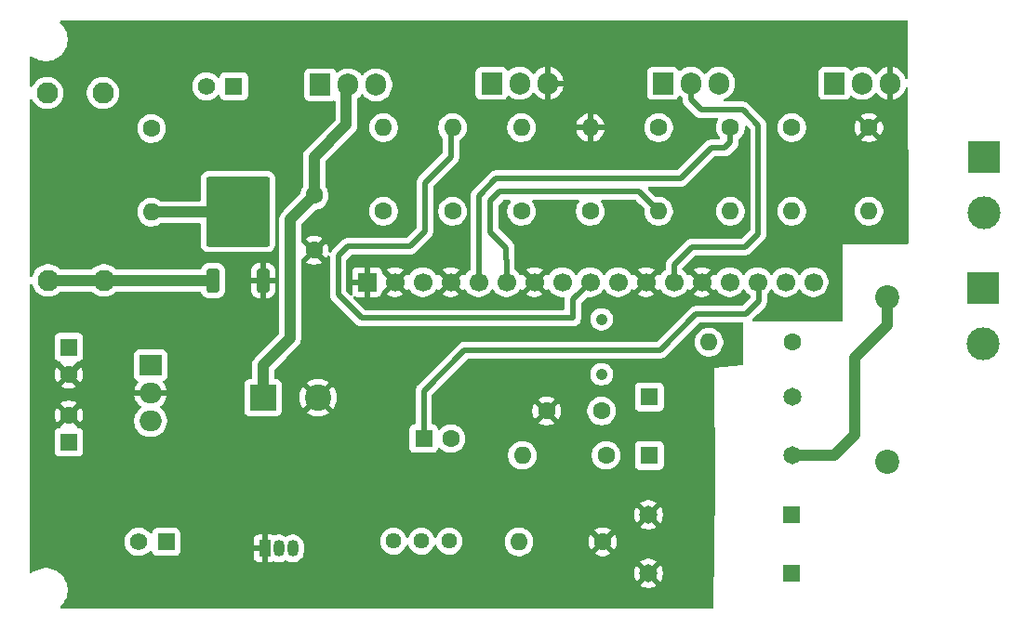
<source format=gtl>
G04 #@! TF.GenerationSoftware,KiCad,Pcbnew,9.0.1*
G04 #@! TF.CreationDate,2025-09-10T18:35:38+05:00*
G04 #@! TF.ProjectId,sine_wave_inverter,73696e65-5f77-4617-9665-5f696e766572,rev?*
G04 #@! TF.SameCoordinates,Original*
G04 #@! TF.FileFunction,Copper,L1,Top*
G04 #@! TF.FilePolarity,Positive*
%FSLAX46Y46*%
G04 Gerber Fmt 4.6, Leading zero omitted, Abs format (unit mm)*
G04 Created by KiCad (PCBNEW 9.0.1) date 2025-09-10 18:35:38*
%MOMM*%
%LPD*%
G01*
G04 APERTURE LIST*
G04 Aperture macros list*
%AMRoundRect*
0 Rectangle with rounded corners*
0 $1 Rounding radius*
0 $2 $3 $4 $5 $6 $7 $8 $9 X,Y pos of 4 corners*
0 Add a 4 corners polygon primitive as box body*
4,1,4,$2,$3,$4,$5,$6,$7,$8,$9,$2,$3,0*
0 Add four circle primitives for the rounded corners*
1,1,$1+$1,$2,$3*
1,1,$1+$1,$4,$5*
1,1,$1+$1,$6,$7*
1,1,$1+$1,$8,$9*
0 Add four rect primitives between the rounded corners*
20,1,$1+$1,$2,$3,$4,$5,0*
20,1,$1+$1,$4,$5,$6,$7,0*
20,1,$1+$1,$6,$7,$8,$9,0*
20,1,$1+$1,$8,$9,$2,$3,0*%
G04 Aperture macros list end*
G04 #@! TA.AperFunction,ComponentPad*
%ADD10C,2.200000*%
G04 #@! TD*
G04 #@! TA.AperFunction,ComponentPad*
%ADD11C,1.700000*%
G04 #@! TD*
G04 #@! TA.AperFunction,ComponentPad*
%ADD12R,1.700000X1.700000*%
G04 #@! TD*
G04 #@! TA.AperFunction,ComponentPad*
%ADD13C,1.600000*%
G04 #@! TD*
G04 #@! TA.AperFunction,ComponentPad*
%ADD14O,1.600000X1.600000*%
G04 #@! TD*
G04 #@! TA.AperFunction,ComponentPad*
%ADD15R,3.000000X3.000000*%
G04 #@! TD*
G04 #@! TA.AperFunction,ComponentPad*
%ADD16C,3.000000*%
G04 #@! TD*
G04 #@! TA.AperFunction,ComponentPad*
%ADD17R,1.905000X2.000000*%
G04 #@! TD*
G04 #@! TA.AperFunction,ComponentPad*
%ADD18O,1.905000X2.000000*%
G04 #@! TD*
G04 #@! TA.AperFunction,ComponentPad*
%ADD19R,2.000000X1.905000*%
G04 #@! TD*
G04 #@! TA.AperFunction,ComponentPad*
%ADD20O,2.000000X1.905000*%
G04 #@! TD*
G04 #@! TA.AperFunction,ComponentPad*
%ADD21C,1.950000*%
G04 #@! TD*
G04 #@! TA.AperFunction,ComponentPad*
%ADD22R,1.575000X1.575000*%
G04 #@! TD*
G04 #@! TA.AperFunction,ComponentPad*
%ADD23C,1.575000*%
G04 #@! TD*
G04 #@! TA.AperFunction,ComponentPad*
%ADD24C,1.650000*%
G04 #@! TD*
G04 #@! TA.AperFunction,ComponentPad*
%ADD25R,1.650000X1.650000*%
G04 #@! TD*
G04 #@! TA.AperFunction,ComponentPad*
%ADD26R,1.600000X1.600000*%
G04 #@! TD*
G04 #@! TA.AperFunction,ComponentPad*
%ADD27R,2.400000X2.400000*%
G04 #@! TD*
G04 #@! TA.AperFunction,ComponentPad*
%ADD28C,2.400000*%
G04 #@! TD*
G04 #@! TA.AperFunction,SMDPad,CuDef*
%ADD29RoundRect,0.250000X0.350000X-0.850000X0.350000X0.850000X-0.350000X0.850000X-0.350000X-0.850000X0*%
G04 #@! TD*
G04 #@! TA.AperFunction,SMDPad,CuDef*
%ADD30RoundRect,0.249997X2.650003X-2.950003X2.650003X2.950003X-2.650003X2.950003X-2.650003X-2.950003X0*%
G04 #@! TD*
G04 #@! TA.AperFunction,ComponentPad*
%ADD31C,1.440000*%
G04 #@! TD*
G04 #@! TA.AperFunction,ComponentPad*
%ADD32R,1.050000X1.500000*%
G04 #@! TD*
G04 #@! TA.AperFunction,ComponentPad*
%ADD33O,1.050000X1.500000*%
G04 #@! TD*
G04 #@! TA.AperFunction,ComponentPad*
%ADD34C,1.050000*%
G04 #@! TD*
G04 #@! TA.AperFunction,Conductor*
%ADD35C,1.000000*%
G04 #@! TD*
G04 #@! TA.AperFunction,Conductor*
%ADD36C,0.500000*%
G04 #@! TD*
G04 APERTURE END LIST*
D10*
X133130000Y-104800000D03*
X133130000Y-89800000D03*
D11*
X126400000Y-88420000D03*
X123860000Y-88420000D03*
X121320000Y-88420000D03*
X118780000Y-88420000D03*
X116240000Y-88420000D03*
X113700000Y-88420000D03*
X111160000Y-88420000D03*
X108620000Y-88420000D03*
X106080000Y-88420000D03*
X103540000Y-88420000D03*
X101000000Y-88420000D03*
X98460000Y-88420000D03*
X95920000Y-88420000D03*
X93380000Y-88420000D03*
X90840000Y-88420000D03*
X88300000Y-88420000D03*
D12*
X85760000Y-88420000D03*
D13*
X102110000Y-100170000D03*
X107110000Y-100170000D03*
X99824444Y-81970000D03*
D14*
X99824444Y-74350000D03*
D15*
X141870000Y-88990000D03*
D16*
X141870000Y-94070000D03*
D13*
X112310000Y-74350000D03*
D14*
X112310000Y-81970000D03*
D17*
X112704000Y-70310000D03*
D18*
X115244000Y-70310000D03*
X117784000Y-70310000D03*
D17*
X81512000Y-70440000D03*
D18*
X84052000Y-70440000D03*
X86592000Y-70440000D03*
D17*
X97108000Y-70310000D03*
D18*
X99648000Y-70310000D03*
X102188000Y-70310000D03*
D13*
X124505000Y-93910000D03*
D14*
X116885000Y-93910000D03*
D13*
X93544444Y-81970000D03*
D14*
X93544444Y-74350000D03*
D19*
X66056041Y-95990000D03*
D20*
X66056041Y-98530000D03*
X66056041Y-101070000D03*
D21*
X56730000Y-88260000D03*
X61810000Y-88260000D03*
D22*
X73637500Y-70575000D03*
D23*
X71137500Y-70575000D03*
D13*
X106080000Y-81970000D03*
D14*
X106080000Y-74350000D03*
D13*
X107210000Y-112090000D03*
D14*
X99590000Y-112090000D03*
D13*
X66140000Y-74430000D03*
D14*
X66140000Y-82050000D03*
D24*
X111380000Y-114960000D03*
D25*
X124380000Y-114960000D03*
D15*
X141900000Y-77040000D03*
D16*
X141900000Y-82120000D03*
D24*
X111380000Y-109626667D03*
D25*
X124380000Y-109626667D03*
D22*
X67480000Y-112100000D03*
D23*
X64980000Y-112100000D03*
D26*
X90914888Y-102690000D03*
D13*
X93414888Y-102690000D03*
X107520000Y-104200000D03*
D14*
X99900000Y-104200000D03*
D21*
X56650000Y-71180000D03*
X61730000Y-71180000D03*
D13*
X118840000Y-74350000D03*
D14*
X118840000Y-81970000D03*
D26*
X58606041Y-103025113D03*
D13*
X58606041Y-100525113D03*
D27*
X76286041Y-98950000D03*
D28*
X81286041Y-98950000D03*
D24*
X124480000Y-104233333D03*
D25*
X111480000Y-104233333D03*
D29*
X71732500Y-88290000D03*
D30*
X74012500Y-81990000D03*
D29*
X76292500Y-88290000D03*
D26*
X58606041Y-94344888D03*
D13*
X58606041Y-96844888D03*
X80950000Y-80530000D03*
X80950000Y-85530000D03*
D24*
X124480000Y-98900000D03*
D25*
X111480000Y-98900000D03*
D31*
X93250000Y-112030000D03*
X90710000Y-112030000D03*
X88170000Y-112030000D03*
D13*
X87264444Y-81970000D03*
D14*
X87264444Y-74350000D03*
D13*
X124430000Y-74350000D03*
D14*
X124430000Y-81970000D03*
D13*
X131450000Y-74350000D03*
D14*
X131450000Y-81970000D03*
D32*
X76460000Y-112690000D03*
D33*
X77730000Y-112690000D03*
X79000000Y-112690000D03*
D17*
X128300000Y-70310000D03*
D18*
X130840000Y-70310000D03*
X133380000Y-70310000D03*
D34*
X107120000Y-91820000D03*
X107120000Y-96820000D03*
D35*
X61810000Y-88260000D02*
X56730000Y-88260000D01*
D36*
X120230000Y-91360000D02*
X121410000Y-90180000D01*
X115710000Y-91360000D02*
X120230000Y-91360000D01*
X112440000Y-94630000D02*
X115710000Y-91360000D01*
X94630000Y-94630000D02*
X112440000Y-94630000D01*
X121410000Y-90180000D02*
X121410000Y-88510000D01*
X121410000Y-88510000D02*
X121320000Y-88420000D01*
X90914888Y-98345112D02*
X94630000Y-94630000D01*
X90914888Y-102690000D02*
X90914888Y-98345112D01*
X104500000Y-90000000D02*
X106080000Y-88420000D01*
X104500000Y-91710000D02*
X104500000Y-90000000D01*
X85270000Y-91710000D02*
X104500000Y-91710000D01*
X83130000Y-89570000D02*
X85270000Y-91710000D01*
X83130000Y-86040000D02*
X83130000Y-89570000D01*
X89670000Y-85170000D02*
X84000000Y-85170000D01*
X84000000Y-85170000D02*
X83130000Y-86040000D01*
X91020000Y-79370000D02*
X91020000Y-83820000D01*
X93390000Y-77000000D02*
X91020000Y-79370000D01*
X91020000Y-83820000D02*
X89670000Y-85170000D01*
X93390000Y-74504444D02*
X93390000Y-77000000D01*
X93544444Y-74350000D02*
X93390000Y-74504444D01*
D35*
X61840000Y-88290000D02*
X61810000Y-88260000D01*
X71732500Y-88290000D02*
X61840000Y-88290000D01*
X73952500Y-82050000D02*
X74012500Y-81990000D01*
X66140000Y-82050000D02*
X73952500Y-82050000D01*
D36*
X113700000Y-86860000D02*
X113700000Y-88420000D01*
X115340000Y-85220000D02*
X113700000Y-86860000D01*
X121390000Y-74150000D02*
X121390000Y-84020000D01*
X121390000Y-84020000D02*
X120190000Y-85220000D01*
X116160000Y-72720000D02*
X119960000Y-72720000D01*
X119960000Y-72720000D02*
X121390000Y-74150000D01*
X120190000Y-85220000D02*
X115340000Y-85220000D01*
X115244000Y-71804000D02*
X116160000Y-72720000D01*
X115244000Y-70310000D02*
X115244000Y-71804000D01*
X118840000Y-75690000D02*
X118840000Y-74350000D01*
X118340000Y-76190000D02*
X118840000Y-75690000D01*
X117090000Y-76190000D02*
X118340000Y-76190000D01*
X114290000Y-78990000D02*
X117090000Y-76190000D01*
X95920000Y-80580000D02*
X97510000Y-78990000D01*
X97510000Y-78990000D02*
X114290000Y-78990000D01*
X95920000Y-88420000D02*
X95920000Y-80580000D01*
X98440000Y-86360000D02*
X98460000Y-86380000D01*
X98440000Y-85280000D02*
X98440000Y-86360000D01*
X98460000Y-86380000D02*
X98460000Y-88420000D01*
X97010000Y-83850000D02*
X98440000Y-85280000D01*
X97010000Y-81030000D02*
X97010000Y-83850000D01*
X97850000Y-80190000D02*
X97010000Y-81030000D01*
X110530000Y-80190000D02*
X97850000Y-80190000D01*
X112310000Y-81970000D02*
X110530000Y-80190000D01*
D35*
X133130000Y-92340000D02*
X133130000Y-89800000D01*
X130160000Y-95310000D02*
X133130000Y-92340000D01*
X130160000Y-102340000D02*
X130160000Y-95310000D01*
X128266667Y-104233333D02*
X130160000Y-102340000D01*
X124480000Y-104233333D02*
X128266667Y-104233333D01*
X78770000Y-93530000D02*
X76286041Y-96013959D01*
X78770000Y-82710000D02*
X78770000Y-93530000D01*
X76286041Y-96013959D02*
X76286041Y-98950000D01*
X80950000Y-80530000D02*
X78770000Y-82710000D01*
X80950000Y-77020000D02*
X80950000Y-80530000D01*
X83880000Y-74090000D02*
X80950000Y-77020000D01*
X83880000Y-70612000D02*
X83880000Y-74090000D01*
X84052000Y-70440000D02*
X83880000Y-70612000D01*
G04 #@! TA.AperFunction,Conductor*
G36*
X134946141Y-64600185D02*
G01*
X134991896Y-64652989D01*
X135003102Y-64704274D01*
X135012385Y-69802949D01*
X134992822Y-69870024D01*
X134940102Y-69915875D01*
X134870961Y-69925945D01*
X134807353Y-69897036D01*
X134770454Y-69841493D01*
X134726082Y-69704931D01*
X134622288Y-69501223D01*
X134487902Y-69316257D01*
X134326242Y-69154597D01*
X134141276Y-69020211D01*
X133937568Y-68916417D01*
X133720124Y-68845765D01*
X133630000Y-68831490D01*
X133630000Y-69819252D01*
X133592292Y-69797482D01*
X133452409Y-69760000D01*
X133307591Y-69760000D01*
X133167708Y-69797482D01*
X133130000Y-69819252D01*
X133130000Y-68831490D01*
X133129999Y-68831490D01*
X133039875Y-68845765D01*
X132822431Y-68916417D01*
X132618723Y-69020211D01*
X132433757Y-69154597D01*
X132272097Y-69316257D01*
X132210627Y-69400864D01*
X132155297Y-69443529D01*
X132085684Y-69449508D01*
X132023889Y-69416902D01*
X132009991Y-69400864D01*
X131948286Y-69315934D01*
X131786566Y-69154214D01*
X131601538Y-69019783D01*
X131397755Y-68915950D01*
X131180248Y-68845278D01*
X130994812Y-68815908D01*
X130954354Y-68809500D01*
X130725646Y-68809500D01*
X130685188Y-68815908D01*
X130499753Y-68845278D01*
X130499750Y-68845278D01*
X130282244Y-68915950D01*
X130078461Y-69019783D01*
X129895759Y-69152525D01*
X129829952Y-69176005D01*
X129761898Y-69160180D01*
X129713203Y-69110074D01*
X129706690Y-69095538D01*
X129701809Y-69082452D01*
X129696296Y-69067669D01*
X129696293Y-69067664D01*
X129610047Y-68952455D01*
X129610044Y-68952452D01*
X129494835Y-68866206D01*
X129494828Y-68866202D01*
X129359982Y-68815908D01*
X129359983Y-68815908D01*
X129300383Y-68809501D01*
X129300381Y-68809500D01*
X129300373Y-68809500D01*
X129300364Y-68809500D01*
X127299629Y-68809500D01*
X127299623Y-68809501D01*
X127240016Y-68815908D01*
X127105171Y-68866202D01*
X127105164Y-68866206D01*
X126989955Y-68952452D01*
X126989952Y-68952455D01*
X126903706Y-69067664D01*
X126903702Y-69067671D01*
X126853408Y-69202517D01*
X126847001Y-69262116D01*
X126847000Y-69262135D01*
X126847000Y-71357870D01*
X126847001Y-71357876D01*
X126853408Y-71417483D01*
X126903702Y-71552328D01*
X126903706Y-71552335D01*
X126989952Y-71667544D01*
X126989955Y-71667547D01*
X127105164Y-71753793D01*
X127105171Y-71753797D01*
X127240017Y-71804091D01*
X127240016Y-71804091D01*
X127246944Y-71804835D01*
X127299627Y-71810500D01*
X129300372Y-71810499D01*
X129359983Y-71804091D01*
X129494831Y-71753796D01*
X129610046Y-71667546D01*
X129696296Y-71552331D01*
X129706690Y-71524460D01*
X129748560Y-71468527D01*
X129814023Y-71444108D01*
X129882297Y-71458958D01*
X129895746Y-71467465D01*
X130078462Y-71600217D01*
X130230545Y-71677707D01*
X130282244Y-71704049D01*
X130499751Y-71774721D01*
X130499752Y-71774721D01*
X130499755Y-71774722D01*
X130725646Y-71810500D01*
X130725647Y-71810500D01*
X130954353Y-71810500D01*
X130954354Y-71810500D01*
X131180245Y-71774722D01*
X131180248Y-71774721D01*
X131180249Y-71774721D01*
X131397755Y-71704049D01*
X131397755Y-71704048D01*
X131397758Y-71704048D01*
X131601538Y-71600217D01*
X131786566Y-71465786D01*
X131948286Y-71304066D01*
X132009992Y-71219134D01*
X132065319Y-71176470D01*
X132134932Y-71170491D01*
X132196727Y-71203096D01*
X132210626Y-71219135D01*
X132272097Y-71303741D01*
X132272097Y-71303742D01*
X132433757Y-71465402D01*
X132618723Y-71599788D01*
X132822429Y-71703582D01*
X133039871Y-71774234D01*
X133130000Y-71788509D01*
X133130000Y-70800747D01*
X133167708Y-70822518D01*
X133307591Y-70860000D01*
X133452409Y-70860000D01*
X133592292Y-70822518D01*
X133630000Y-70800747D01*
X133630000Y-71788508D01*
X133720128Y-71774234D01*
X133937570Y-71703582D01*
X134141276Y-71599788D01*
X134326242Y-71465402D01*
X134487902Y-71303742D01*
X134622288Y-71118776D01*
X134726083Y-70915066D01*
X134772289Y-70772859D01*
X134811726Y-70715183D01*
X134876084Y-70687984D01*
X134944931Y-70699898D01*
X134996407Y-70747142D01*
X135014220Y-70810950D01*
X135034055Y-81704893D01*
X135039693Y-84801585D01*
X135039774Y-84845774D01*
X135020211Y-84912849D01*
X134967491Y-84958700D01*
X134915774Y-84970000D01*
X129060000Y-84970000D01*
X129060000Y-91876000D01*
X129040315Y-91943039D01*
X128987511Y-91988794D01*
X128936000Y-92000000D01*
X120950730Y-92000000D01*
X120883691Y-91980315D01*
X120837936Y-91927511D01*
X120827992Y-91858353D01*
X120857017Y-91794797D01*
X120863049Y-91788319D01*
X121317131Y-91334237D01*
X121992952Y-90658416D01*
X122043374Y-90582952D01*
X122075084Y-90535495D01*
X122131658Y-90398913D01*
X122149172Y-90310867D01*
X122160500Y-90253920D01*
X122160500Y-89540758D01*
X122180185Y-89473719D01*
X122196819Y-89453077D01*
X122272524Y-89377372D01*
X122350104Y-89299792D01*
X122350106Y-89299788D01*
X122350109Y-89299786D01*
X122475048Y-89127820D01*
X122475047Y-89127820D01*
X122475051Y-89127816D01*
X122479514Y-89119054D01*
X122527488Y-89068259D01*
X122595308Y-89051463D01*
X122661444Y-89073999D01*
X122700486Y-89119056D01*
X122704951Y-89127820D01*
X122829890Y-89299786D01*
X122980213Y-89450109D01*
X123152179Y-89575048D01*
X123152181Y-89575049D01*
X123152184Y-89575051D01*
X123341588Y-89671557D01*
X123543757Y-89737246D01*
X123753713Y-89770500D01*
X123753714Y-89770500D01*
X123966286Y-89770500D01*
X123966287Y-89770500D01*
X124176243Y-89737246D01*
X124378412Y-89671557D01*
X124567816Y-89575051D01*
X124654471Y-89512093D01*
X124739786Y-89450109D01*
X124739788Y-89450106D01*
X124739792Y-89450104D01*
X124890104Y-89299792D01*
X124890106Y-89299788D01*
X124890109Y-89299786D01*
X125015048Y-89127820D01*
X125015047Y-89127820D01*
X125015051Y-89127816D01*
X125019514Y-89119054D01*
X125067488Y-89068259D01*
X125135308Y-89051463D01*
X125201444Y-89073999D01*
X125240486Y-89119056D01*
X125244951Y-89127820D01*
X125369890Y-89299786D01*
X125520213Y-89450109D01*
X125692179Y-89575048D01*
X125692181Y-89575049D01*
X125692184Y-89575051D01*
X125881588Y-89671557D01*
X126083757Y-89737246D01*
X126293713Y-89770500D01*
X126293714Y-89770500D01*
X126506286Y-89770500D01*
X126506287Y-89770500D01*
X126716243Y-89737246D01*
X126918412Y-89671557D01*
X127107816Y-89575051D01*
X127194471Y-89512093D01*
X127279786Y-89450109D01*
X127279788Y-89450106D01*
X127279792Y-89450104D01*
X127430104Y-89299792D01*
X127430106Y-89299788D01*
X127430109Y-89299786D01*
X127555048Y-89127820D01*
X127555047Y-89127820D01*
X127555051Y-89127816D01*
X127651557Y-88938412D01*
X127717246Y-88736243D01*
X127750500Y-88526287D01*
X127750500Y-88313713D01*
X127717246Y-88103757D01*
X127651557Y-87901588D01*
X127555051Y-87712184D01*
X127555049Y-87712181D01*
X127555048Y-87712179D01*
X127430109Y-87540213D01*
X127279786Y-87389890D01*
X127107820Y-87264951D01*
X126918414Y-87168444D01*
X126918413Y-87168443D01*
X126918412Y-87168443D01*
X126716243Y-87102754D01*
X126716241Y-87102753D01*
X126716240Y-87102753D01*
X126554957Y-87077208D01*
X126506287Y-87069500D01*
X126293713Y-87069500D01*
X126245042Y-87077208D01*
X126083760Y-87102753D01*
X125881585Y-87168444D01*
X125692179Y-87264951D01*
X125520213Y-87389890D01*
X125369890Y-87540213D01*
X125244949Y-87712182D01*
X125240484Y-87720946D01*
X125192509Y-87771742D01*
X125124688Y-87788536D01*
X125058553Y-87765998D01*
X125019516Y-87720946D01*
X125015050Y-87712182D01*
X124890109Y-87540213D01*
X124739786Y-87389890D01*
X124567820Y-87264951D01*
X124378414Y-87168444D01*
X124378413Y-87168443D01*
X124378412Y-87168443D01*
X124176243Y-87102754D01*
X124176241Y-87102753D01*
X124176240Y-87102753D01*
X124014957Y-87077208D01*
X123966287Y-87069500D01*
X123753713Y-87069500D01*
X123705042Y-87077208D01*
X123543760Y-87102753D01*
X123341585Y-87168444D01*
X123152179Y-87264951D01*
X122980213Y-87389890D01*
X122829890Y-87540213D01*
X122704949Y-87712182D01*
X122700484Y-87720946D01*
X122652509Y-87771742D01*
X122584688Y-87788536D01*
X122518553Y-87765998D01*
X122479516Y-87720946D01*
X122475050Y-87712182D01*
X122350109Y-87540213D01*
X122199786Y-87389890D01*
X122027820Y-87264951D01*
X121838414Y-87168444D01*
X121838413Y-87168443D01*
X121838412Y-87168443D01*
X121636243Y-87102754D01*
X121636241Y-87102753D01*
X121636240Y-87102753D01*
X121474957Y-87077208D01*
X121426287Y-87069500D01*
X121213713Y-87069500D01*
X121165042Y-87077208D01*
X121003760Y-87102753D01*
X120801585Y-87168444D01*
X120612179Y-87264951D01*
X120440213Y-87389890D01*
X120289890Y-87540213D01*
X120164949Y-87712182D01*
X120160484Y-87720946D01*
X120112509Y-87771742D01*
X120044688Y-87788536D01*
X119978553Y-87765998D01*
X119939516Y-87720946D01*
X119935050Y-87712182D01*
X119810109Y-87540213D01*
X119659786Y-87389890D01*
X119487820Y-87264951D01*
X119298414Y-87168444D01*
X119298413Y-87168443D01*
X119298412Y-87168443D01*
X119096243Y-87102754D01*
X119096241Y-87102753D01*
X119096240Y-87102753D01*
X118934957Y-87077208D01*
X118886287Y-87069500D01*
X118673713Y-87069500D01*
X118625042Y-87077208D01*
X118463760Y-87102753D01*
X118261585Y-87168444D01*
X118072179Y-87264951D01*
X117900213Y-87389890D01*
X117749890Y-87540213D01*
X117624949Y-87712182D01*
X117620202Y-87721499D01*
X117572227Y-87772293D01*
X117504405Y-87789087D01*
X117438271Y-87766548D01*
X117399234Y-87721495D01*
X117394626Y-87712452D01*
X117355270Y-87658282D01*
X117355269Y-87658282D01*
X116722962Y-88290590D01*
X116705925Y-88227007D01*
X116640099Y-88112993D01*
X116547007Y-88019901D01*
X116432993Y-87954075D01*
X116369409Y-87937037D01*
X117001716Y-87304728D01*
X116947550Y-87265375D01*
X116758217Y-87168904D01*
X116556129Y-87103242D01*
X116346246Y-87070000D01*
X116133754Y-87070000D01*
X115923872Y-87103242D01*
X115923869Y-87103242D01*
X115721782Y-87168904D01*
X115532439Y-87265380D01*
X115478282Y-87304727D01*
X115478282Y-87304728D01*
X116110591Y-87937037D01*
X116047007Y-87954075D01*
X115932993Y-88019901D01*
X115839901Y-88112993D01*
X115774075Y-88227007D01*
X115757037Y-88290591D01*
X115124728Y-87658282D01*
X115124727Y-87658282D01*
X115085380Y-87712440D01*
X115085376Y-87712446D01*
X115080760Y-87721505D01*
X115032781Y-87772297D01*
X114964959Y-87789087D01*
X114898826Y-87766543D01*
X114859794Y-87721493D01*
X114855051Y-87712184D01*
X114855049Y-87712181D01*
X114855048Y-87712179D01*
X114730109Y-87540213D01*
X114633498Y-87443602D01*
X114579792Y-87389896D01*
X114498226Y-87330635D01*
X114495017Y-87327955D01*
X114477826Y-87302248D01*
X114458949Y-87277767D01*
X114457969Y-87272553D01*
X114456179Y-87269875D01*
X114456040Y-87262280D01*
X114450500Y-87232779D01*
X114450500Y-87222229D01*
X114455029Y-87206802D01*
X114454906Y-87200017D01*
X114458942Y-87193477D01*
X114470185Y-87155190D01*
X114486819Y-87134548D01*
X115614548Y-86006819D01*
X115675871Y-85973334D01*
X115702229Y-85970500D01*
X120263920Y-85970500D01*
X120361462Y-85951096D01*
X120408913Y-85941658D01*
X120545495Y-85885084D01*
X120594729Y-85852186D01*
X120668416Y-85802952D01*
X121972951Y-84498416D01*
X122055084Y-84375495D01*
X122111658Y-84238913D01*
X122140500Y-84093918D01*
X122140500Y-83946083D01*
X122140500Y-81867648D01*
X123129500Y-81867648D01*
X123129500Y-82072351D01*
X123161522Y-82274534D01*
X123224781Y-82469223D01*
X123265542Y-82549219D01*
X123297253Y-82611456D01*
X123317715Y-82651613D01*
X123438028Y-82817213D01*
X123582786Y-82961971D01*
X123731733Y-83070185D01*
X123748390Y-83082287D01*
X123831081Y-83124420D01*
X123930776Y-83175218D01*
X123930778Y-83175218D01*
X123930781Y-83175220D01*
X124035137Y-83209127D01*
X124125465Y-83238477D01*
X124226557Y-83254488D01*
X124327648Y-83270500D01*
X124327649Y-83270500D01*
X124532351Y-83270500D01*
X124532352Y-83270500D01*
X124734534Y-83238477D01*
X124929219Y-83175220D01*
X125111610Y-83082287D01*
X125204590Y-83014732D01*
X125277213Y-82961971D01*
X125277215Y-82961968D01*
X125277219Y-82961966D01*
X125421966Y-82817219D01*
X125421968Y-82817215D01*
X125421971Y-82817213D01*
X125484164Y-82731610D01*
X125542287Y-82651610D01*
X125635220Y-82469219D01*
X125698477Y-82274534D01*
X125730500Y-82072352D01*
X125730500Y-81867648D01*
X130149500Y-81867648D01*
X130149500Y-82072351D01*
X130181522Y-82274534D01*
X130244781Y-82469223D01*
X130285542Y-82549219D01*
X130317253Y-82611456D01*
X130337715Y-82651613D01*
X130458028Y-82817213D01*
X130602786Y-82961971D01*
X130751733Y-83070185D01*
X130768390Y-83082287D01*
X130851081Y-83124420D01*
X130950776Y-83175218D01*
X130950778Y-83175218D01*
X130950781Y-83175220D01*
X131055137Y-83209127D01*
X131145465Y-83238477D01*
X131246557Y-83254488D01*
X131347648Y-83270500D01*
X131347649Y-83270500D01*
X131552351Y-83270500D01*
X131552352Y-83270500D01*
X131754534Y-83238477D01*
X131949219Y-83175220D01*
X132131610Y-83082287D01*
X132224590Y-83014732D01*
X132297213Y-82961971D01*
X132297215Y-82961968D01*
X132297219Y-82961966D01*
X132441966Y-82817219D01*
X132441968Y-82817215D01*
X132441971Y-82817213D01*
X132504164Y-82731610D01*
X132562287Y-82651610D01*
X132655220Y-82469219D01*
X132718477Y-82274534D01*
X132750500Y-82072352D01*
X132750500Y-81867648D01*
X132743258Y-81821925D01*
X132718477Y-81665465D01*
X132689127Y-81575137D01*
X132655220Y-81470781D01*
X132655218Y-81470778D01*
X132655218Y-81470776D01*
X132615196Y-81392229D01*
X132562287Y-81288390D01*
X132500093Y-81202786D01*
X132441971Y-81122786D01*
X132297213Y-80978028D01*
X132131613Y-80857715D01*
X132131612Y-80857714D01*
X132131610Y-80857713D01*
X132074653Y-80828691D01*
X131949223Y-80764781D01*
X131754534Y-80701522D01*
X131579995Y-80673878D01*
X131552352Y-80669500D01*
X131347648Y-80669500D01*
X131323329Y-80673351D01*
X131145465Y-80701522D01*
X130950776Y-80764781D01*
X130768386Y-80857715D01*
X130602786Y-80978028D01*
X130458028Y-81122786D01*
X130337715Y-81288386D01*
X130244781Y-81470776D01*
X130181522Y-81665465D01*
X130149500Y-81867648D01*
X125730500Y-81867648D01*
X125723258Y-81821925D01*
X125698477Y-81665465D01*
X125669127Y-81575137D01*
X125635220Y-81470781D01*
X125635218Y-81470778D01*
X125635218Y-81470776D01*
X125595196Y-81392229D01*
X125542287Y-81288390D01*
X125480093Y-81202786D01*
X125421971Y-81122786D01*
X125277213Y-80978028D01*
X125111613Y-80857715D01*
X125111612Y-80857714D01*
X125111610Y-80857713D01*
X125054653Y-80828691D01*
X124929223Y-80764781D01*
X124734534Y-80701522D01*
X124559995Y-80673878D01*
X124532352Y-80669500D01*
X124327648Y-80669500D01*
X124303329Y-80673351D01*
X124125465Y-80701522D01*
X123930776Y-80764781D01*
X123748386Y-80857715D01*
X123582786Y-80978028D01*
X123438028Y-81122786D01*
X123317715Y-81288386D01*
X123224781Y-81470776D01*
X123161522Y-81665465D01*
X123129500Y-81867648D01*
X122140500Y-81867648D01*
X122140500Y-74247648D01*
X123129500Y-74247648D01*
X123129500Y-74452351D01*
X123161522Y-74654534D01*
X123224781Y-74849223D01*
X123265542Y-74929219D01*
X123317585Y-75031359D01*
X123317715Y-75031613D01*
X123438028Y-75197213D01*
X123582786Y-75341971D01*
X123692892Y-75421966D01*
X123748390Y-75462287D01*
X123864607Y-75521503D01*
X123930776Y-75555218D01*
X123930778Y-75555218D01*
X123930781Y-75555220D01*
X124012789Y-75581866D01*
X124125465Y-75618477D01*
X124226557Y-75634488D01*
X124327648Y-75650500D01*
X124327649Y-75650500D01*
X124532351Y-75650500D01*
X124532352Y-75650500D01*
X124734534Y-75618477D01*
X124929219Y-75555220D01*
X125111610Y-75462287D01*
X125231619Y-75375096D01*
X125277213Y-75341971D01*
X125277215Y-75341968D01*
X125277219Y-75341966D01*
X125421966Y-75197219D01*
X125421968Y-75197215D01*
X125421971Y-75197213D01*
X125484164Y-75111610D01*
X125542287Y-75031610D01*
X125635220Y-74849219D01*
X125698477Y-74654534D01*
X125730500Y-74452352D01*
X125730500Y-74247682D01*
X130150000Y-74247682D01*
X130150000Y-74452317D01*
X130182009Y-74654417D01*
X130245244Y-74849031D01*
X130338141Y-75031350D01*
X130338147Y-75031359D01*
X130370523Y-75075921D01*
X130370524Y-75075922D01*
X131050000Y-74396446D01*
X131050000Y-74402661D01*
X131077259Y-74504394D01*
X131129920Y-74595606D01*
X131204394Y-74670080D01*
X131295606Y-74722741D01*
X131397339Y-74750000D01*
X131403553Y-74750000D01*
X130724076Y-75429474D01*
X130768650Y-75461859D01*
X130950968Y-75554755D01*
X131145582Y-75617990D01*
X131347683Y-75650000D01*
X131552317Y-75650000D01*
X131754417Y-75617990D01*
X131949031Y-75554755D01*
X132131349Y-75461859D01*
X132175921Y-75429474D01*
X131496447Y-74750000D01*
X131502661Y-74750000D01*
X131604394Y-74722741D01*
X131695606Y-74670080D01*
X131770080Y-74595606D01*
X131822741Y-74504394D01*
X131850000Y-74402661D01*
X131850000Y-74396448D01*
X132529474Y-75075922D01*
X132529474Y-75075921D01*
X132561859Y-75031349D01*
X132654755Y-74849031D01*
X132717990Y-74654417D01*
X132750000Y-74452317D01*
X132750000Y-74247682D01*
X132717990Y-74045582D01*
X132654755Y-73850968D01*
X132561859Y-73668650D01*
X132529474Y-73624077D01*
X132529474Y-73624076D01*
X131850000Y-74303551D01*
X131850000Y-74297339D01*
X131822741Y-74195606D01*
X131770080Y-74104394D01*
X131695606Y-74029920D01*
X131604394Y-73977259D01*
X131502661Y-73950000D01*
X131496446Y-73950000D01*
X132175922Y-73270524D01*
X132175921Y-73270523D01*
X132131359Y-73238147D01*
X132131350Y-73238141D01*
X131949031Y-73145244D01*
X131754417Y-73082009D01*
X131552317Y-73050000D01*
X131347683Y-73050000D01*
X131145582Y-73082009D01*
X130950968Y-73145244D01*
X130768644Y-73238143D01*
X130724077Y-73270523D01*
X130724077Y-73270524D01*
X131403554Y-73950000D01*
X131397339Y-73950000D01*
X131295606Y-73977259D01*
X131204394Y-74029920D01*
X131129920Y-74104394D01*
X131077259Y-74195606D01*
X131050000Y-74297339D01*
X131050000Y-74303553D01*
X130370524Y-73624077D01*
X130370523Y-73624077D01*
X130338143Y-73668644D01*
X130245244Y-73850968D01*
X130182009Y-74045582D01*
X130150000Y-74247682D01*
X125730500Y-74247682D01*
X125730500Y-74247648D01*
X125725897Y-74218585D01*
X125698477Y-74045465D01*
X125661311Y-73931082D01*
X125635220Y-73850781D01*
X125635218Y-73850778D01*
X125635218Y-73850776D01*
X125564455Y-73711898D01*
X125542287Y-73668390D01*
X125510092Y-73624077D01*
X125421971Y-73502786D01*
X125277213Y-73358028D01*
X125111613Y-73237715D01*
X125111612Y-73237714D01*
X125111610Y-73237713D01*
X125054653Y-73208691D01*
X124929223Y-73144781D01*
X124734534Y-73081522D01*
X124559995Y-73053878D01*
X124532352Y-73049500D01*
X124327648Y-73049500D01*
X124303329Y-73053351D01*
X124125465Y-73081522D01*
X123930776Y-73144781D01*
X123748386Y-73237715D01*
X123582786Y-73358028D01*
X123438028Y-73502786D01*
X123317715Y-73668386D01*
X123224781Y-73850776D01*
X123161522Y-74045465D01*
X123129500Y-74247648D01*
X122140500Y-74247648D01*
X122140500Y-74076082D01*
X122140500Y-74076079D01*
X122111659Y-73931092D01*
X122111658Y-73931091D01*
X122111658Y-73931087D01*
X122078472Y-73850968D01*
X122055087Y-73794511D01*
X122055080Y-73794498D01*
X121972952Y-73671585D01*
X121925443Y-73624076D01*
X121868416Y-73567049D01*
X121526147Y-73224780D01*
X120438421Y-72137052D01*
X120438414Y-72137046D01*
X120364729Y-72087812D01*
X120364729Y-72087813D01*
X120315491Y-72054913D01*
X120178917Y-71998343D01*
X120178907Y-71998340D01*
X120033920Y-71969500D01*
X120033918Y-71969500D01*
X118307688Y-71969500D01*
X118240649Y-71949815D01*
X118194894Y-71897011D01*
X118184950Y-71827853D01*
X118213975Y-71764297D01*
X118269370Y-71727569D01*
X118341755Y-71704049D01*
X118341755Y-71704048D01*
X118341758Y-71704048D01*
X118545538Y-71600217D01*
X118730566Y-71465786D01*
X118892286Y-71304066D01*
X119026717Y-71119038D01*
X119130548Y-70915258D01*
X119195556Y-70715183D01*
X119201221Y-70697749D01*
X119201221Y-70697748D01*
X119201222Y-70697745D01*
X119237000Y-70471854D01*
X119237000Y-70148146D01*
X119201222Y-69922255D01*
X119201221Y-69922251D01*
X119201221Y-69922250D01*
X119130549Y-69704744D01*
X119092955Y-69630961D01*
X119026717Y-69500962D01*
X118892286Y-69315934D01*
X118730566Y-69154214D01*
X118545538Y-69019783D01*
X118341755Y-68915950D01*
X118124248Y-68845278D01*
X117938812Y-68815908D01*
X117898354Y-68809500D01*
X117669646Y-68809500D01*
X117629188Y-68815908D01*
X117443753Y-68845278D01*
X117443750Y-68845278D01*
X117226244Y-68915950D01*
X117022461Y-69019783D01*
X116918194Y-69095538D01*
X116837434Y-69154214D01*
X116837432Y-69154216D01*
X116837431Y-69154216D01*
X116675715Y-69315932D01*
X116614318Y-69400438D01*
X116558987Y-69443103D01*
X116489374Y-69449082D01*
X116427579Y-69416476D01*
X116413682Y-69400438D01*
X116399822Y-69381361D01*
X116352286Y-69315934D01*
X116190566Y-69154214D01*
X116005538Y-69019783D01*
X115801755Y-68915950D01*
X115584248Y-68845278D01*
X115398812Y-68815908D01*
X115358354Y-68809500D01*
X115129646Y-68809500D01*
X115089188Y-68815908D01*
X114903753Y-68845278D01*
X114903750Y-68845278D01*
X114686244Y-68915950D01*
X114482461Y-69019783D01*
X114299759Y-69152525D01*
X114233952Y-69176005D01*
X114165898Y-69160180D01*
X114117203Y-69110074D01*
X114110690Y-69095538D01*
X114105809Y-69082452D01*
X114100296Y-69067669D01*
X114100293Y-69067664D01*
X114014047Y-68952455D01*
X114014044Y-68952452D01*
X113898835Y-68866206D01*
X113898828Y-68866202D01*
X113763982Y-68815908D01*
X113763983Y-68815908D01*
X113704383Y-68809501D01*
X113704381Y-68809500D01*
X113704373Y-68809500D01*
X113704364Y-68809500D01*
X111703629Y-68809500D01*
X111703623Y-68809501D01*
X111644016Y-68815908D01*
X111509171Y-68866202D01*
X111509164Y-68866206D01*
X111393955Y-68952452D01*
X111393952Y-68952455D01*
X111307706Y-69067664D01*
X111307702Y-69067671D01*
X111257408Y-69202517D01*
X111251001Y-69262116D01*
X111251000Y-69262135D01*
X111251000Y-71357870D01*
X111251001Y-71357876D01*
X111257408Y-71417483D01*
X111307702Y-71552328D01*
X111307706Y-71552335D01*
X111393952Y-71667544D01*
X111393955Y-71667547D01*
X111509164Y-71753793D01*
X111509171Y-71753797D01*
X111644017Y-71804091D01*
X111644016Y-71804091D01*
X111650944Y-71804835D01*
X111703627Y-71810500D01*
X113704372Y-71810499D01*
X113763983Y-71804091D01*
X113898831Y-71753796D01*
X114014046Y-71667546D01*
X114100296Y-71552331D01*
X114110690Y-71524460D01*
X114126015Y-71503988D01*
X114137949Y-71481372D01*
X114146603Y-71476484D01*
X114152560Y-71468527D01*
X114176520Y-71459589D01*
X114198788Y-71447014D01*
X114208711Y-71447581D01*
X114218023Y-71444108D01*
X114243010Y-71449542D01*
X114268543Y-71451003D01*
X114281741Y-71457967D01*
X114286297Y-71458958D01*
X114299746Y-71467465D01*
X114442387Y-71571101D01*
X114485051Y-71626429D01*
X114493500Y-71671417D01*
X114493500Y-71877920D01*
X114522340Y-72022907D01*
X114522343Y-72022917D01*
X114578914Y-72159492D01*
X114611812Y-72208727D01*
X114611813Y-72208730D01*
X114661046Y-72282414D01*
X114661052Y-72282421D01*
X115577049Y-73198416D01*
X115681584Y-73302951D01*
X115681587Y-73302953D01*
X115681588Y-73302954D01*
X115804503Y-73385083D01*
X115804506Y-73385085D01*
X115854665Y-73405861D01*
X115861080Y-73408518D01*
X115941088Y-73441659D01*
X116057241Y-73464763D01*
X116080380Y-73469365D01*
X116086081Y-73470500D01*
X116086082Y-73470500D01*
X116086083Y-73470500D01*
X116233918Y-73470500D01*
X117628124Y-73470500D01*
X117695163Y-73490185D01*
X117740918Y-73542989D01*
X117750862Y-73612147D01*
X117729830Y-73663971D01*
X117730259Y-73664234D01*
X117728672Y-73666822D01*
X117728447Y-73667379D01*
X117727714Y-73668387D01*
X117634781Y-73850776D01*
X117571522Y-74045465D01*
X117539500Y-74247648D01*
X117539500Y-74452351D01*
X117571522Y-74654534D01*
X117634781Y-74849223D01*
X117675542Y-74929219D01*
X117727585Y-75031359D01*
X117727715Y-75031613D01*
X117848028Y-75197213D01*
X117878634Y-75227819D01*
X117912119Y-75289142D01*
X117907135Y-75358834D01*
X117865263Y-75414767D01*
X117799799Y-75439184D01*
X117790953Y-75439500D01*
X117016080Y-75439500D01*
X116871092Y-75468340D01*
X116871082Y-75468343D01*
X116734511Y-75524912D01*
X116734499Y-75524919D01*
X116689153Y-75555219D01*
X116689152Y-75555220D01*
X116611582Y-75607049D01*
X116611581Y-75607050D01*
X114015451Y-78203181D01*
X113954128Y-78236666D01*
X113927770Y-78239500D01*
X97436076Y-78239500D01*
X97407242Y-78245234D01*
X97407243Y-78245235D01*
X97291093Y-78268339D01*
X97291089Y-78268340D01*
X97214655Y-78300001D01*
X97154506Y-78324915D01*
X97072372Y-78379795D01*
X97031585Y-78407047D01*
X97031581Y-78407050D01*
X95337050Y-80101580D01*
X95337044Y-80101588D01*
X95287812Y-80175268D01*
X95287813Y-80175269D01*
X95254921Y-80224496D01*
X95254914Y-80224508D01*
X95198342Y-80361086D01*
X95198340Y-80361092D01*
X95169500Y-80506079D01*
X95169500Y-87232779D01*
X95149815Y-87299818D01*
X95118385Y-87333097D01*
X95040211Y-87389893D01*
X95040205Y-87389898D01*
X94889890Y-87540213D01*
X94764949Y-87712182D01*
X94760202Y-87721499D01*
X94712227Y-87772293D01*
X94644405Y-87789087D01*
X94578271Y-87766548D01*
X94539234Y-87721495D01*
X94534626Y-87712452D01*
X94495270Y-87658282D01*
X94495269Y-87658282D01*
X93862962Y-88290590D01*
X93845925Y-88227007D01*
X93780099Y-88112993D01*
X93687007Y-88019901D01*
X93572993Y-87954075D01*
X93509409Y-87937037D01*
X94141716Y-87304728D01*
X94087550Y-87265375D01*
X93898217Y-87168904D01*
X93696129Y-87103242D01*
X93486246Y-87070000D01*
X93273754Y-87070000D01*
X93063872Y-87103242D01*
X93063869Y-87103242D01*
X92861782Y-87168904D01*
X92672439Y-87265380D01*
X92618282Y-87304727D01*
X92618282Y-87304728D01*
X93250591Y-87937037D01*
X93187007Y-87954075D01*
X93072993Y-88019901D01*
X92979901Y-88112993D01*
X92914075Y-88227007D01*
X92897037Y-88290591D01*
X92264728Y-87658282D01*
X92264727Y-87658282D01*
X92225380Y-87712440D01*
X92225376Y-87712446D01*
X92220760Y-87721505D01*
X92172781Y-87772297D01*
X92104959Y-87789087D01*
X92038826Y-87766543D01*
X91999794Y-87721493D01*
X91995051Y-87712184D01*
X91995049Y-87712181D01*
X91995048Y-87712179D01*
X91870109Y-87540213D01*
X91719786Y-87389890D01*
X91547820Y-87264951D01*
X91358414Y-87168444D01*
X91358413Y-87168443D01*
X91358412Y-87168443D01*
X91156243Y-87102754D01*
X91156241Y-87102753D01*
X91156240Y-87102753D01*
X90994957Y-87077208D01*
X90946287Y-87069500D01*
X90733713Y-87069500D01*
X90685042Y-87077208D01*
X90523760Y-87102753D01*
X90321585Y-87168444D01*
X90132179Y-87264951D01*
X89960213Y-87389890D01*
X89809890Y-87540213D01*
X89684949Y-87712182D01*
X89680202Y-87721499D01*
X89632227Y-87772293D01*
X89564405Y-87789087D01*
X89498271Y-87766548D01*
X89459234Y-87721495D01*
X89454626Y-87712452D01*
X89415270Y-87658282D01*
X89415269Y-87658282D01*
X88782962Y-88290590D01*
X88765925Y-88227007D01*
X88700099Y-88112993D01*
X88607007Y-88019901D01*
X88492993Y-87954075D01*
X88429409Y-87937037D01*
X89061716Y-87304728D01*
X89007550Y-87265375D01*
X88818217Y-87168904D01*
X88616129Y-87103242D01*
X88406246Y-87070000D01*
X88193754Y-87070000D01*
X87983872Y-87103242D01*
X87983869Y-87103242D01*
X87781782Y-87168904D01*
X87592439Y-87265380D01*
X87538282Y-87304727D01*
X87538282Y-87304728D01*
X88170591Y-87937037D01*
X88107007Y-87954075D01*
X87992993Y-88019901D01*
X87899901Y-88112993D01*
X87834075Y-88227007D01*
X87817037Y-88290591D01*
X87147642Y-87621196D01*
X87114319Y-87560609D01*
X87075527Y-87387364D01*
X87053354Y-87327913D01*
X87053350Y-87327906D01*
X86967190Y-87212812D01*
X86967187Y-87212809D01*
X86852093Y-87126649D01*
X86852086Y-87126645D01*
X86717379Y-87076403D01*
X86717372Y-87076401D01*
X86657844Y-87070000D01*
X86010000Y-87070000D01*
X86010000Y-87986988D01*
X85952993Y-87954075D01*
X85825826Y-87920000D01*
X85694174Y-87920000D01*
X85567007Y-87954075D01*
X85510000Y-87986988D01*
X85510000Y-87070000D01*
X84862155Y-87070000D01*
X84802627Y-87076401D01*
X84802620Y-87076403D01*
X84667913Y-87126645D01*
X84667906Y-87126649D01*
X84552812Y-87212809D01*
X84552809Y-87212812D01*
X84466649Y-87327906D01*
X84466645Y-87327913D01*
X84416403Y-87462620D01*
X84416401Y-87462627D01*
X84410000Y-87522155D01*
X84410000Y-88170000D01*
X85326988Y-88170000D01*
X85294075Y-88227007D01*
X85260000Y-88354174D01*
X85260000Y-88485826D01*
X85294075Y-88612993D01*
X85326988Y-88670000D01*
X84410000Y-88670000D01*
X84410000Y-89317844D01*
X84416401Y-89377372D01*
X84416403Y-89377380D01*
X84465642Y-89509397D01*
X84470626Y-89579089D01*
X84437141Y-89640412D01*
X84375817Y-89673896D01*
X84306126Y-89668911D01*
X84261779Y-89640411D01*
X83916819Y-89295451D01*
X83883334Y-89234128D01*
X83880500Y-89207770D01*
X83880500Y-86402230D01*
X83900185Y-86335191D01*
X83916819Y-86314549D01*
X84274549Y-85956819D01*
X84335872Y-85923334D01*
X84362230Y-85920500D01*
X89743920Y-85920500D01*
X89841462Y-85901096D01*
X89888913Y-85891658D01*
X90025495Y-85835084D01*
X90082419Y-85797049D01*
X90148416Y-85752952D01*
X91602951Y-84298416D01*
X91685084Y-84175495D01*
X91741658Y-84038913D01*
X91751096Y-83991462D01*
X91770500Y-83893920D01*
X91770500Y-81867648D01*
X92243944Y-81867648D01*
X92243944Y-82072351D01*
X92275966Y-82274534D01*
X92339225Y-82469223D01*
X92379986Y-82549219D01*
X92411697Y-82611456D01*
X92432159Y-82651613D01*
X92552472Y-82817213D01*
X92697230Y-82961971D01*
X92846177Y-83070185D01*
X92862834Y-83082287D01*
X92945525Y-83124420D01*
X93045220Y-83175218D01*
X93045222Y-83175218D01*
X93045225Y-83175220D01*
X93149581Y-83209127D01*
X93239909Y-83238477D01*
X93341001Y-83254488D01*
X93442092Y-83270500D01*
X93442093Y-83270500D01*
X93646795Y-83270500D01*
X93646796Y-83270500D01*
X93848978Y-83238477D01*
X94043663Y-83175220D01*
X94226054Y-83082287D01*
X94319034Y-83014732D01*
X94391657Y-82961971D01*
X94391659Y-82961968D01*
X94391663Y-82961966D01*
X94536410Y-82817219D01*
X94536412Y-82817215D01*
X94536415Y-82817213D01*
X94598608Y-82731610D01*
X94656731Y-82651610D01*
X94749664Y-82469219D01*
X94812921Y-82274534D01*
X94844944Y-82072352D01*
X94844944Y-81867648D01*
X94837702Y-81821925D01*
X94812921Y-81665465D01*
X94783571Y-81575137D01*
X94749664Y-81470781D01*
X94749662Y-81470778D01*
X94749662Y-81470776D01*
X94709640Y-81392229D01*
X94656731Y-81288390D01*
X94594537Y-81202786D01*
X94536415Y-81122786D01*
X94391657Y-80978028D01*
X94226057Y-80857715D01*
X94226056Y-80857714D01*
X94226054Y-80857713D01*
X94169097Y-80828691D01*
X94043667Y-80764781D01*
X93848978Y-80701522D01*
X93674439Y-80673878D01*
X93646796Y-80669500D01*
X93442092Y-80669500D01*
X93417773Y-80673351D01*
X93239909Y-80701522D01*
X93045220Y-80764781D01*
X92862830Y-80857715D01*
X92697230Y-80978028D01*
X92552472Y-81122786D01*
X92432159Y-81288386D01*
X92339225Y-81470776D01*
X92275966Y-81665465D01*
X92243944Y-81867648D01*
X91770500Y-81867648D01*
X91770500Y-79732229D01*
X91790185Y-79665190D01*
X91806819Y-79644548D01*
X93972948Y-77478419D01*
X93972951Y-77478416D01*
X94055084Y-77355495D01*
X94111658Y-77218913D01*
X94140500Y-77073918D01*
X94140500Y-75581866D01*
X94160185Y-75514827D01*
X94208205Y-75471381D01*
X94226054Y-75462287D01*
X94291460Y-75414767D01*
X94391657Y-75341971D01*
X94391659Y-75341968D01*
X94391663Y-75341966D01*
X94536410Y-75197219D01*
X94536412Y-75197215D01*
X94536415Y-75197213D01*
X94598608Y-75111610D01*
X94656731Y-75031610D01*
X94749664Y-74849219D01*
X94812921Y-74654534D01*
X94844944Y-74452352D01*
X94844944Y-74247648D01*
X98523944Y-74247648D01*
X98523944Y-74452351D01*
X98555966Y-74654534D01*
X98619225Y-74849223D01*
X98659986Y-74929219D01*
X98712029Y-75031359D01*
X98712159Y-75031613D01*
X98832472Y-75197213D01*
X98977230Y-75341971D01*
X99087336Y-75421966D01*
X99142834Y-75462287D01*
X99259051Y-75521503D01*
X99325220Y-75555218D01*
X99325222Y-75555218D01*
X99325225Y-75555220D01*
X99407233Y-75581866D01*
X99519909Y-75618477D01*
X99621001Y-75634488D01*
X99722092Y-75650500D01*
X99722093Y-75650500D01*
X99926795Y-75650500D01*
X99926796Y-75650500D01*
X100128978Y-75618477D01*
X100323663Y-75555220D01*
X100506054Y-75462287D01*
X100626063Y-75375096D01*
X100671657Y-75341971D01*
X100671659Y-75341968D01*
X100671663Y-75341966D01*
X100816410Y-75197219D01*
X100816412Y-75197215D01*
X100816415Y-75197213D01*
X100878608Y-75111610D01*
X100936731Y-75031610D01*
X101029664Y-74849219D01*
X101092921Y-74654534D01*
X101124944Y-74452352D01*
X101124944Y-74247648D01*
X101101558Y-74100000D01*
X104803391Y-74100000D01*
X105764314Y-74100000D01*
X105759920Y-74104394D01*
X105707259Y-74195606D01*
X105680000Y-74297339D01*
X105680000Y-74402661D01*
X105707259Y-74504394D01*
X105759920Y-74595606D01*
X105764314Y-74600000D01*
X104803391Y-74600000D01*
X104812009Y-74654413D01*
X104875244Y-74849029D01*
X104968140Y-75031349D01*
X105088417Y-75196894D01*
X105088417Y-75196895D01*
X105233104Y-75341582D01*
X105398650Y-75461859D01*
X105580968Y-75554754D01*
X105775578Y-75617988D01*
X105830000Y-75626607D01*
X105830000Y-74665686D01*
X105834394Y-74670080D01*
X105925606Y-74722741D01*
X106027339Y-74750000D01*
X106132661Y-74750000D01*
X106234394Y-74722741D01*
X106325606Y-74670080D01*
X106330000Y-74665686D01*
X106330000Y-75626606D01*
X106384421Y-75617988D01*
X106579031Y-75554754D01*
X106761349Y-75461859D01*
X106926894Y-75341582D01*
X106926895Y-75341582D01*
X107071582Y-75196895D01*
X107071582Y-75196894D01*
X107191859Y-75031349D01*
X107284755Y-74849029D01*
X107347990Y-74654413D01*
X107356609Y-74600000D01*
X106395686Y-74600000D01*
X106400080Y-74595606D01*
X106452741Y-74504394D01*
X106480000Y-74402661D01*
X106480000Y-74297339D01*
X106466685Y-74247648D01*
X111009500Y-74247648D01*
X111009500Y-74452351D01*
X111041522Y-74654534D01*
X111104781Y-74849223D01*
X111145542Y-74929219D01*
X111197585Y-75031359D01*
X111197715Y-75031613D01*
X111318028Y-75197213D01*
X111462786Y-75341971D01*
X111572892Y-75421966D01*
X111628390Y-75462287D01*
X111744607Y-75521503D01*
X111810776Y-75555218D01*
X111810778Y-75555218D01*
X111810781Y-75555220D01*
X111892789Y-75581866D01*
X112005465Y-75618477D01*
X112106557Y-75634488D01*
X112207648Y-75650500D01*
X112207649Y-75650500D01*
X112412351Y-75650500D01*
X112412352Y-75650500D01*
X112614534Y-75618477D01*
X112809219Y-75555220D01*
X112991610Y-75462287D01*
X113111619Y-75375096D01*
X113157213Y-75341971D01*
X113157215Y-75341968D01*
X113157219Y-75341966D01*
X113301966Y-75197219D01*
X113301968Y-75197215D01*
X113301971Y-75197213D01*
X113364164Y-75111610D01*
X113422287Y-75031610D01*
X113515220Y-74849219D01*
X113578477Y-74654534D01*
X113610500Y-74452352D01*
X113610500Y-74247648D01*
X113605897Y-74218585D01*
X113578477Y-74045465D01*
X113541311Y-73931082D01*
X113515220Y-73850781D01*
X113515218Y-73850778D01*
X113515218Y-73850776D01*
X113444455Y-73711898D01*
X113422287Y-73668390D01*
X113390092Y-73624077D01*
X113301971Y-73502786D01*
X113157213Y-73358028D01*
X112991613Y-73237715D01*
X112991612Y-73237714D01*
X112991610Y-73237713D01*
X112934653Y-73208691D01*
X112809223Y-73144781D01*
X112614534Y-73081522D01*
X112439995Y-73053878D01*
X112412352Y-73049500D01*
X112207648Y-73049500D01*
X112183329Y-73053351D01*
X112005465Y-73081522D01*
X111810776Y-73144781D01*
X111628386Y-73237715D01*
X111462786Y-73358028D01*
X111318028Y-73502786D01*
X111197715Y-73668386D01*
X111104781Y-73850776D01*
X111041522Y-74045465D01*
X111009500Y-74247648D01*
X106466685Y-74247648D01*
X106452741Y-74195606D01*
X106400080Y-74104394D01*
X106395686Y-74100000D01*
X107356609Y-74100000D01*
X107347990Y-74045586D01*
X107284755Y-73850970D01*
X107191859Y-73668650D01*
X107071582Y-73503105D01*
X107071582Y-73503104D01*
X106926895Y-73358417D01*
X106761349Y-73238140D01*
X106579029Y-73145244D01*
X106384413Y-73082009D01*
X106330000Y-73073390D01*
X106330000Y-74034314D01*
X106325606Y-74029920D01*
X106234394Y-73977259D01*
X106132661Y-73950000D01*
X106027339Y-73950000D01*
X105925606Y-73977259D01*
X105834394Y-74029920D01*
X105830000Y-74034314D01*
X105830000Y-73073390D01*
X105775586Y-73082009D01*
X105580970Y-73145244D01*
X105398650Y-73238140D01*
X105233105Y-73358417D01*
X105233104Y-73358417D01*
X105088417Y-73503104D01*
X105088417Y-73503105D01*
X104968140Y-73668650D01*
X104875244Y-73850970D01*
X104812009Y-74045586D01*
X104803391Y-74100000D01*
X101101558Y-74100000D01*
X101092921Y-74045466D01*
X101029664Y-73850781D01*
X101029662Y-73850778D01*
X101029662Y-73850776D01*
X100958899Y-73711898D01*
X100936731Y-73668390D01*
X100904536Y-73624077D01*
X100816415Y-73502786D01*
X100671657Y-73358028D01*
X100506057Y-73237715D01*
X100506056Y-73237714D01*
X100506054Y-73237713D01*
X100449097Y-73208691D01*
X100323667Y-73144781D01*
X100128978Y-73081522D01*
X99954439Y-73053878D01*
X99926796Y-73049500D01*
X99722092Y-73049500D01*
X99697773Y-73053351D01*
X99519909Y-73081522D01*
X99325220Y-73144781D01*
X99142830Y-73237715D01*
X98977230Y-73358028D01*
X98832472Y-73502786D01*
X98712159Y-73668386D01*
X98619225Y-73850776D01*
X98555966Y-74045465D01*
X98523944Y-74247648D01*
X94844944Y-74247648D01*
X94840341Y-74218585D01*
X94812921Y-74045465D01*
X94775755Y-73931082D01*
X94749664Y-73850781D01*
X94749662Y-73850778D01*
X94749662Y-73850776D01*
X94678899Y-73711898D01*
X94656731Y-73668390D01*
X94624536Y-73624077D01*
X94536415Y-73502786D01*
X94391657Y-73358028D01*
X94226057Y-73237715D01*
X94226056Y-73237714D01*
X94226054Y-73237713D01*
X94169097Y-73208691D01*
X94043667Y-73144781D01*
X93848978Y-73081522D01*
X93674439Y-73053878D01*
X93646796Y-73049500D01*
X93442092Y-73049500D01*
X93417773Y-73053351D01*
X93239909Y-73081522D01*
X93045220Y-73144781D01*
X92862830Y-73237715D01*
X92697230Y-73358028D01*
X92552472Y-73502786D01*
X92432159Y-73668386D01*
X92339225Y-73850776D01*
X92275966Y-74045465D01*
X92243944Y-74247648D01*
X92243944Y-74452351D01*
X92275966Y-74654534D01*
X92339225Y-74849223D01*
X92379986Y-74929219D01*
X92432029Y-75031359D01*
X92432159Y-75031613D01*
X92552472Y-75197213D01*
X92603181Y-75247922D01*
X92636666Y-75309245D01*
X92639500Y-75335603D01*
X92639500Y-76637770D01*
X92619815Y-76704809D01*
X92603181Y-76725451D01*
X90437049Y-78891582D01*
X90437047Y-78891585D01*
X90420677Y-78916083D01*
X90420678Y-78916084D01*
X90354914Y-79014508D01*
X90298343Y-79151082D01*
X90298340Y-79151092D01*
X90269500Y-79296079D01*
X90269500Y-83457770D01*
X90249815Y-83524809D01*
X90233181Y-83545451D01*
X89395451Y-84383181D01*
X89334128Y-84416666D01*
X89307770Y-84419500D01*
X83926080Y-84419500D01*
X83781092Y-84448340D01*
X83781086Y-84448342D01*
X83644508Y-84504914D01*
X83644496Y-84504921D01*
X83595269Y-84537813D01*
X83521588Y-84587044D01*
X83521580Y-84587050D01*
X82547049Y-85561581D01*
X82504798Y-85624816D01*
X82477102Y-85666266D01*
X82423490Y-85711071D01*
X82354165Y-85719778D01*
X82291138Y-85689624D01*
X82254418Y-85630181D01*
X82250000Y-85597375D01*
X82250000Y-85427682D01*
X82217990Y-85225582D01*
X82154755Y-85030968D01*
X82061859Y-84848650D01*
X82029474Y-84804077D01*
X82029474Y-84804076D01*
X81350000Y-85483551D01*
X81350000Y-85477339D01*
X81322741Y-85375606D01*
X81270080Y-85284394D01*
X81195606Y-85209920D01*
X81104394Y-85157259D01*
X81002661Y-85130000D01*
X80996446Y-85130000D01*
X81675922Y-84450524D01*
X81675921Y-84450523D01*
X81631359Y-84418147D01*
X81631350Y-84418141D01*
X81449031Y-84325244D01*
X81254417Y-84262009D01*
X81052317Y-84230000D01*
X80847683Y-84230000D01*
X80645582Y-84262009D01*
X80450968Y-84325244D01*
X80268644Y-84418143D01*
X80224077Y-84450523D01*
X80224077Y-84450524D01*
X80903554Y-85130000D01*
X80897339Y-85130000D01*
X80795606Y-85157259D01*
X80704394Y-85209920D01*
X80629920Y-85284394D01*
X80577259Y-85375606D01*
X80550000Y-85477339D01*
X80550000Y-85483553D01*
X79858701Y-84792254D01*
X79857100Y-84791523D01*
X79835850Y-84787059D01*
X79825946Y-84777295D01*
X79813297Y-84771519D01*
X79801557Y-84753251D01*
X79786094Y-84738007D01*
X79782267Y-84723236D01*
X79775523Y-84712741D01*
X79770500Y-84677806D01*
X79770500Y-83175781D01*
X79790185Y-83108742D01*
X79806814Y-83088105D01*
X81027270Y-81867648D01*
X85963944Y-81867648D01*
X85963944Y-82072351D01*
X85995966Y-82274534D01*
X86059225Y-82469223D01*
X86099986Y-82549219D01*
X86131697Y-82611456D01*
X86152159Y-82651613D01*
X86272472Y-82817213D01*
X86417230Y-82961971D01*
X86566177Y-83070185D01*
X86582834Y-83082287D01*
X86665525Y-83124420D01*
X86765220Y-83175218D01*
X86765222Y-83175218D01*
X86765225Y-83175220D01*
X86869581Y-83209127D01*
X86959909Y-83238477D01*
X87061001Y-83254488D01*
X87162092Y-83270500D01*
X87162093Y-83270500D01*
X87366795Y-83270500D01*
X87366796Y-83270500D01*
X87568978Y-83238477D01*
X87763663Y-83175220D01*
X87946054Y-83082287D01*
X88039034Y-83014732D01*
X88111657Y-82961971D01*
X88111659Y-82961968D01*
X88111663Y-82961966D01*
X88256410Y-82817219D01*
X88256412Y-82817215D01*
X88256415Y-82817213D01*
X88318608Y-82731610D01*
X88376731Y-82651610D01*
X88469664Y-82469219D01*
X88532921Y-82274534D01*
X88564944Y-82072352D01*
X88564944Y-81867648D01*
X88557702Y-81821925D01*
X88532921Y-81665465D01*
X88503571Y-81575137D01*
X88469664Y-81470781D01*
X88469662Y-81470778D01*
X88469662Y-81470776D01*
X88429640Y-81392229D01*
X88376731Y-81288390D01*
X88314537Y-81202786D01*
X88256415Y-81122786D01*
X88111657Y-80978028D01*
X87946057Y-80857715D01*
X87946056Y-80857714D01*
X87946054Y-80857713D01*
X87889097Y-80828691D01*
X87763667Y-80764781D01*
X87568978Y-80701522D01*
X87394439Y-80673878D01*
X87366796Y-80669500D01*
X87162092Y-80669500D01*
X87137773Y-80673351D01*
X86959909Y-80701522D01*
X86765220Y-80764781D01*
X86582830Y-80857715D01*
X86417230Y-80978028D01*
X86272472Y-81122786D01*
X86152159Y-81288386D01*
X86059225Y-81470776D01*
X85995966Y-81665465D01*
X85963944Y-81867648D01*
X81027270Y-81867648D01*
X81038203Y-81856715D01*
X81099524Y-81823232D01*
X81106473Y-81821927D01*
X81254534Y-81798477D01*
X81449219Y-81735220D01*
X81631610Y-81642287D01*
X81724590Y-81574732D01*
X81797213Y-81521971D01*
X81797215Y-81521968D01*
X81797219Y-81521966D01*
X81941966Y-81377219D01*
X81941968Y-81377215D01*
X81941971Y-81377213D01*
X81994764Y-81304548D01*
X82062287Y-81211610D01*
X82155220Y-81029219D01*
X82218477Y-80834534D01*
X82218476Y-80834534D01*
X82218478Y-80834531D01*
X82250500Y-80632351D01*
X82250500Y-80427648D01*
X82218477Y-80225465D01*
X82189127Y-80135137D01*
X82155220Y-80030781D01*
X82155218Y-80030778D01*
X82155218Y-80030776D01*
X82115171Y-79952181D01*
X82062287Y-79848390D01*
X82042508Y-79821166D01*
X81974182Y-79727122D01*
X81950702Y-79661316D01*
X81950500Y-79654237D01*
X81950500Y-77485782D01*
X81970185Y-77418743D01*
X81986819Y-77398101D01*
X83290197Y-76094723D01*
X84657140Y-74727781D01*
X84684419Y-74686953D01*
X84766632Y-74563914D01*
X84842051Y-74381835D01*
X84868743Y-74247648D01*
X85963944Y-74247648D01*
X85963944Y-74452351D01*
X85995966Y-74654534D01*
X86059225Y-74849223D01*
X86099986Y-74929219D01*
X86152029Y-75031359D01*
X86152159Y-75031613D01*
X86272472Y-75197213D01*
X86417230Y-75341971D01*
X86527336Y-75421966D01*
X86582834Y-75462287D01*
X86699051Y-75521503D01*
X86765220Y-75555218D01*
X86765222Y-75555218D01*
X86765225Y-75555220D01*
X86847233Y-75581866D01*
X86959909Y-75618477D01*
X87061001Y-75634488D01*
X87162092Y-75650500D01*
X87162093Y-75650500D01*
X87366795Y-75650500D01*
X87366796Y-75650500D01*
X87568978Y-75618477D01*
X87763663Y-75555220D01*
X87946054Y-75462287D01*
X88066063Y-75375096D01*
X88111657Y-75341971D01*
X88111659Y-75341968D01*
X88111663Y-75341966D01*
X88256410Y-75197219D01*
X88256412Y-75197215D01*
X88256415Y-75197213D01*
X88318608Y-75111610D01*
X88376731Y-75031610D01*
X88469664Y-74849219D01*
X88532921Y-74654534D01*
X88564944Y-74452352D01*
X88564944Y-74247648D01*
X88560341Y-74218585D01*
X88532921Y-74045465D01*
X88495755Y-73931082D01*
X88469664Y-73850781D01*
X88469662Y-73850778D01*
X88469662Y-73850776D01*
X88398899Y-73711898D01*
X88376731Y-73668390D01*
X88344536Y-73624077D01*
X88256415Y-73502786D01*
X88111657Y-73358028D01*
X87946057Y-73237715D01*
X87946056Y-73237714D01*
X87946054Y-73237713D01*
X87889097Y-73208691D01*
X87763667Y-73144781D01*
X87568978Y-73081522D01*
X87394439Y-73053878D01*
X87366796Y-73049500D01*
X87162092Y-73049500D01*
X87137773Y-73053351D01*
X86959909Y-73081522D01*
X86765220Y-73144781D01*
X86582830Y-73237715D01*
X86417230Y-73358028D01*
X86272472Y-73502786D01*
X86152159Y-73668386D01*
X86059225Y-73850776D01*
X85995966Y-74045465D01*
X85963944Y-74247648D01*
X84868743Y-74247648D01*
X84880500Y-74188541D01*
X84880500Y-71744746D01*
X84900185Y-71677707D01*
X84931609Y-71644432D01*
X84998566Y-71595786D01*
X85160286Y-71434066D01*
X85221683Y-71349559D01*
X85277012Y-71306896D01*
X85346625Y-71300917D01*
X85408420Y-71333523D01*
X85422314Y-71349556D01*
X85483714Y-71434066D01*
X85645434Y-71595786D01*
X85830462Y-71730217D01*
X86022084Y-71827853D01*
X86034244Y-71834049D01*
X86251751Y-71904721D01*
X86251752Y-71904721D01*
X86251755Y-71904722D01*
X86477646Y-71940500D01*
X86477647Y-71940500D01*
X86706353Y-71940500D01*
X86706354Y-71940500D01*
X86932245Y-71904722D01*
X86932248Y-71904721D01*
X86932249Y-71904721D01*
X87149755Y-71834049D01*
X87149755Y-71834048D01*
X87149758Y-71834048D01*
X87353538Y-71730217D01*
X87538566Y-71595786D01*
X87700286Y-71434066D01*
X87834717Y-71249038D01*
X87938548Y-71045258D01*
X87949061Y-71012901D01*
X88009221Y-70827749D01*
X88009221Y-70827748D01*
X88009222Y-70827745D01*
X88045000Y-70601854D01*
X88045000Y-70278146D01*
X88009222Y-70052255D01*
X88009221Y-70052251D01*
X88009221Y-70052250D01*
X87938549Y-69834744D01*
X87919563Y-69797482D01*
X87834717Y-69630962D01*
X87700286Y-69445934D01*
X87538566Y-69284214D01*
X87508177Y-69262135D01*
X95655000Y-69262135D01*
X95655000Y-71357870D01*
X95655001Y-71357876D01*
X95661408Y-71417483D01*
X95711702Y-71552328D01*
X95711706Y-71552335D01*
X95797952Y-71667544D01*
X95797955Y-71667547D01*
X95913164Y-71753793D01*
X95913171Y-71753797D01*
X96048017Y-71804091D01*
X96048016Y-71804091D01*
X96054944Y-71804835D01*
X96107627Y-71810500D01*
X98108372Y-71810499D01*
X98167983Y-71804091D01*
X98302831Y-71753796D01*
X98418046Y-71667546D01*
X98504296Y-71552331D01*
X98514690Y-71524460D01*
X98556560Y-71468527D01*
X98622023Y-71444108D01*
X98690297Y-71458958D01*
X98703746Y-71467465D01*
X98886462Y-71600217D01*
X99038545Y-71677707D01*
X99090244Y-71704049D01*
X99307751Y-71774721D01*
X99307752Y-71774721D01*
X99307755Y-71774722D01*
X99533646Y-71810500D01*
X99533647Y-71810500D01*
X99762353Y-71810500D01*
X99762354Y-71810500D01*
X99988245Y-71774722D01*
X99988248Y-71774721D01*
X99988249Y-71774721D01*
X100205755Y-71704049D01*
X100205755Y-71704048D01*
X100205758Y-71704048D01*
X100409538Y-71600217D01*
X100594566Y-71465786D01*
X100756286Y-71304066D01*
X100817992Y-71219134D01*
X100873319Y-71176470D01*
X100942932Y-71170491D01*
X101004727Y-71203096D01*
X101018626Y-71219135D01*
X101080097Y-71303741D01*
X101080097Y-71303742D01*
X101241757Y-71465402D01*
X101426723Y-71599788D01*
X101630429Y-71703582D01*
X101847871Y-71774234D01*
X101938000Y-71788509D01*
X101938000Y-70800747D01*
X101975708Y-70822518D01*
X102115591Y-70860000D01*
X102260409Y-70860000D01*
X102400292Y-70822518D01*
X102438000Y-70800747D01*
X102438000Y-71788508D01*
X102528128Y-71774234D01*
X102745570Y-71703582D01*
X102949276Y-71599788D01*
X103134242Y-71465402D01*
X103295902Y-71303742D01*
X103430288Y-71118776D01*
X103534082Y-70915070D01*
X103604734Y-70697628D01*
X103626532Y-70560000D01*
X102678748Y-70560000D01*
X102700518Y-70522292D01*
X102738000Y-70382409D01*
X102738000Y-70237591D01*
X102700518Y-70097708D01*
X102678748Y-70060000D01*
X103626532Y-70060000D01*
X103604734Y-69922371D01*
X103534082Y-69704929D01*
X103430288Y-69501223D01*
X103295902Y-69316257D01*
X103134242Y-69154597D01*
X102949276Y-69020211D01*
X102745568Y-68916417D01*
X102528124Y-68845765D01*
X102438000Y-68831490D01*
X102438000Y-69819252D01*
X102400292Y-69797482D01*
X102260409Y-69760000D01*
X102115591Y-69760000D01*
X101975708Y-69797482D01*
X101938000Y-69819252D01*
X101938000Y-68831490D01*
X101937999Y-68831490D01*
X101847875Y-68845765D01*
X101630431Y-68916417D01*
X101426723Y-69020211D01*
X101241757Y-69154597D01*
X101080097Y-69316257D01*
X101018627Y-69400864D01*
X100963297Y-69443529D01*
X100893684Y-69449508D01*
X100831889Y-69416902D01*
X100817991Y-69400864D01*
X100756286Y-69315934D01*
X100594566Y-69154214D01*
X100409538Y-69019783D01*
X100205755Y-68915950D01*
X99988248Y-68845278D01*
X99802812Y-68815908D01*
X99762354Y-68809500D01*
X99533646Y-68809500D01*
X99493188Y-68815908D01*
X99307753Y-68845278D01*
X99307750Y-68845278D01*
X99090244Y-68915950D01*
X98886461Y-69019783D01*
X98703759Y-69152525D01*
X98637952Y-69176005D01*
X98569898Y-69160180D01*
X98521203Y-69110074D01*
X98514690Y-69095538D01*
X98509809Y-69082452D01*
X98504296Y-69067669D01*
X98504293Y-69067664D01*
X98418047Y-68952455D01*
X98418044Y-68952452D01*
X98302835Y-68866206D01*
X98302828Y-68866202D01*
X98167982Y-68815908D01*
X98167983Y-68815908D01*
X98108383Y-68809501D01*
X98108381Y-68809500D01*
X98108373Y-68809500D01*
X98108364Y-68809500D01*
X96107629Y-68809500D01*
X96107623Y-68809501D01*
X96048016Y-68815908D01*
X95913171Y-68866202D01*
X95913164Y-68866206D01*
X95797955Y-68952452D01*
X95797952Y-68952455D01*
X95711706Y-69067664D01*
X95711702Y-69067671D01*
X95661408Y-69202517D01*
X95655001Y-69262116D01*
X95655000Y-69262135D01*
X87508177Y-69262135D01*
X87353538Y-69149783D01*
X87275605Y-69110074D01*
X87149755Y-69045950D01*
X86932248Y-68975278D01*
X86746812Y-68945908D01*
X86706354Y-68939500D01*
X86477646Y-68939500D01*
X86437188Y-68945908D01*
X86251753Y-68975278D01*
X86251750Y-68975278D01*
X86034244Y-69045950D01*
X85830461Y-69149783D01*
X85764550Y-69197671D01*
X85645434Y-69284214D01*
X85645432Y-69284216D01*
X85645431Y-69284216D01*
X85483715Y-69445932D01*
X85422318Y-69530438D01*
X85366987Y-69573103D01*
X85297374Y-69579082D01*
X85235579Y-69546476D01*
X85221682Y-69530438D01*
X85200266Y-69500962D01*
X85160286Y-69445934D01*
X84998566Y-69284214D01*
X84813538Y-69149783D01*
X84735605Y-69110074D01*
X84609755Y-69045950D01*
X84392248Y-68975278D01*
X84206812Y-68945908D01*
X84166354Y-68939500D01*
X83937646Y-68939500D01*
X83897188Y-68945908D01*
X83711753Y-68975278D01*
X83711750Y-68975278D01*
X83494244Y-69045950D01*
X83290461Y-69149783D01*
X83107759Y-69282525D01*
X83041952Y-69306005D01*
X82973898Y-69290180D01*
X82925203Y-69240074D01*
X82918690Y-69225538D01*
X82908296Y-69197669D01*
X82908293Y-69197664D01*
X82822047Y-69082455D01*
X82822044Y-69082452D01*
X82706835Y-68996206D01*
X82706828Y-68996202D01*
X82571982Y-68945908D01*
X82571983Y-68945908D01*
X82512383Y-68939501D01*
X82512381Y-68939500D01*
X82512373Y-68939500D01*
X82512364Y-68939500D01*
X80511629Y-68939500D01*
X80511623Y-68939501D01*
X80452016Y-68945908D01*
X80317171Y-68996202D01*
X80317164Y-68996206D01*
X80201955Y-69082452D01*
X80201952Y-69082455D01*
X80115706Y-69197664D01*
X80115702Y-69197671D01*
X80065408Y-69332517D01*
X80059001Y-69392116D01*
X80059000Y-69392135D01*
X80059000Y-71487870D01*
X80059001Y-71487876D01*
X80065408Y-71547483D01*
X80115702Y-71682328D01*
X80115706Y-71682335D01*
X80201952Y-71797544D01*
X80201955Y-71797547D01*
X80317164Y-71883793D01*
X80317171Y-71883797D01*
X80452017Y-71934091D01*
X80452016Y-71934091D01*
X80458944Y-71934835D01*
X80511627Y-71940500D01*
X82512372Y-71940499D01*
X82571983Y-71934091D01*
X82574423Y-71933181D01*
X82712167Y-71881806D01*
X82781859Y-71876822D01*
X82843182Y-71910307D01*
X82876666Y-71971630D01*
X82879500Y-71997988D01*
X82879500Y-73624217D01*
X82859815Y-73691256D01*
X82843181Y-73711898D01*
X80312220Y-76242859D01*
X80312218Y-76242861D01*
X80242538Y-76312540D01*
X80172859Y-76382219D01*
X80063371Y-76546079D01*
X80063364Y-76546092D01*
X79987950Y-76728160D01*
X79987947Y-76728170D01*
X79949500Y-76921456D01*
X79949500Y-79654237D01*
X79929815Y-79721276D01*
X79925818Y-79727122D01*
X79837715Y-79848386D01*
X79744781Y-80030778D01*
X79681522Y-80225468D01*
X79658073Y-80373515D01*
X79628143Y-80436649D01*
X79623281Y-80441797D01*
X78862298Y-81202781D01*
X78132220Y-81932859D01*
X78132218Y-81932861D01*
X78062538Y-82002540D01*
X77992859Y-82072219D01*
X77883371Y-82236080D01*
X77883364Y-82236093D01*
X77841352Y-82337521D01*
X77841348Y-82337531D01*
X77839566Y-82341835D01*
X77807949Y-82418164D01*
X77798849Y-82463914D01*
X77797380Y-82471296D01*
X77797380Y-82471298D01*
X77769500Y-82611456D01*
X77769500Y-93064217D01*
X77749815Y-93131256D01*
X77733181Y-93151898D01*
X75648261Y-95236818D01*
X75648259Y-95236820D01*
X75589995Y-95295084D01*
X75508900Y-95376178D01*
X75399412Y-95540038D01*
X75399405Y-95540051D01*
X75323991Y-95722119D01*
X75323988Y-95722129D01*
X75285541Y-95915415D01*
X75285541Y-97125500D01*
X75265856Y-97192539D01*
X75213052Y-97238294D01*
X75161542Y-97249500D01*
X75038171Y-97249500D01*
X75038164Y-97249501D01*
X74978557Y-97255908D01*
X74843712Y-97306202D01*
X74843705Y-97306206D01*
X74728496Y-97392452D01*
X74728493Y-97392455D01*
X74642247Y-97507664D01*
X74642243Y-97507671D01*
X74591949Y-97642517D01*
X74585542Y-97702116D01*
X74585542Y-97702123D01*
X74585541Y-97702135D01*
X74585541Y-100197870D01*
X74585542Y-100197876D01*
X74591949Y-100257483D01*
X74642243Y-100392328D01*
X74642247Y-100392335D01*
X74728493Y-100507544D01*
X74728496Y-100507547D01*
X74843705Y-100593793D01*
X74843712Y-100593797D01*
X74978558Y-100644091D01*
X74978557Y-100644091D01*
X74985485Y-100644835D01*
X75038168Y-100650500D01*
X77533913Y-100650499D01*
X77593524Y-100644091D01*
X77728372Y-100593796D01*
X77843587Y-100507546D01*
X77929837Y-100392331D01*
X77980132Y-100257483D01*
X77986541Y-100197873D01*
X77986540Y-98838575D01*
X79586041Y-98838575D01*
X79586041Y-99061424D01*
X79615126Y-99282354D01*
X79615129Y-99282367D01*
X79672804Y-99497618D01*
X79758086Y-99703502D01*
X79758095Y-99703520D01*
X79869505Y-99896491D01*
X79869514Y-99896504D01*
X79920081Y-99962403D01*
X79920084Y-99962403D01*
X80721428Y-99161059D01*
X80726930Y-99181591D01*
X80805922Y-99318408D01*
X80917633Y-99430119D01*
X81054450Y-99509111D01*
X81074981Y-99514612D01*
X80273636Y-100315955D01*
X80273636Y-100315956D01*
X80339548Y-100366533D01*
X80532526Y-100477949D01*
X80532538Y-100477954D01*
X80738422Y-100563236D01*
X80953673Y-100620911D01*
X80953686Y-100620914D01*
X81174616Y-100650000D01*
X81397466Y-100650000D01*
X81618395Y-100620914D01*
X81618408Y-100620911D01*
X81833659Y-100563236D01*
X82039543Y-100477954D01*
X82039555Y-100477949D01*
X82232539Y-100366530D01*
X82298444Y-100315957D01*
X82298445Y-100315956D01*
X81497100Y-99514612D01*
X81517632Y-99509111D01*
X81654449Y-99430119D01*
X81766160Y-99318408D01*
X81845152Y-99181591D01*
X81850653Y-99161059D01*
X82651997Y-99962404D01*
X82651998Y-99962403D01*
X82702571Y-99896498D01*
X82813990Y-99703514D01*
X82813995Y-99703502D01*
X82899277Y-99497618D01*
X82956952Y-99282367D01*
X82956955Y-99282354D01*
X82986041Y-99061424D01*
X82986041Y-98838575D01*
X82956955Y-98617645D01*
X82956952Y-98617632D01*
X82899277Y-98402381D01*
X82813995Y-98196497D01*
X82813990Y-98196485D01*
X82702574Y-98003507D01*
X82651997Y-97937595D01*
X82651996Y-97937595D01*
X81850653Y-98738939D01*
X81845152Y-98718409D01*
X81766160Y-98581592D01*
X81654449Y-98469881D01*
X81517632Y-98390889D01*
X81497099Y-98385387D01*
X82298444Y-97584043D01*
X82298444Y-97584040D01*
X82232545Y-97533473D01*
X82232532Y-97533464D01*
X82039561Y-97422054D01*
X82039543Y-97422045D01*
X81833659Y-97336763D01*
X81618408Y-97279088D01*
X81618395Y-97279085D01*
X81397466Y-97250000D01*
X81174616Y-97250000D01*
X80953686Y-97279085D01*
X80953673Y-97279088D01*
X80738422Y-97336763D01*
X80532538Y-97422045D01*
X80532520Y-97422054D01*
X80339552Y-97533462D01*
X80273636Y-97584042D01*
X81074982Y-98385387D01*
X81054450Y-98390889D01*
X80917633Y-98469881D01*
X80805922Y-98581592D01*
X80726930Y-98718409D01*
X80721428Y-98738940D01*
X79920083Y-97937595D01*
X79869503Y-98003511D01*
X79758095Y-98196479D01*
X79758086Y-98196497D01*
X79672804Y-98402381D01*
X79615129Y-98617632D01*
X79615126Y-98617645D01*
X79586041Y-98838575D01*
X77986540Y-98838575D01*
X77986540Y-97702128D01*
X77980426Y-97645248D01*
X77980426Y-97645246D01*
X77980133Y-97642519D01*
X77929838Y-97507671D01*
X77929834Y-97507664D01*
X77843588Y-97392455D01*
X77843585Y-97392452D01*
X77728376Y-97306206D01*
X77728369Y-97306202D01*
X77593523Y-97255908D01*
X77593524Y-97255908D01*
X77533924Y-97249501D01*
X77533922Y-97249500D01*
X77533914Y-97249500D01*
X77533906Y-97249500D01*
X77410541Y-97249500D01*
X77343502Y-97229815D01*
X77297747Y-97177011D01*
X77286541Y-97125500D01*
X77286541Y-96479741D01*
X77306226Y-96412702D01*
X77322860Y-96392060D01*
X78419835Y-95295086D01*
X79547140Y-94167781D01*
X79656632Y-94003914D01*
X79732052Y-93821835D01*
X79770501Y-93628540D01*
X79770501Y-93431459D01*
X79770501Y-93426349D01*
X79770500Y-93426323D01*
X79770500Y-86382192D01*
X79790185Y-86315153D01*
X79842989Y-86269398D01*
X79860067Y-86266379D01*
X80550000Y-85576446D01*
X80550000Y-85582661D01*
X80577259Y-85684394D01*
X80629920Y-85775606D01*
X80704394Y-85850080D01*
X80795606Y-85902741D01*
X80897339Y-85930000D01*
X80903553Y-85930000D01*
X80224076Y-86609474D01*
X80268650Y-86641859D01*
X80450968Y-86734755D01*
X80645582Y-86797990D01*
X80847683Y-86830000D01*
X81052317Y-86830000D01*
X81254417Y-86797990D01*
X81449031Y-86734755D01*
X81631349Y-86641859D01*
X81675921Y-86609474D01*
X80996447Y-85930000D01*
X81002661Y-85930000D01*
X81104394Y-85902741D01*
X81195606Y-85850080D01*
X81270080Y-85775606D01*
X81322741Y-85684394D01*
X81350000Y-85582661D01*
X81350000Y-85576447D01*
X82029474Y-86255921D01*
X82061859Y-86211349D01*
X82145015Y-86048147D01*
X82192989Y-85997351D01*
X82260810Y-85980556D01*
X82326945Y-86003093D01*
X82370397Y-86057808D01*
X82379500Y-86104442D01*
X82379500Y-89643918D01*
X82379500Y-89643920D01*
X82379499Y-89643920D01*
X82408340Y-89788907D01*
X82408343Y-89788917D01*
X82464914Y-89925492D01*
X82497812Y-89974727D01*
X82497813Y-89974730D01*
X82547046Y-90048414D01*
X82547052Y-90048421D01*
X84791584Y-92292952D01*
X84791586Y-92292954D01*
X84810741Y-92305752D01*
X84865270Y-92342186D01*
X84914505Y-92375084D01*
X84914506Y-92375084D01*
X84914507Y-92375085D01*
X84914509Y-92375086D01*
X85051082Y-92431656D01*
X85051087Y-92431658D01*
X85051091Y-92431658D01*
X85051092Y-92431659D01*
X85196079Y-92460500D01*
X85196082Y-92460500D01*
X104573920Y-92460500D01*
X104671462Y-92441096D01*
X104718913Y-92431658D01*
X104855495Y-92375084D01*
X104978416Y-92292951D01*
X105082951Y-92188416D01*
X105165084Y-92065495D01*
X105221658Y-91928913D01*
X105250500Y-91783918D01*
X105250500Y-91718992D01*
X106094500Y-91718992D01*
X106094500Y-91921007D01*
X106133907Y-92119119D01*
X106133909Y-92119127D01*
X106211212Y-92305752D01*
X106211217Y-92305762D01*
X106323441Y-92473718D01*
X106466281Y-92616558D01*
X106634237Y-92728782D01*
X106634241Y-92728784D01*
X106634244Y-92728786D01*
X106820873Y-92806091D01*
X107018992Y-92845499D01*
X107018996Y-92845500D01*
X107018997Y-92845500D01*
X107221004Y-92845500D01*
X107221005Y-92845499D01*
X107419127Y-92806091D01*
X107605756Y-92728786D01*
X107773718Y-92616558D01*
X107916558Y-92473718D01*
X108028786Y-92305756D01*
X108106091Y-92119127D01*
X108145500Y-91921003D01*
X108145500Y-91718997D01*
X108106091Y-91520873D01*
X108028786Y-91334244D01*
X108028784Y-91334241D01*
X108028782Y-91334237D01*
X107916558Y-91166281D01*
X107773718Y-91023441D01*
X107605762Y-90911217D01*
X107605752Y-90911212D01*
X107419127Y-90833909D01*
X107419119Y-90833907D01*
X107221007Y-90794500D01*
X107221003Y-90794500D01*
X107018997Y-90794500D01*
X107018992Y-90794500D01*
X106820880Y-90833907D01*
X106820872Y-90833909D01*
X106634247Y-90911212D01*
X106634237Y-90911217D01*
X106466281Y-91023441D01*
X106323441Y-91166281D01*
X106211217Y-91334237D01*
X106211212Y-91334247D01*
X106133909Y-91520872D01*
X106133907Y-91520880D01*
X106094500Y-91718992D01*
X105250500Y-91718992D01*
X105250500Y-90362228D01*
X105270185Y-90295189D01*
X105286815Y-90274551D01*
X105771193Y-89790172D01*
X105832514Y-89756689D01*
X105878265Y-89755382D01*
X105973713Y-89770500D01*
X105973715Y-89770500D01*
X106186286Y-89770500D01*
X106186287Y-89770500D01*
X106396243Y-89737246D01*
X106598412Y-89671557D01*
X106787816Y-89575051D01*
X106874471Y-89512093D01*
X106959786Y-89450109D01*
X106959788Y-89450106D01*
X106959792Y-89450104D01*
X107110104Y-89299792D01*
X107110106Y-89299788D01*
X107110109Y-89299786D01*
X107235048Y-89127820D01*
X107235047Y-89127820D01*
X107235051Y-89127816D01*
X107239514Y-89119054D01*
X107287488Y-89068259D01*
X107355308Y-89051463D01*
X107421444Y-89073999D01*
X107460486Y-89119056D01*
X107464951Y-89127820D01*
X107589890Y-89299786D01*
X107740213Y-89450109D01*
X107912179Y-89575048D01*
X107912181Y-89575049D01*
X107912184Y-89575051D01*
X108101588Y-89671557D01*
X108303757Y-89737246D01*
X108513713Y-89770500D01*
X108513714Y-89770500D01*
X108726286Y-89770500D01*
X108726287Y-89770500D01*
X108936243Y-89737246D01*
X109138412Y-89671557D01*
X109327816Y-89575051D01*
X109414471Y-89512093D01*
X109499786Y-89450109D01*
X109499788Y-89450106D01*
X109499792Y-89450104D01*
X109650104Y-89299792D01*
X109650106Y-89299788D01*
X109650109Y-89299786D01*
X109729882Y-89189986D01*
X109775051Y-89127816D01*
X109779793Y-89118508D01*
X109827763Y-89067711D01*
X109895583Y-89050911D01*
X109961719Y-89073445D01*
X110000763Y-89118500D01*
X110005373Y-89127547D01*
X110044728Y-89181716D01*
X110677037Y-88549408D01*
X110694075Y-88612993D01*
X110759901Y-88727007D01*
X110852993Y-88820099D01*
X110967007Y-88885925D01*
X111030590Y-88902962D01*
X110398282Y-89535269D01*
X110398282Y-89535270D01*
X110452449Y-89574624D01*
X110641782Y-89671095D01*
X110843870Y-89736757D01*
X111053754Y-89770000D01*
X111266246Y-89770000D01*
X111476127Y-89736757D01*
X111476130Y-89736757D01*
X111678217Y-89671095D01*
X111867554Y-89574622D01*
X111921716Y-89535270D01*
X111921717Y-89535270D01*
X111289408Y-88902962D01*
X111352993Y-88885925D01*
X111467007Y-88820099D01*
X111560099Y-88727007D01*
X111625925Y-88612993D01*
X111642962Y-88549408D01*
X112275270Y-89181717D01*
X112275270Y-89181716D01*
X112314622Y-89127555D01*
X112319232Y-89118507D01*
X112367205Y-89067709D01*
X112435025Y-89050912D01*
X112501161Y-89073447D01*
X112540204Y-89118504D01*
X112544949Y-89127817D01*
X112669890Y-89299786D01*
X112820213Y-89450109D01*
X112992179Y-89575048D01*
X112992181Y-89575049D01*
X112992184Y-89575051D01*
X113181588Y-89671557D01*
X113383757Y-89737246D01*
X113593713Y-89770500D01*
X113593714Y-89770500D01*
X113806286Y-89770500D01*
X113806287Y-89770500D01*
X114016243Y-89737246D01*
X114218412Y-89671557D01*
X114407816Y-89575051D01*
X114494471Y-89512093D01*
X114579786Y-89450109D01*
X114579788Y-89450106D01*
X114579792Y-89450104D01*
X114730104Y-89299792D01*
X114730106Y-89299788D01*
X114730109Y-89299786D01*
X114809882Y-89189986D01*
X114855051Y-89127816D01*
X114859793Y-89118508D01*
X114907763Y-89067711D01*
X114975583Y-89050911D01*
X115041719Y-89073445D01*
X115080763Y-89118500D01*
X115085373Y-89127547D01*
X115124728Y-89181716D01*
X115757037Y-88549408D01*
X115774075Y-88612993D01*
X115839901Y-88727007D01*
X115932993Y-88820099D01*
X116047007Y-88885925D01*
X116110590Y-88902962D01*
X115478282Y-89535269D01*
X115478282Y-89535270D01*
X115532449Y-89574624D01*
X115721782Y-89671095D01*
X115923870Y-89736757D01*
X116133754Y-89770000D01*
X116346246Y-89770000D01*
X116556127Y-89736757D01*
X116556130Y-89736757D01*
X116758217Y-89671095D01*
X116947554Y-89574622D01*
X117001716Y-89535270D01*
X117001717Y-89535270D01*
X116369408Y-88902962D01*
X116432993Y-88885925D01*
X116547007Y-88820099D01*
X116640099Y-88727007D01*
X116705925Y-88612993D01*
X116722962Y-88549408D01*
X117355270Y-89181717D01*
X117355270Y-89181716D01*
X117394622Y-89127555D01*
X117399232Y-89118507D01*
X117447205Y-89067709D01*
X117515025Y-89050912D01*
X117581161Y-89073447D01*
X117620204Y-89118504D01*
X117624949Y-89127817D01*
X117749890Y-89299786D01*
X117900213Y-89450109D01*
X118072179Y-89575048D01*
X118072181Y-89575049D01*
X118072184Y-89575051D01*
X118261588Y-89671557D01*
X118463757Y-89737246D01*
X118673713Y-89770500D01*
X118673714Y-89770500D01*
X118886286Y-89770500D01*
X118886287Y-89770500D01*
X119096243Y-89737246D01*
X119298412Y-89671557D01*
X119487816Y-89575051D01*
X119574471Y-89512093D01*
X119659786Y-89450109D01*
X119659788Y-89450106D01*
X119659792Y-89450104D01*
X119810104Y-89299792D01*
X119810106Y-89299788D01*
X119810109Y-89299786D01*
X119935048Y-89127820D01*
X119935047Y-89127820D01*
X119935051Y-89127816D01*
X119939514Y-89119054D01*
X119987488Y-89068259D01*
X120055308Y-89051463D01*
X120121444Y-89073999D01*
X120160486Y-89119056D01*
X120164951Y-89127820D01*
X120289890Y-89299786D01*
X120440211Y-89450107D01*
X120509955Y-89500778D01*
X120608386Y-89572291D01*
X120611725Y-89576621D01*
X120616703Y-89578895D01*
X120632833Y-89603994D01*
X120651051Y-89627619D01*
X120652304Y-89634292D01*
X120654477Y-89637673D01*
X120659500Y-89672608D01*
X120659500Y-89817770D01*
X120639815Y-89884809D01*
X120623181Y-89905451D01*
X119955451Y-90573181D01*
X119894128Y-90606666D01*
X119867770Y-90609500D01*
X115636080Y-90609500D01*
X115491092Y-90638340D01*
X115491082Y-90638343D01*
X115354511Y-90694912D01*
X115354498Y-90694919D01*
X115231584Y-90777048D01*
X115231580Y-90777051D01*
X112165451Y-93843181D01*
X112104128Y-93876666D01*
X112077770Y-93879500D01*
X94556080Y-93879500D01*
X94411092Y-93908340D01*
X94411086Y-93908342D01*
X94274508Y-93964914D01*
X94274496Y-93964921D01*
X94225269Y-93997813D01*
X94151588Y-94047044D01*
X94151580Y-94047050D01*
X90331936Y-97866695D01*
X90317057Y-97888965D01*
X90289554Y-97930127D01*
X90271767Y-97956747D01*
X90249804Y-97989616D01*
X90249800Y-97989623D01*
X90193231Y-98126194D01*
X90193228Y-98126204D01*
X90164388Y-98271191D01*
X90164388Y-101267648D01*
X90144703Y-101334687D01*
X90091899Y-101380442D01*
X90053643Y-101390938D01*
X90007404Y-101395909D01*
X89872559Y-101446202D01*
X89872552Y-101446206D01*
X89757343Y-101532452D01*
X89757340Y-101532455D01*
X89671094Y-101647664D01*
X89671090Y-101647671D01*
X89620796Y-101782517D01*
X89614389Y-101842116D01*
X89614388Y-101842135D01*
X89614388Y-103537870D01*
X89614389Y-103537876D01*
X89620796Y-103597483D01*
X89671090Y-103732328D01*
X89671094Y-103732335D01*
X89757340Y-103847544D01*
X89757343Y-103847547D01*
X89872552Y-103933793D01*
X89872559Y-103933797D01*
X90007405Y-103984091D01*
X90007404Y-103984091D01*
X90014332Y-103984835D01*
X90067015Y-103990500D01*
X91762760Y-103990499D01*
X91822371Y-103984091D01*
X91957219Y-103933796D01*
X92072434Y-103847546D01*
X92158684Y-103732331D01*
X92208979Y-103597483D01*
X92210282Y-103591968D01*
X92244851Y-103531250D01*
X92306760Y-103498860D01*
X92376352Y-103505083D01*
X92418275Y-103534975D01*
X92419477Y-103533774D01*
X92567674Y-103681971D01*
X92722637Y-103794556D01*
X92733278Y-103802287D01*
X92822100Y-103847544D01*
X92915664Y-103895218D01*
X92915666Y-103895218D01*
X92915669Y-103895220D01*
X93000995Y-103922944D01*
X93110353Y-103958477D01*
X93185019Y-103970303D01*
X93312536Y-103990500D01*
X93312537Y-103990500D01*
X93517239Y-103990500D01*
X93517240Y-103990500D01*
X93719422Y-103958477D01*
X93914107Y-103895220D01*
X94096498Y-103802287D01*
X94203540Y-103724517D01*
X94262101Y-103681971D01*
X94262103Y-103681968D01*
X94262107Y-103681966D01*
X94406854Y-103537219D01*
X94406856Y-103537215D01*
X94406859Y-103537213D01*
X94459620Y-103464590D01*
X94527175Y-103371610D01*
X94620108Y-103189219D01*
X94683365Y-102994534D01*
X94715388Y-102792352D01*
X94715388Y-102587648D01*
X94683365Y-102385466D01*
X94620108Y-102190781D01*
X94620106Y-102190778D01*
X94620106Y-102190776D01*
X94582835Y-102117629D01*
X94527175Y-102008390D01*
X94467011Y-101925580D01*
X94406859Y-101842786D01*
X94262101Y-101698028D01*
X94096501Y-101577715D01*
X94096500Y-101577714D01*
X94096498Y-101577713D01*
X94039541Y-101548691D01*
X93914111Y-101484781D01*
X93719422Y-101421522D01*
X93544883Y-101393878D01*
X93517240Y-101389500D01*
X93312536Y-101389500D01*
X93288217Y-101393351D01*
X93110353Y-101421522D01*
X92915664Y-101484781D01*
X92733274Y-101577715D01*
X92567674Y-101698028D01*
X92567670Y-101698032D01*
X92419477Y-101846226D01*
X92418040Y-101844789D01*
X92366634Y-101878280D01*
X92296765Y-101878714D01*
X92237754Y-101841306D01*
X92210282Y-101788034D01*
X92208979Y-101782521D01*
X92208979Y-101782517D01*
X92208532Y-101781319D01*
X92158685Y-101647671D01*
X92158681Y-101647664D01*
X92072435Y-101532455D01*
X92072432Y-101532452D01*
X91957223Y-101446206D01*
X91957216Y-101446202D01*
X91822371Y-101395908D01*
X91776131Y-101390937D01*
X91774012Y-101390059D01*
X91771741Y-101390386D01*
X91741892Y-101376754D01*
X91711581Y-101364199D01*
X91710272Y-101362314D01*
X91708185Y-101361361D01*
X91690445Y-101333757D01*
X91671733Y-101306806D01*
X91671263Y-101303909D01*
X91670411Y-101302583D01*
X91665388Y-101267648D01*
X91665388Y-100067682D01*
X100810000Y-100067682D01*
X100810000Y-100272317D01*
X100842009Y-100474417D01*
X100905244Y-100669031D01*
X100998141Y-100851350D01*
X100998147Y-100851359D01*
X101030523Y-100895921D01*
X101030524Y-100895922D01*
X101710000Y-100216446D01*
X101710000Y-100222661D01*
X101737259Y-100324394D01*
X101789920Y-100415606D01*
X101864394Y-100490080D01*
X101955606Y-100542741D01*
X102057339Y-100570000D01*
X102063553Y-100570000D01*
X101384076Y-101249474D01*
X101428650Y-101281859D01*
X101610968Y-101374755D01*
X101805582Y-101437990D01*
X102007683Y-101470000D01*
X102212317Y-101470000D01*
X102414417Y-101437990D01*
X102609031Y-101374755D01*
X102791349Y-101281859D01*
X102835921Y-101249474D01*
X102156447Y-100570000D01*
X102162661Y-100570000D01*
X102264394Y-100542741D01*
X102355606Y-100490080D01*
X102430080Y-100415606D01*
X102482741Y-100324394D01*
X102510000Y-100222661D01*
X102510000Y-100216447D01*
X103189474Y-100895921D01*
X103221859Y-100851349D01*
X103314755Y-100669031D01*
X103377990Y-100474417D01*
X103410000Y-100272317D01*
X103410000Y-100067682D01*
X103409995Y-100067648D01*
X105809500Y-100067648D01*
X105809500Y-100272351D01*
X105841522Y-100474534D01*
X105904781Y-100669223D01*
X105956497Y-100770719D01*
X105997585Y-100851359D01*
X105997715Y-100851613D01*
X106118028Y-101017213D01*
X106262786Y-101161971D01*
X106385375Y-101251035D01*
X106428390Y-101282287D01*
X106531231Y-101334687D01*
X106610776Y-101375218D01*
X106610778Y-101375218D01*
X106610781Y-101375220D01*
X106715137Y-101409127D01*
X106805465Y-101438477D01*
X106854264Y-101446206D01*
X107007648Y-101470500D01*
X107007649Y-101470500D01*
X107212351Y-101470500D01*
X107212352Y-101470500D01*
X107414534Y-101438477D01*
X107609219Y-101375220D01*
X107791610Y-101282287D01*
X107895975Y-101206462D01*
X107957213Y-101161971D01*
X107957215Y-101161968D01*
X107957219Y-101161966D01*
X108101966Y-101017219D01*
X108101968Y-101017215D01*
X108101971Y-101017213D01*
X108188689Y-100897854D01*
X108222287Y-100851610D01*
X108315220Y-100669219D01*
X108378477Y-100474534D01*
X108410500Y-100272352D01*
X108410500Y-100067648D01*
X108393722Y-99961716D01*
X108378477Y-99865465D01*
X108329025Y-99713269D01*
X108315220Y-99670781D01*
X108315218Y-99670778D01*
X108315218Y-99670776D01*
X108276462Y-99594714D01*
X108222287Y-99488390D01*
X108213461Y-99476242D01*
X108101971Y-99322786D01*
X107957213Y-99178028D01*
X107791613Y-99057715D01*
X107791612Y-99057714D01*
X107791610Y-99057713D01*
X107686819Y-99004319D01*
X107609223Y-98964781D01*
X107414534Y-98901522D01*
X107221879Y-98871009D01*
X107212352Y-98869500D01*
X107007648Y-98869500D01*
X106998121Y-98871009D01*
X106805465Y-98901522D01*
X106610776Y-98964781D01*
X106428386Y-99057715D01*
X106262786Y-99178028D01*
X106118028Y-99322786D01*
X105997715Y-99488386D01*
X105904781Y-99670776D01*
X105841522Y-99865465D01*
X105809500Y-100067648D01*
X103409995Y-100067648D01*
X103377990Y-99865582D01*
X103314755Y-99670968D01*
X103221859Y-99488650D01*
X103189474Y-99444077D01*
X103189474Y-99444076D01*
X102510000Y-100123551D01*
X102510000Y-100117339D01*
X102482741Y-100015606D01*
X102430080Y-99924394D01*
X102355606Y-99849920D01*
X102264394Y-99797259D01*
X102162661Y-99770000D01*
X102156446Y-99770000D01*
X102835922Y-99090524D01*
X102835921Y-99090523D01*
X102791359Y-99058147D01*
X102791350Y-99058141D01*
X102609031Y-98965244D01*
X102414417Y-98902009D01*
X102212317Y-98870000D01*
X102007683Y-98870000D01*
X101805582Y-98902009D01*
X101610968Y-98965244D01*
X101428644Y-99058143D01*
X101384077Y-99090523D01*
X101384077Y-99090524D01*
X102063554Y-99770000D01*
X102057339Y-99770000D01*
X101955606Y-99797259D01*
X101864394Y-99849920D01*
X101789920Y-99924394D01*
X101737259Y-100015606D01*
X101710000Y-100117339D01*
X101710000Y-100123553D01*
X101030524Y-99444077D01*
X101030523Y-99444077D01*
X100998143Y-99488644D01*
X100905244Y-99670968D01*
X100842009Y-99865582D01*
X100810000Y-100067682D01*
X91665388Y-100067682D01*
X91665388Y-98707342D01*
X91685073Y-98640303D01*
X91701707Y-98619661D01*
X92294233Y-98027135D01*
X110154500Y-98027135D01*
X110154500Y-99772870D01*
X110154501Y-99772876D01*
X110160908Y-99832483D01*
X110211202Y-99967328D01*
X110211206Y-99967335D01*
X110297452Y-100082544D01*
X110297455Y-100082547D01*
X110412664Y-100168793D01*
X110412671Y-100168797D01*
X110547517Y-100219091D01*
X110547516Y-100219091D01*
X110554444Y-100219835D01*
X110607127Y-100225500D01*
X112352872Y-100225499D01*
X112412483Y-100219091D01*
X112547331Y-100168796D01*
X112662546Y-100082546D01*
X112748796Y-99967331D01*
X112799091Y-99832483D01*
X112805500Y-99772873D01*
X112805499Y-98027128D01*
X112799091Y-97967517D01*
X112785145Y-97930127D01*
X112748797Y-97832671D01*
X112748793Y-97832664D01*
X112662547Y-97717455D01*
X112662544Y-97717452D01*
X112547335Y-97631206D01*
X112547328Y-97631202D01*
X112412482Y-97580908D01*
X112412483Y-97580908D01*
X112352883Y-97574501D01*
X112352881Y-97574500D01*
X112352873Y-97574500D01*
X112352864Y-97574500D01*
X110607129Y-97574500D01*
X110607123Y-97574501D01*
X110547516Y-97580908D01*
X110412671Y-97631202D01*
X110412664Y-97631206D01*
X110297455Y-97717452D01*
X110297452Y-97717455D01*
X110211206Y-97832664D01*
X110211202Y-97832671D01*
X110160908Y-97967517D01*
X110157039Y-98003511D01*
X110154501Y-98027123D01*
X110154500Y-98027135D01*
X92294233Y-98027135D01*
X93602376Y-96718992D01*
X106094500Y-96718992D01*
X106094500Y-96921007D01*
X106133907Y-97119119D01*
X106133909Y-97119127D01*
X106211212Y-97305752D01*
X106211217Y-97305762D01*
X106323441Y-97473718D01*
X106466281Y-97616558D01*
X106634237Y-97728782D01*
X106634241Y-97728784D01*
X106634244Y-97728786D01*
X106820873Y-97806091D01*
X106954466Y-97832664D01*
X107018992Y-97845499D01*
X107018996Y-97845500D01*
X107018997Y-97845500D01*
X107221004Y-97845500D01*
X107221005Y-97845499D01*
X107419127Y-97806091D01*
X107605756Y-97728786D01*
X107773718Y-97616558D01*
X107916558Y-97473718D01*
X108028786Y-97305756D01*
X108106091Y-97119127D01*
X108145500Y-96921003D01*
X108145500Y-96718997D01*
X108106091Y-96520873D01*
X108028786Y-96334244D01*
X108028784Y-96334241D01*
X108028782Y-96334237D01*
X107916558Y-96166281D01*
X107773718Y-96023441D01*
X107605762Y-95911217D01*
X107605752Y-95911212D01*
X107419127Y-95833909D01*
X107419119Y-95833907D01*
X107221007Y-95794500D01*
X107221003Y-95794500D01*
X107018997Y-95794500D01*
X107018992Y-95794500D01*
X106820880Y-95833907D01*
X106820872Y-95833909D01*
X106634247Y-95911212D01*
X106634237Y-95911217D01*
X106466281Y-96023441D01*
X106323441Y-96166281D01*
X106211217Y-96334237D01*
X106211212Y-96334247D01*
X106133909Y-96520872D01*
X106133907Y-96520880D01*
X106094500Y-96718992D01*
X93602376Y-96718992D01*
X94904549Y-95416819D01*
X94965872Y-95383334D01*
X94992230Y-95380500D01*
X112513920Y-95380500D01*
X112611462Y-95361096D01*
X112658913Y-95351658D01*
X112795495Y-95295084D01*
X112859420Y-95252371D01*
X112859423Y-95252368D01*
X112859425Y-95252368D01*
X112889115Y-95232529D01*
X112918416Y-95212952D01*
X114323720Y-93807648D01*
X115584500Y-93807648D01*
X115584500Y-94012351D01*
X115616522Y-94214534D01*
X115679781Y-94409223D01*
X115772715Y-94591613D01*
X115893028Y-94757213D01*
X116037786Y-94901971D01*
X116158448Y-94989635D01*
X116203390Y-95022287D01*
X116319607Y-95081503D01*
X116385776Y-95115218D01*
X116385778Y-95115218D01*
X116385781Y-95115220D01*
X116490137Y-95149127D01*
X116580465Y-95178477D01*
X116670593Y-95192752D01*
X116782648Y-95210500D01*
X116782649Y-95210500D01*
X116987351Y-95210500D01*
X116987352Y-95210500D01*
X117189534Y-95178477D01*
X117384219Y-95115220D01*
X117566610Y-95022287D01*
X117693610Y-94930017D01*
X117732213Y-94901971D01*
X117732215Y-94901968D01*
X117732219Y-94901966D01*
X117876966Y-94757219D01*
X117876968Y-94757215D01*
X117876971Y-94757213D01*
X117938722Y-94672218D01*
X117997287Y-94591610D01*
X118090220Y-94409219D01*
X118153477Y-94214534D01*
X118185500Y-94012352D01*
X118185500Y-93807648D01*
X118153477Y-93605466D01*
X118090220Y-93410781D01*
X118090218Y-93410778D01*
X118090218Y-93410776D01*
X118035074Y-93302552D01*
X117997287Y-93228390D01*
X117926716Y-93131256D01*
X117876971Y-93062786D01*
X117732213Y-92918028D01*
X117566613Y-92797715D01*
X117566612Y-92797714D01*
X117566610Y-92797713D01*
X117509653Y-92768691D01*
X117384223Y-92704781D01*
X117189534Y-92641522D01*
X117014995Y-92613878D01*
X116987352Y-92609500D01*
X116782648Y-92609500D01*
X116758329Y-92613351D01*
X116580465Y-92641522D01*
X116385776Y-92704781D01*
X116203386Y-92797715D01*
X116037786Y-92918028D01*
X115893028Y-93062786D01*
X115772715Y-93228386D01*
X115679781Y-93410776D01*
X115616522Y-93605465D01*
X115584500Y-93807648D01*
X114323720Y-93807648D01*
X114502824Y-93628544D01*
X115984548Y-92146819D01*
X116045871Y-92113334D01*
X116072229Y-92110500D01*
X119916000Y-92110500D01*
X119983039Y-92130185D01*
X120028794Y-92182989D01*
X120040000Y-92234500D01*
X120040000Y-95887447D01*
X120020315Y-95954486D01*
X119967511Y-96000241D01*
X119927974Y-96010868D01*
X117359999Y-96260000D01*
X117449988Y-106968583D01*
X117449978Y-106971471D01*
X117285076Y-118047348D01*
X117264397Y-118114085D01*
X117210918Y-118159049D01*
X117161091Y-118169500D01*
X57948996Y-118169500D01*
X57881957Y-118149815D01*
X57836202Y-118097011D01*
X57826258Y-118027853D01*
X57855283Y-117964297D01*
X57861315Y-117957819D01*
X58017274Y-117801860D01*
X58017277Y-117801855D01*
X58017282Y-117801851D01*
X58176924Y-117593803D01*
X58308043Y-117366697D01*
X58408398Y-117124419D01*
X58476270Y-116871116D01*
X58510500Y-116611120D01*
X58510500Y-116348880D01*
X58476270Y-116088884D01*
X58408398Y-115835581D01*
X58355294Y-115707376D01*
X58308046Y-115593309D01*
X58308041Y-115593299D01*
X58176924Y-115366196D01*
X58017281Y-115158148D01*
X58017274Y-115158140D01*
X57831860Y-114972726D01*
X57831851Y-114972718D01*
X57801232Y-114949223D01*
X57679378Y-114855720D01*
X110055000Y-114855720D01*
X110055000Y-115064279D01*
X110087626Y-115270272D01*
X110152075Y-115468627D01*
X110246759Y-115654451D01*
X110282627Y-115703818D01*
X110282627Y-115703819D01*
X110856212Y-115130234D01*
X110867482Y-115172292D01*
X110939890Y-115297708D01*
X111042292Y-115400110D01*
X111167708Y-115472518D01*
X111209765Y-115483787D01*
X110636179Y-116057371D01*
X110636180Y-116057372D01*
X110685543Y-116093236D01*
X110685556Y-116093244D01*
X110871372Y-116187924D01*
X111069727Y-116252373D01*
X111275721Y-116285000D01*
X111484279Y-116285000D01*
X111690272Y-116252373D01*
X111888627Y-116187924D01*
X112074451Y-116093240D01*
X112123818Y-116057372D01*
X112123818Y-116057371D01*
X111550234Y-115483787D01*
X111592292Y-115472518D01*
X111717708Y-115400110D01*
X111820110Y-115297708D01*
X111892518Y-115172292D01*
X111903787Y-115130234D01*
X112477371Y-115703818D01*
X112477372Y-115703818D01*
X112513240Y-115654451D01*
X112607924Y-115468627D01*
X112672373Y-115270272D01*
X112705000Y-115064279D01*
X112705000Y-114855720D01*
X112672373Y-114649727D01*
X112607924Y-114451372D01*
X112513244Y-114265556D01*
X112513236Y-114265543D01*
X112477372Y-114216180D01*
X112477371Y-114216179D01*
X111903787Y-114789764D01*
X111892518Y-114747708D01*
X111820110Y-114622292D01*
X111717708Y-114519890D01*
X111592292Y-114447482D01*
X111550233Y-114436212D01*
X112123819Y-113862627D01*
X112074451Y-113826759D01*
X111888627Y-113732075D01*
X111690272Y-113667626D01*
X111484279Y-113635000D01*
X111275721Y-113635000D01*
X111069727Y-113667626D01*
X110871372Y-113732075D01*
X110685552Y-113826757D01*
X110636180Y-113862627D01*
X111209766Y-114436212D01*
X111167708Y-114447482D01*
X111042292Y-114519890D01*
X110939890Y-114622292D01*
X110867482Y-114747708D01*
X110856212Y-114789765D01*
X110282627Y-114216180D01*
X110246757Y-114265552D01*
X110152075Y-114451372D01*
X110087626Y-114649727D01*
X110055000Y-114855720D01*
X57679378Y-114855720D01*
X57623803Y-114813075D01*
X57396700Y-114681958D01*
X57396690Y-114681953D01*
X57154428Y-114581605D01*
X57154421Y-114581603D01*
X57154419Y-114581602D01*
X56901116Y-114513730D01*
X56843339Y-114506123D01*
X56641127Y-114479500D01*
X56641120Y-114479500D01*
X56378880Y-114479500D01*
X56378872Y-114479500D01*
X56147772Y-114509926D01*
X56118884Y-114513730D01*
X55865581Y-114581602D01*
X55865571Y-114581605D01*
X55623309Y-114681953D01*
X55623299Y-114681958D01*
X55396197Y-114813075D01*
X55269986Y-114909921D01*
X55204817Y-114935115D01*
X55136372Y-114921077D01*
X55086383Y-114872263D01*
X55070500Y-114811545D01*
X55070500Y-111998632D01*
X63692000Y-111998632D01*
X63692000Y-112201367D01*
X63723715Y-112401608D01*
X63786361Y-112594417D01*
X63786362Y-112594420D01*
X63809908Y-112640630D01*
X63876647Y-112771613D01*
X63878405Y-112775062D01*
X63997562Y-112939069D01*
X63997566Y-112939074D01*
X64140925Y-113082433D01*
X64140930Y-113082437D01*
X64249177Y-113161082D01*
X64304941Y-113201597D01*
X64390211Y-113245044D01*
X64485579Y-113293637D01*
X64485582Y-113293638D01*
X64581986Y-113324961D01*
X64678393Y-113356285D01*
X64878632Y-113388000D01*
X64878633Y-113388000D01*
X65081367Y-113388000D01*
X65081368Y-113388000D01*
X65281607Y-113356285D01*
X65474420Y-113293637D01*
X65655059Y-113201597D01*
X65819076Y-113082432D01*
X65962432Y-112939076D01*
X65973554Y-112923767D01*
X66028879Y-112881102D01*
X66098492Y-112875120D01*
X66160289Y-112907723D01*
X66194649Y-112968560D01*
X66197162Y-112983394D01*
X66198407Y-112994980D01*
X66248702Y-113129828D01*
X66248706Y-113129835D01*
X66334952Y-113245044D01*
X66334955Y-113245047D01*
X66450164Y-113331293D01*
X66450171Y-113331297D01*
X66585017Y-113381591D01*
X66585016Y-113381591D01*
X66591944Y-113382335D01*
X66644627Y-113388000D01*
X68315372Y-113387999D01*
X68374983Y-113381591D01*
X68509831Y-113331296D01*
X68625046Y-113245046D01*
X68711296Y-113129831D01*
X68761591Y-112994983D01*
X68768000Y-112935373D01*
X68767999Y-111892155D01*
X75435000Y-111892155D01*
X75435000Y-112440000D01*
X76179670Y-112440000D01*
X76159925Y-112459745D01*
X76110556Y-112545255D01*
X76085000Y-112640630D01*
X76085000Y-112739370D01*
X76110556Y-112834745D01*
X76159925Y-112920255D01*
X76179670Y-112940000D01*
X75435000Y-112940000D01*
X75435000Y-113487844D01*
X75441401Y-113547372D01*
X75441403Y-113547379D01*
X75491645Y-113682086D01*
X75491649Y-113682093D01*
X75577809Y-113797187D01*
X75577812Y-113797190D01*
X75692906Y-113883350D01*
X75692913Y-113883354D01*
X75827620Y-113933596D01*
X75827627Y-113933598D01*
X75887155Y-113939999D01*
X75887172Y-113940000D01*
X76210000Y-113940000D01*
X76210000Y-112970330D01*
X76229745Y-112990075D01*
X76315255Y-113039444D01*
X76410630Y-113065000D01*
X76509370Y-113065000D01*
X76604745Y-113039444D01*
X76690255Y-112990075D01*
X76704500Y-112975830D01*
X76704500Y-113016002D01*
X76707617Y-113031671D01*
X76710000Y-113055865D01*
X76710000Y-113940000D01*
X77032828Y-113940000D01*
X77032844Y-113939999D01*
X77092372Y-113933598D01*
X77092376Y-113933597D01*
X77227089Y-113883352D01*
X77227896Y-113882748D01*
X77228845Y-113882393D01*
X77234876Y-113879101D01*
X77235349Y-113879967D01*
X77293360Y-113858329D01*
X77349661Y-113867451D01*
X77430873Y-113901091D01*
X77594288Y-113933596D01*
X77628992Y-113940499D01*
X77628996Y-113940500D01*
X77628997Y-113940500D01*
X77831004Y-113940500D01*
X77831005Y-113940499D01*
X78029127Y-113901091D01*
X78215756Y-113823786D01*
X78296110Y-113770094D01*
X78362786Y-113749217D01*
X78430166Y-113767701D01*
X78433865Y-113770078D01*
X78514244Y-113823786D01*
X78514245Y-113823786D01*
X78514246Y-113823787D01*
X78521421Y-113826759D01*
X78700873Y-113901091D01*
X78864288Y-113933596D01*
X78898992Y-113940499D01*
X78898996Y-113940500D01*
X78898997Y-113940500D01*
X79101004Y-113940500D01*
X79101005Y-113940499D01*
X79299127Y-113901091D01*
X79485756Y-113823786D01*
X79485762Y-113823782D01*
X79511202Y-113806784D01*
X79511203Y-113806783D01*
X79566111Y-113770095D01*
X79653718Y-113711558D01*
X79796558Y-113568718D01*
X79908786Y-113400756D01*
X79986091Y-113214127D01*
X80025500Y-113016003D01*
X80025500Y-112363997D01*
X79986091Y-112165873D01*
X79908786Y-111979244D01*
X79908783Y-111979239D01*
X79908782Y-111979237D01*
X79878519Y-111933945D01*
X86949500Y-111933945D01*
X86949500Y-112126055D01*
X86964526Y-112220928D01*
X86979553Y-112315802D01*
X87038916Y-112498506D01*
X87085137Y-112589219D01*
X87126135Y-112669681D01*
X87239055Y-112825102D01*
X87374898Y-112960945D01*
X87530319Y-113073865D01*
X87640152Y-113129828D01*
X87701493Y-113161083D01*
X87792845Y-113190764D01*
X87884199Y-113220447D01*
X88073945Y-113250500D01*
X88073946Y-113250500D01*
X88266054Y-113250500D01*
X88266055Y-113250500D01*
X88455801Y-113220447D01*
X88638509Y-113161082D01*
X88809681Y-113073865D01*
X88965102Y-112960945D01*
X89100945Y-112825102D01*
X89213865Y-112669681D01*
X89301082Y-112498509D01*
X89312704Y-112462741D01*
X89322069Y-112433919D01*
X89361506Y-112376243D01*
X89425864Y-112349044D01*
X89494711Y-112360958D01*
X89546187Y-112408202D01*
X89557931Y-112433919D01*
X89578915Y-112498504D01*
X89625137Y-112589219D01*
X89666135Y-112669681D01*
X89779055Y-112825102D01*
X89914898Y-112960945D01*
X90070319Y-113073865D01*
X90180152Y-113129828D01*
X90241493Y-113161083D01*
X90332845Y-113190764D01*
X90424199Y-113220447D01*
X90613945Y-113250500D01*
X90613946Y-113250500D01*
X90806054Y-113250500D01*
X90806055Y-113250500D01*
X90995801Y-113220447D01*
X91178509Y-113161082D01*
X91349681Y-113073865D01*
X91505102Y-112960945D01*
X91640945Y-112825102D01*
X91753865Y-112669681D01*
X91841082Y-112498509D01*
X91852704Y-112462741D01*
X91862069Y-112433919D01*
X91901506Y-112376243D01*
X91965864Y-112349044D01*
X92034711Y-112360958D01*
X92086187Y-112408202D01*
X92097931Y-112433919D01*
X92118915Y-112498504D01*
X92165137Y-112589219D01*
X92206135Y-112669681D01*
X92319055Y-112825102D01*
X92454898Y-112960945D01*
X92610319Y-113073865D01*
X92720152Y-113129828D01*
X92781493Y-113161083D01*
X92872845Y-113190764D01*
X92964199Y-113220447D01*
X93153945Y-113250500D01*
X93153946Y-113250500D01*
X93346054Y-113250500D01*
X93346055Y-113250500D01*
X93535801Y-113220447D01*
X93718509Y-113161082D01*
X93889681Y-113073865D01*
X94045102Y-112960945D01*
X94180945Y-112825102D01*
X94293865Y-112669681D01*
X94381082Y-112498509D01*
X94440447Y-112315801D01*
X94470500Y-112126055D01*
X94470500Y-111987648D01*
X98289500Y-111987648D01*
X98289500Y-112192351D01*
X98321522Y-112394534D01*
X98384781Y-112589223D01*
X98448691Y-112714653D01*
X98477585Y-112771359D01*
X98477715Y-112771613D01*
X98598028Y-112937213D01*
X98742786Y-113081971D01*
X98851677Y-113161083D01*
X98908390Y-113202287D01*
X99024607Y-113261503D01*
X99090776Y-113295218D01*
X99090778Y-113295218D01*
X99090781Y-113295220D01*
X99195137Y-113329127D01*
X99285465Y-113358477D01*
X99386557Y-113374488D01*
X99487648Y-113390500D01*
X99487649Y-113390500D01*
X99692351Y-113390500D01*
X99692352Y-113390500D01*
X99894534Y-113358477D01*
X100089219Y-113295220D01*
X100271610Y-113202287D01*
X100364590Y-113134732D01*
X100437213Y-113081971D01*
X100437215Y-113081968D01*
X100437219Y-113081966D01*
X100581966Y-112937219D01*
X100581968Y-112937215D01*
X100581971Y-112937213D01*
X100656417Y-112834745D01*
X100702287Y-112771610D01*
X100795220Y-112589219D01*
X100858477Y-112394534D01*
X100890500Y-112192352D01*
X100890500Y-111987682D01*
X105910000Y-111987682D01*
X105910000Y-112192317D01*
X105942009Y-112394417D01*
X106005244Y-112589031D01*
X106098141Y-112771350D01*
X106098147Y-112771359D01*
X106130523Y-112815921D01*
X106130524Y-112815922D01*
X106810000Y-112136446D01*
X106810000Y-112142661D01*
X106837259Y-112244394D01*
X106889920Y-112335606D01*
X106964394Y-112410080D01*
X107055606Y-112462741D01*
X107157339Y-112490000D01*
X107163553Y-112490000D01*
X106484076Y-113169474D01*
X106528650Y-113201859D01*
X106710968Y-113294755D01*
X106905582Y-113357990D01*
X107107683Y-113390000D01*
X107312317Y-113390000D01*
X107514417Y-113357990D01*
X107709031Y-113294755D01*
X107891349Y-113201859D01*
X107935921Y-113169474D01*
X107256447Y-112490000D01*
X107262661Y-112490000D01*
X107364394Y-112462741D01*
X107455606Y-112410080D01*
X107530080Y-112335606D01*
X107582741Y-112244394D01*
X107610000Y-112142661D01*
X107610000Y-112136447D01*
X108289474Y-112815921D01*
X108321859Y-112771349D01*
X108414755Y-112589031D01*
X108477990Y-112394417D01*
X108510000Y-112192317D01*
X108510000Y-111987682D01*
X108477990Y-111785582D01*
X108414755Y-111590968D01*
X108321859Y-111408650D01*
X108289474Y-111364077D01*
X108289474Y-111364076D01*
X107610000Y-112043551D01*
X107610000Y-112037339D01*
X107582741Y-111935606D01*
X107530080Y-111844394D01*
X107455606Y-111769920D01*
X107364394Y-111717259D01*
X107262661Y-111690000D01*
X107256446Y-111690000D01*
X107935922Y-111010524D01*
X107935921Y-111010523D01*
X107891359Y-110978147D01*
X107891350Y-110978141D01*
X107709031Y-110885244D01*
X107514417Y-110822009D01*
X107370731Y-110799252D01*
X107312317Y-110790000D01*
X107107683Y-110790000D01*
X106905582Y-110822009D01*
X106710968Y-110885244D01*
X106528644Y-110978143D01*
X106484077Y-111010523D01*
X106484077Y-111010524D01*
X107163554Y-111690000D01*
X107157339Y-111690000D01*
X107055606Y-111717259D01*
X106964394Y-111769920D01*
X106889920Y-111844394D01*
X106837259Y-111935606D01*
X106810000Y-112037339D01*
X106810000Y-112043553D01*
X106130524Y-111364077D01*
X106130523Y-111364077D01*
X106098143Y-111408644D01*
X106005244Y-111590968D01*
X105942009Y-111785582D01*
X105910000Y-111987682D01*
X100890500Y-111987682D01*
X100890500Y-111987648D01*
X100874852Y-111888851D01*
X100858477Y-111785465D01*
X100825429Y-111683756D01*
X100795220Y-111590781D01*
X100795218Y-111590778D01*
X100795218Y-111590776D01*
X100749171Y-111500405D01*
X100702287Y-111408390D01*
X100670092Y-111364077D01*
X100581971Y-111242786D01*
X100437213Y-111098028D01*
X100271613Y-110977715D01*
X100271612Y-110977714D01*
X100271610Y-110977713D01*
X100208895Y-110945758D01*
X100089223Y-110884781D01*
X99894534Y-110821522D01*
X99719995Y-110793878D01*
X99692352Y-110789500D01*
X99487648Y-110789500D01*
X99463329Y-110793351D01*
X99285465Y-110821522D01*
X99090776Y-110884781D01*
X98908386Y-110977715D01*
X98742786Y-111098028D01*
X98598028Y-111242786D01*
X98477715Y-111408386D01*
X98384781Y-111590776D01*
X98321522Y-111785465D01*
X98289500Y-111987648D01*
X94470500Y-111987648D01*
X94470500Y-111933945D01*
X94440447Y-111744199D01*
X94403596Y-111630782D01*
X94381083Y-111561493D01*
X94359949Y-111520016D01*
X94293865Y-111390319D01*
X94180945Y-111234898D01*
X94045102Y-111099055D01*
X93889681Y-110986135D01*
X93828487Y-110954955D01*
X93718506Y-110898916D01*
X93535802Y-110839553D01*
X93421958Y-110821522D01*
X93346055Y-110809500D01*
X93153945Y-110809500D01*
X93097696Y-110818409D01*
X92964197Y-110839553D01*
X92781493Y-110898916D01*
X92610318Y-110986135D01*
X92576750Y-111010524D01*
X92454898Y-111099055D01*
X92454896Y-111099057D01*
X92454895Y-111099057D01*
X92319057Y-111234895D01*
X92319057Y-111234896D01*
X92319055Y-111234898D01*
X92297459Y-111264623D01*
X92206135Y-111390318D01*
X92118916Y-111561493D01*
X92097931Y-111626081D01*
X92058494Y-111683756D01*
X91994135Y-111710955D01*
X91925289Y-111699041D01*
X91873813Y-111651797D01*
X91862069Y-111626081D01*
X91841083Y-111561493D01*
X91819949Y-111520016D01*
X91753865Y-111390319D01*
X91640945Y-111234898D01*
X91505102Y-111099055D01*
X91349681Y-110986135D01*
X91288487Y-110954955D01*
X91178506Y-110898916D01*
X90995802Y-110839553D01*
X90881958Y-110821522D01*
X90806055Y-110809500D01*
X90613945Y-110809500D01*
X90557696Y-110818409D01*
X90424197Y-110839553D01*
X90241493Y-110898916D01*
X90070318Y-110986135D01*
X90036750Y-111010524D01*
X89914898Y-111099055D01*
X89914896Y-111099057D01*
X89914895Y-111099057D01*
X89779057Y-111234895D01*
X89779057Y-111234896D01*
X89779055Y-111234898D01*
X89757459Y-111264623D01*
X89666135Y-111390318D01*
X89578916Y-111561493D01*
X89557931Y-111626081D01*
X89518494Y-111683756D01*
X89454135Y-111710955D01*
X89385289Y-111699041D01*
X89333813Y-111651797D01*
X89322069Y-111626081D01*
X89301083Y-111561493D01*
X89279949Y-111520016D01*
X89213865Y-111390319D01*
X89100945Y-111234898D01*
X88965102Y-111099055D01*
X88809681Y-110986135D01*
X88748487Y-110954955D01*
X88638506Y-110898916D01*
X88455802Y-110839553D01*
X88341958Y-110821522D01*
X88266055Y-110809500D01*
X88073945Y-110809500D01*
X88017696Y-110818409D01*
X87884197Y-110839553D01*
X87701493Y-110898916D01*
X87530318Y-110986135D01*
X87496750Y-111010524D01*
X87374898Y-111099055D01*
X87374896Y-111099057D01*
X87374895Y-111099057D01*
X87239057Y-111234895D01*
X87239057Y-111234896D01*
X87239055Y-111234898D01*
X87217459Y-111264623D01*
X87126135Y-111390318D01*
X87038916Y-111561493D01*
X86979553Y-111744197D01*
X86956642Y-111888851D01*
X86949500Y-111933945D01*
X79878519Y-111933945D01*
X79796558Y-111811281D01*
X79653718Y-111668441D01*
X79485762Y-111556217D01*
X79485752Y-111556212D01*
X79299127Y-111478909D01*
X79299119Y-111478907D01*
X79101007Y-111439500D01*
X79101003Y-111439500D01*
X78898997Y-111439500D01*
X78898992Y-111439500D01*
X78700880Y-111478907D01*
X78700872Y-111478909D01*
X78514244Y-111556213D01*
X78433891Y-111609904D01*
X78367213Y-111630782D01*
X78299833Y-111612297D01*
X78296109Y-111609904D01*
X78215755Y-111556213D01*
X78029127Y-111478909D01*
X78029119Y-111478907D01*
X77831007Y-111439500D01*
X77831003Y-111439500D01*
X77628997Y-111439500D01*
X77628992Y-111439500D01*
X77430880Y-111478907D01*
X77430868Y-111478910D01*
X77349661Y-111512547D01*
X77280191Y-111520016D01*
X77235140Y-111500405D01*
X77234872Y-111500897D01*
X77229374Y-111497894D01*
X77227895Y-111497251D01*
X77227086Y-111496645D01*
X77092379Y-111446403D01*
X77092372Y-111446401D01*
X77032844Y-111440000D01*
X76710000Y-111440000D01*
X76710000Y-112324134D01*
X76707617Y-112348326D01*
X76704500Y-112363995D01*
X76704500Y-112404170D01*
X76690255Y-112389925D01*
X76604745Y-112340556D01*
X76509370Y-112315000D01*
X76410630Y-112315000D01*
X76315255Y-112340556D01*
X76229745Y-112389925D01*
X76210000Y-112409670D01*
X76210000Y-111440000D01*
X75887155Y-111440000D01*
X75827627Y-111446401D01*
X75827620Y-111446403D01*
X75692913Y-111496645D01*
X75692906Y-111496649D01*
X75577812Y-111582809D01*
X75577809Y-111582812D01*
X75491649Y-111697906D01*
X75491645Y-111697913D01*
X75441403Y-111832620D01*
X75441401Y-111832627D01*
X75435000Y-111892155D01*
X68767999Y-111892155D01*
X68767999Y-111264628D01*
X68761591Y-111205017D01*
X68728972Y-111117562D01*
X68711297Y-111070171D01*
X68711293Y-111070164D01*
X68625047Y-110954955D01*
X68625044Y-110954952D01*
X68509835Y-110868706D01*
X68509828Y-110868702D01*
X68374982Y-110818408D01*
X68374983Y-110818408D01*
X68315383Y-110812001D01*
X68315381Y-110812000D01*
X68315373Y-110812000D01*
X68315364Y-110812000D01*
X66644629Y-110812000D01*
X66644623Y-110812001D01*
X66585016Y-110818408D01*
X66450171Y-110868702D01*
X66450164Y-110868706D01*
X66334955Y-110954952D01*
X66334952Y-110954955D01*
X66248706Y-111070164D01*
X66248702Y-111070171D01*
X66198408Y-111205016D01*
X66197163Y-111216604D01*
X66170425Y-111281155D01*
X66113032Y-111321003D01*
X66043207Y-111323496D01*
X65983118Y-111287843D01*
X65973557Y-111276234D01*
X65962439Y-111260932D01*
X65962433Y-111260925D01*
X65819074Y-111117566D01*
X65819069Y-111117562D01*
X65655062Y-110998405D01*
X65655061Y-110998404D01*
X65655059Y-110998403D01*
X65597186Y-110968915D01*
X65474420Y-110906362D01*
X65474417Y-110906361D01*
X65281608Y-110843715D01*
X65181487Y-110827857D01*
X65081368Y-110812000D01*
X64878632Y-110812000D01*
X64818513Y-110821522D01*
X64678391Y-110843715D01*
X64485582Y-110906361D01*
X64485579Y-110906362D01*
X64304937Y-110998405D01*
X64140930Y-111117562D01*
X64140925Y-111117566D01*
X63997566Y-111260925D01*
X63997562Y-111260930D01*
X63878405Y-111424937D01*
X63786362Y-111605579D01*
X63786361Y-111605582D01*
X63723715Y-111798391D01*
X63692000Y-111998632D01*
X55070500Y-111998632D01*
X55070500Y-109522387D01*
X110055000Y-109522387D01*
X110055000Y-109730946D01*
X110087626Y-109936939D01*
X110152075Y-110135294D01*
X110246759Y-110321118D01*
X110282627Y-110370485D01*
X110282627Y-110370486D01*
X110856212Y-109796901D01*
X110867482Y-109838959D01*
X110939890Y-109964375D01*
X111042292Y-110066777D01*
X111167708Y-110139185D01*
X111209765Y-110150454D01*
X110636179Y-110724038D01*
X110636180Y-110724039D01*
X110685543Y-110759903D01*
X110685556Y-110759911D01*
X110871372Y-110854591D01*
X111069727Y-110919040D01*
X111275721Y-110951667D01*
X111484279Y-110951667D01*
X111690272Y-110919040D01*
X111888627Y-110854591D01*
X112074451Y-110759907D01*
X112123818Y-110724039D01*
X112123818Y-110724038D01*
X111550234Y-110150454D01*
X111592292Y-110139185D01*
X111717708Y-110066777D01*
X111820110Y-109964375D01*
X111892518Y-109838959D01*
X111903787Y-109796901D01*
X112477371Y-110370485D01*
X112477372Y-110370485D01*
X112513240Y-110321118D01*
X112607924Y-110135294D01*
X112672373Y-109936939D01*
X112705000Y-109730946D01*
X112705000Y-109522387D01*
X112672373Y-109316394D01*
X112607924Y-109118039D01*
X112513244Y-108932223D01*
X112513236Y-108932210D01*
X112477372Y-108882847D01*
X112477371Y-108882846D01*
X111903787Y-109456431D01*
X111892518Y-109414375D01*
X111820110Y-109288959D01*
X111717708Y-109186557D01*
X111592292Y-109114149D01*
X111550233Y-109102879D01*
X112123819Y-108529294D01*
X112074451Y-108493426D01*
X111888627Y-108398742D01*
X111690272Y-108334293D01*
X111484279Y-108301667D01*
X111275721Y-108301667D01*
X111069727Y-108334293D01*
X110871372Y-108398742D01*
X110685552Y-108493424D01*
X110636180Y-108529294D01*
X111209766Y-109102879D01*
X111167708Y-109114149D01*
X111042292Y-109186557D01*
X110939890Y-109288959D01*
X110867482Y-109414375D01*
X110856212Y-109456432D01*
X110282627Y-108882847D01*
X110246757Y-108932219D01*
X110152075Y-109118039D01*
X110087626Y-109316394D01*
X110055000Y-109522387D01*
X55070500Y-109522387D01*
X55070500Y-102177248D01*
X57305541Y-102177248D01*
X57305541Y-103872983D01*
X57305542Y-103872989D01*
X57311949Y-103932596D01*
X57362243Y-104067441D01*
X57362247Y-104067448D01*
X57448493Y-104182657D01*
X57448496Y-104182660D01*
X57563705Y-104268906D01*
X57563712Y-104268910D01*
X57698558Y-104319204D01*
X57698557Y-104319204D01*
X57705485Y-104319948D01*
X57758168Y-104325613D01*
X59453913Y-104325612D01*
X59513524Y-104319204D01*
X59648372Y-104268909D01*
X59763587Y-104182659D01*
X59827226Y-104097648D01*
X98599500Y-104097648D01*
X98599500Y-104302351D01*
X98631522Y-104504534D01*
X98694781Y-104699223D01*
X98758691Y-104824653D01*
X98782363Y-104871111D01*
X98787715Y-104881613D01*
X98908028Y-105047213D01*
X99052786Y-105191971D01*
X99202388Y-105300661D01*
X99218390Y-105312287D01*
X99325776Y-105367003D01*
X99400776Y-105405218D01*
X99400778Y-105405218D01*
X99400781Y-105405220D01*
X99505137Y-105439127D01*
X99595465Y-105468477D01*
X99696557Y-105484488D01*
X99797648Y-105500500D01*
X99797649Y-105500500D01*
X100002351Y-105500500D01*
X100002352Y-105500500D01*
X100204534Y-105468477D01*
X100399219Y-105405220D01*
X100581610Y-105312287D01*
X100716055Y-105214608D01*
X100747213Y-105191971D01*
X100747215Y-105191968D01*
X100747219Y-105191966D01*
X100891966Y-105047219D01*
X100891968Y-105047215D01*
X100891971Y-105047213D01*
X100944732Y-104974590D01*
X101012287Y-104881610D01*
X101105220Y-104699219D01*
X101168477Y-104504534D01*
X101200500Y-104302352D01*
X101200500Y-104097648D01*
X106219500Y-104097648D01*
X106219500Y-104302351D01*
X106251522Y-104504534D01*
X106314781Y-104699223D01*
X106378691Y-104824653D01*
X106402363Y-104871111D01*
X106407715Y-104881613D01*
X106528028Y-105047213D01*
X106672786Y-105191971D01*
X106822388Y-105300661D01*
X106838390Y-105312287D01*
X106945776Y-105367003D01*
X107020776Y-105405218D01*
X107020778Y-105405218D01*
X107020781Y-105405220D01*
X107125137Y-105439127D01*
X107215465Y-105468477D01*
X107316557Y-105484488D01*
X107417648Y-105500500D01*
X107417649Y-105500500D01*
X107622351Y-105500500D01*
X107622352Y-105500500D01*
X107824534Y-105468477D01*
X108019219Y-105405220D01*
X108201610Y-105312287D01*
X108336055Y-105214608D01*
X108367213Y-105191971D01*
X108367215Y-105191968D01*
X108367219Y-105191966D01*
X108511966Y-105047219D01*
X108511968Y-105047215D01*
X108511971Y-105047213D01*
X108564732Y-104974590D01*
X108632287Y-104881610D01*
X108725220Y-104699219D01*
X108788477Y-104504534D01*
X108820500Y-104302352D01*
X108820500Y-104097648D01*
X108794548Y-103933796D01*
X108788477Y-103895465D01*
X108743598Y-103757344D01*
X108725220Y-103700781D01*
X108725218Y-103700778D01*
X108725218Y-103700776D01*
X108632287Y-103518390D01*
X108568086Y-103430024D01*
X108568085Y-103430021D01*
X108517552Y-103360468D01*
X110154500Y-103360468D01*
X110154500Y-105106203D01*
X110154501Y-105106209D01*
X110160908Y-105165816D01*
X110211202Y-105300661D01*
X110211206Y-105300668D01*
X110297452Y-105415877D01*
X110297455Y-105415880D01*
X110412664Y-105502126D01*
X110412671Y-105502130D01*
X110547517Y-105552424D01*
X110547516Y-105552424D01*
X110554444Y-105553168D01*
X110607127Y-105558833D01*
X112352872Y-105558832D01*
X112412483Y-105552424D01*
X112547331Y-105502129D01*
X112662546Y-105415879D01*
X112748796Y-105300664D01*
X112799091Y-105165816D01*
X112805500Y-105106206D01*
X112805499Y-103360461D01*
X112799091Y-103300850D01*
X112773722Y-103232833D01*
X112748797Y-103166004D01*
X112748793Y-103165997D01*
X112662547Y-103050788D01*
X112662544Y-103050785D01*
X112547335Y-102964539D01*
X112547328Y-102964535D01*
X112412482Y-102914241D01*
X112412483Y-102914241D01*
X112352883Y-102907834D01*
X112352881Y-102907833D01*
X112352873Y-102907833D01*
X112352864Y-102907833D01*
X110607129Y-102907833D01*
X110607123Y-102907834D01*
X110547516Y-102914241D01*
X110412671Y-102964535D01*
X110412664Y-102964539D01*
X110297455Y-103050785D01*
X110297452Y-103050788D01*
X110211206Y-103165997D01*
X110211202Y-103166004D01*
X110160908Y-103300850D01*
X110155325Y-103352786D01*
X110154501Y-103360456D01*
X110154500Y-103360468D01*
X108517552Y-103360468D01*
X108511971Y-103352787D01*
X108511967Y-103352782D01*
X108367213Y-103208028D01*
X108201613Y-103087715D01*
X108201612Y-103087714D01*
X108201610Y-103087713D01*
X108129135Y-103050785D01*
X108019223Y-102994781D01*
X107824534Y-102931522D01*
X107649995Y-102903878D01*
X107622352Y-102899500D01*
X107417648Y-102899500D01*
X107393329Y-102903351D01*
X107215465Y-102931522D01*
X107020776Y-102994781D01*
X106838386Y-103087715D01*
X106672786Y-103208028D01*
X106528028Y-103352786D01*
X106407715Y-103518386D01*
X106314781Y-103700776D01*
X106251522Y-103895465D01*
X106219500Y-104097648D01*
X101200500Y-104097648D01*
X101174548Y-103933796D01*
X101168477Y-103895465D01*
X101123598Y-103757344D01*
X101105220Y-103700781D01*
X101105218Y-103700778D01*
X101105218Y-103700776D01*
X101049777Y-103591968D01*
X101012287Y-103518390D01*
X100998098Y-103498860D01*
X100891971Y-103352786D01*
X100747213Y-103208028D01*
X100581613Y-103087715D01*
X100581612Y-103087714D01*
X100581610Y-103087713D01*
X100509135Y-103050785D01*
X100399223Y-102994781D01*
X100204534Y-102931522D01*
X100029995Y-102903878D01*
X100002352Y-102899500D01*
X99797648Y-102899500D01*
X99773329Y-102903351D01*
X99595465Y-102931522D01*
X99400776Y-102994781D01*
X99218386Y-103087715D01*
X99052786Y-103208028D01*
X98908028Y-103352786D01*
X98787715Y-103518386D01*
X98694781Y-103700776D01*
X98631522Y-103895465D01*
X98599500Y-104097648D01*
X59827226Y-104097648D01*
X59849837Y-104067444D01*
X59900132Y-103932596D01*
X59906541Y-103872986D01*
X59906540Y-102177241D01*
X59900132Y-102117630D01*
X59862438Y-102016568D01*
X59849838Y-101982784D01*
X59849834Y-101982777D01*
X59763588Y-101867568D01*
X59763585Y-101867565D01*
X59648376Y-101781319D01*
X59648369Y-101781315D01*
X59513523Y-101731021D01*
X59513524Y-101731021D01*
X59453924Y-101724614D01*
X59453922Y-101724613D01*
X59453914Y-101724613D01*
X59453905Y-101724613D01*
X59450589Y-101724435D01*
X59450673Y-101722855D01*
X59389620Y-101704928D01*
X59343865Y-101652124D01*
X59336214Y-101608838D01*
X58652488Y-100925113D01*
X58658702Y-100925113D01*
X58760435Y-100897854D01*
X58851647Y-100845193D01*
X58926121Y-100770719D01*
X58978782Y-100679507D01*
X59006041Y-100577774D01*
X59006041Y-100571560D01*
X59685515Y-101251034D01*
X59717900Y-101206462D01*
X59810796Y-101024144D01*
X59847087Y-100912455D01*
X59874031Y-100829530D01*
X59906041Y-100627430D01*
X59906041Y-100422795D01*
X59874031Y-100220695D01*
X59810796Y-100026081D01*
X59717900Y-99843763D01*
X59685515Y-99799190D01*
X59685515Y-99799189D01*
X59006041Y-100478664D01*
X59006041Y-100472452D01*
X58978782Y-100370719D01*
X58926121Y-100279507D01*
X58851647Y-100205033D01*
X58760435Y-100152372D01*
X58658702Y-100125113D01*
X58652487Y-100125113D01*
X59331963Y-99445637D01*
X59331962Y-99445636D01*
X59287400Y-99413260D01*
X59287391Y-99413254D01*
X59105072Y-99320357D01*
X58910458Y-99257122D01*
X58708358Y-99225113D01*
X58503724Y-99225113D01*
X58301623Y-99257122D01*
X58107009Y-99320357D01*
X57924685Y-99413256D01*
X57880118Y-99445636D01*
X57880118Y-99445637D01*
X58559595Y-100125113D01*
X58553380Y-100125113D01*
X58451647Y-100152372D01*
X58360435Y-100205033D01*
X58285961Y-100279507D01*
X58233300Y-100370719D01*
X58206041Y-100472452D01*
X58206041Y-100478666D01*
X57526565Y-99799190D01*
X57526564Y-99799190D01*
X57494184Y-99843757D01*
X57401285Y-100026081D01*
X57338050Y-100220695D01*
X57306041Y-100422795D01*
X57306041Y-100627430D01*
X57338050Y-100829530D01*
X57401285Y-101024144D01*
X57494182Y-101206463D01*
X57494188Y-101206472D01*
X57526564Y-101251034D01*
X57526565Y-101251035D01*
X58206041Y-100571559D01*
X58206041Y-100577774D01*
X58233300Y-100679507D01*
X58285961Y-100770719D01*
X58360435Y-100845193D01*
X58451647Y-100897854D01*
X58553380Y-100925113D01*
X58559594Y-100925113D01*
X57875108Y-101609596D01*
X57864674Y-101659263D01*
X57815622Y-101709019D01*
X57761406Y-101723113D01*
X57761464Y-101724212D01*
X57761470Y-101724259D01*
X57761467Y-101724259D01*
X57761477Y-101724437D01*
X57758164Y-101724614D01*
X57698557Y-101731021D01*
X57563712Y-101781315D01*
X57563705Y-101781319D01*
X57448496Y-101867565D01*
X57448493Y-101867568D01*
X57362247Y-101982777D01*
X57362243Y-101982784D01*
X57311949Y-102117630D01*
X57305542Y-102177229D01*
X57305542Y-102177236D01*
X57305541Y-102177248D01*
X55070500Y-102177248D01*
X55070500Y-93497023D01*
X57305541Y-93497023D01*
X57305541Y-95192758D01*
X57305542Y-95192764D01*
X57311949Y-95252371D01*
X57362243Y-95387216D01*
X57362247Y-95387223D01*
X57448493Y-95502432D01*
X57448496Y-95502435D01*
X57563705Y-95588681D01*
X57563712Y-95588685D01*
X57608659Y-95605449D01*
X57698558Y-95638979D01*
X57758168Y-95645388D01*
X57758194Y-95645387D01*
X57761494Y-95645566D01*
X57761406Y-95647196D01*
X57822279Y-95664955D01*
X57868125Y-95717679D01*
X57875845Y-95761139D01*
X58559595Y-96444888D01*
X58553380Y-96444888D01*
X58451647Y-96472147D01*
X58360435Y-96524808D01*
X58285961Y-96599282D01*
X58233300Y-96690494D01*
X58206041Y-96792227D01*
X58206041Y-96798441D01*
X57526565Y-96118965D01*
X57526564Y-96118965D01*
X57494184Y-96163532D01*
X57401285Y-96345856D01*
X57338050Y-96540470D01*
X57306041Y-96742570D01*
X57306041Y-96947205D01*
X57338050Y-97149305D01*
X57401285Y-97343919D01*
X57494182Y-97526238D01*
X57494188Y-97526247D01*
X57526564Y-97570809D01*
X57526565Y-97570810D01*
X58206041Y-96891334D01*
X58206041Y-96897549D01*
X58233300Y-96999282D01*
X58285961Y-97090494D01*
X58360435Y-97164968D01*
X58451647Y-97217629D01*
X58553380Y-97244888D01*
X58559594Y-97244888D01*
X57880117Y-97924362D01*
X57924691Y-97956747D01*
X58107009Y-98049643D01*
X58301623Y-98112878D01*
X58503724Y-98144888D01*
X58708358Y-98144888D01*
X58910458Y-98112878D01*
X59105072Y-98049643D01*
X59287390Y-97956747D01*
X59331962Y-97924362D01*
X58652488Y-97244888D01*
X58658702Y-97244888D01*
X58760435Y-97217629D01*
X58851647Y-97164968D01*
X58926121Y-97090494D01*
X58978782Y-96999282D01*
X59006041Y-96897549D01*
X59006041Y-96891335D01*
X59685515Y-97570809D01*
X59717900Y-97526237D01*
X59810796Y-97343919D01*
X59874031Y-97149305D01*
X59906041Y-96947205D01*
X59906041Y-96742570D01*
X59874031Y-96540470D01*
X59810796Y-96345856D01*
X59717900Y-96163538D01*
X59685515Y-96118965D01*
X59685515Y-96118964D01*
X59006041Y-96798439D01*
X59006041Y-96792227D01*
X58978782Y-96690494D01*
X58926121Y-96599282D01*
X58851647Y-96524808D01*
X58760435Y-96472147D01*
X58658702Y-96444888D01*
X58652487Y-96444888D01*
X59336972Y-95760403D01*
X59347405Y-95710740D01*
X59396456Y-95660982D01*
X59450678Y-95646936D01*
X59450617Y-95645788D01*
X59450612Y-95645742D01*
X59450614Y-95645741D01*
X59450605Y-95645564D01*
X59453898Y-95645387D01*
X59453913Y-95645387D01*
X59513524Y-95638979D01*
X59648372Y-95588684D01*
X59763587Y-95502434D01*
X59849837Y-95387219D01*
X59900132Y-95252371D01*
X59906541Y-95192761D01*
X59906541Y-94989635D01*
X64555541Y-94989635D01*
X64555541Y-96990370D01*
X64555542Y-96990376D01*
X64561949Y-97049983D01*
X64612243Y-97184828D01*
X64612247Y-97184835D01*
X64698493Y-97300044D01*
X64698496Y-97300047D01*
X64813705Y-97386293D01*
X64813708Y-97386295D01*
X64813709Y-97386295D01*
X64813710Y-97386296D01*
X64842066Y-97396872D01*
X64897999Y-97438742D01*
X64922417Y-97504206D01*
X64907566Y-97572479D01*
X64899051Y-97585939D01*
X64766254Y-97768719D01*
X64662458Y-97972429D01*
X64591806Y-98189871D01*
X64577532Y-98280000D01*
X65565293Y-98280000D01*
X65543523Y-98317708D01*
X65506041Y-98457591D01*
X65506041Y-98602409D01*
X65543523Y-98742292D01*
X65565293Y-98780000D01*
X64577532Y-98780000D01*
X64591806Y-98870128D01*
X64662458Y-99087570D01*
X64766252Y-99291276D01*
X64900638Y-99476242D01*
X65062298Y-99637902D01*
X65062304Y-99637907D01*
X65146904Y-99699372D01*
X65189570Y-99754701D01*
X65195549Y-99824315D01*
X65162944Y-99886110D01*
X65146905Y-99900007D01*
X65061981Y-99961709D01*
X65061972Y-99961716D01*
X64900257Y-100123431D01*
X64900257Y-100123432D01*
X64900255Y-100123434D01*
X64846174Y-100197870D01*
X64765824Y-100308461D01*
X64661991Y-100512244D01*
X64591319Y-100729750D01*
X64591319Y-100729753D01*
X64555541Y-100955646D01*
X64555541Y-101184353D01*
X64591319Y-101410246D01*
X64591319Y-101410249D01*
X64661991Y-101627755D01*
X64743658Y-101788034D01*
X64765824Y-101831538D01*
X64900255Y-102016566D01*
X65061975Y-102178286D01*
X65247003Y-102312717D01*
X65389779Y-102385465D01*
X65450785Y-102416549D01*
X65668292Y-102487221D01*
X65668293Y-102487221D01*
X65668296Y-102487222D01*
X65894187Y-102523000D01*
X65894188Y-102523000D01*
X66217894Y-102523000D01*
X66217895Y-102523000D01*
X66443786Y-102487222D01*
X66443789Y-102487221D01*
X66443790Y-102487221D01*
X66661296Y-102416549D01*
X66661296Y-102416548D01*
X66661299Y-102416548D01*
X66865079Y-102312717D01*
X67050107Y-102178286D01*
X67211827Y-102016566D01*
X67346258Y-101831538D01*
X67450089Y-101627758D01*
X67455990Y-101609596D01*
X67520762Y-101410249D01*
X67520762Y-101410248D01*
X67520763Y-101410245D01*
X67556541Y-101184354D01*
X67556541Y-100955646D01*
X67520763Y-100729755D01*
X67520762Y-100729751D01*
X67520762Y-100729750D01*
X67450090Y-100512244D01*
X67429815Y-100472452D01*
X67346258Y-100308462D01*
X67211827Y-100123434D01*
X67050107Y-99961714D01*
X66965175Y-99900007D01*
X66922511Y-99844678D01*
X66916532Y-99775064D01*
X66949138Y-99713269D01*
X66965178Y-99699371D01*
X67049780Y-99637905D01*
X67211443Y-99476242D01*
X67345829Y-99291276D01*
X67449623Y-99087570D01*
X67520275Y-98870128D01*
X67534550Y-98780000D01*
X66546789Y-98780000D01*
X66568559Y-98742292D01*
X66606041Y-98602409D01*
X66606041Y-98457591D01*
X66568559Y-98317708D01*
X66546789Y-98280000D01*
X67534550Y-98280000D01*
X67520275Y-98189871D01*
X67449623Y-97972429D01*
X67345828Y-97768721D01*
X67213029Y-97585939D01*
X67189549Y-97520133D01*
X67205374Y-97452079D01*
X67255480Y-97403384D01*
X67270007Y-97396875D01*
X67298372Y-97386296D01*
X67413587Y-97300046D01*
X67499837Y-97184831D01*
X67550132Y-97049983D01*
X67556541Y-96990373D01*
X67556540Y-94989628D01*
X67550132Y-94930017D01*
X67499837Y-94795169D01*
X67499836Y-94795168D01*
X67499834Y-94795164D01*
X67413588Y-94679955D01*
X67413585Y-94679952D01*
X67298376Y-94593706D01*
X67298369Y-94593702D01*
X67163523Y-94543408D01*
X67163524Y-94543408D01*
X67103924Y-94537001D01*
X67103922Y-94537000D01*
X67103914Y-94537000D01*
X67103905Y-94537000D01*
X65008170Y-94537000D01*
X65008164Y-94537001D01*
X64948557Y-94543408D01*
X64813712Y-94593702D01*
X64813705Y-94593706D01*
X64698496Y-94679952D01*
X64698493Y-94679955D01*
X64612247Y-94795164D01*
X64612243Y-94795171D01*
X64561949Y-94930017D01*
X64555898Y-94986306D01*
X64555542Y-94989623D01*
X64555541Y-94989635D01*
X59906541Y-94989635D01*
X59906540Y-93497016D01*
X59900132Y-93437405D01*
X59897914Y-93431459D01*
X59849838Y-93302559D01*
X59849834Y-93302552D01*
X59763588Y-93187343D01*
X59763585Y-93187340D01*
X59648376Y-93101094D01*
X59648369Y-93101090D01*
X59513523Y-93050796D01*
X59513524Y-93050796D01*
X59453924Y-93044389D01*
X59453922Y-93044388D01*
X59453914Y-93044388D01*
X59453905Y-93044388D01*
X57758170Y-93044388D01*
X57758164Y-93044389D01*
X57698557Y-93050796D01*
X57563712Y-93101090D01*
X57563705Y-93101094D01*
X57448496Y-93187340D01*
X57448493Y-93187343D01*
X57362247Y-93302552D01*
X57362243Y-93302559D01*
X57311949Y-93437405D01*
X57305542Y-93497004D01*
X57305542Y-93497011D01*
X57305541Y-93497023D01*
X55070500Y-93497023D01*
X55070500Y-88710310D01*
X55090185Y-88643271D01*
X55142989Y-88597516D01*
X55212147Y-88587572D01*
X55275703Y-88616597D01*
X55312431Y-88671992D01*
X55362600Y-88826396D01*
X55468039Y-89033331D01*
X55604551Y-89221224D01*
X55768776Y-89385449D01*
X55956669Y-89521961D01*
X56054436Y-89571776D01*
X56163599Y-89627398D01*
X56163601Y-89627398D01*
X56163604Y-89627400D01*
X56384486Y-89699169D01*
X56502668Y-89717886D01*
X56613871Y-89735500D01*
X56613876Y-89735500D01*
X56846129Y-89735500D01*
X56947502Y-89719443D01*
X57075514Y-89699169D01*
X57296396Y-89627400D01*
X57503331Y-89521961D01*
X57691224Y-89385449D01*
X57779854Y-89296819D01*
X57841177Y-89263334D01*
X57867535Y-89260500D01*
X60672465Y-89260500D01*
X60739504Y-89280185D01*
X60760146Y-89296819D01*
X60848776Y-89385449D01*
X61036669Y-89521961D01*
X61134436Y-89571776D01*
X61243599Y-89627398D01*
X61243601Y-89627398D01*
X61243604Y-89627400D01*
X61464486Y-89699169D01*
X61582668Y-89717886D01*
X61693871Y-89735500D01*
X61693876Y-89735500D01*
X61926129Y-89735500D01*
X62027502Y-89719443D01*
X62155514Y-89699169D01*
X62376396Y-89627400D01*
X62583331Y-89521961D01*
X62771224Y-89385449D01*
X62829854Y-89326819D01*
X62891177Y-89293334D01*
X62917535Y-89290500D01*
X70552199Y-89290500D01*
X70619238Y-89310185D01*
X70664993Y-89362989D01*
X70669903Y-89375492D01*
X70670529Y-89377380D01*
X70697685Y-89459331D01*
X70697687Y-89459336D01*
X70730228Y-89512093D01*
X70789788Y-89608656D01*
X70913844Y-89732712D01*
X71063166Y-89824814D01*
X71229703Y-89879999D01*
X71332491Y-89890500D01*
X72132508Y-89890499D01*
X72132516Y-89890498D01*
X72132519Y-89890498D01*
X72188802Y-89884748D01*
X72235297Y-89879999D01*
X72401834Y-89824814D01*
X72551156Y-89732712D01*
X72675212Y-89608656D01*
X72767314Y-89459334D01*
X72822499Y-89292797D01*
X72833000Y-89190009D01*
X72833000Y-89189986D01*
X75192501Y-89189986D01*
X75202994Y-89292697D01*
X75258141Y-89459119D01*
X75258143Y-89459124D01*
X75350184Y-89608345D01*
X75474154Y-89732315D01*
X75623375Y-89824356D01*
X75623380Y-89824358D01*
X75789802Y-89879505D01*
X75789809Y-89879506D01*
X75892519Y-89889999D01*
X76042499Y-89889999D01*
X76542500Y-89889999D01*
X76692472Y-89889999D01*
X76692486Y-89889998D01*
X76795197Y-89879505D01*
X76961619Y-89824358D01*
X76961624Y-89824356D01*
X77110845Y-89732315D01*
X77234815Y-89608345D01*
X77326856Y-89459124D01*
X77326858Y-89459119D01*
X77382005Y-89292697D01*
X77382006Y-89292690D01*
X77392499Y-89189986D01*
X77392500Y-89189973D01*
X77392500Y-88540000D01*
X76542500Y-88540000D01*
X76542500Y-89889999D01*
X76042499Y-89889999D01*
X76042500Y-89889998D01*
X76042500Y-88540000D01*
X75192501Y-88540000D01*
X75192501Y-89189986D01*
X72833000Y-89189986D01*
X72832999Y-88238910D01*
X72832999Y-87390013D01*
X75192500Y-87390013D01*
X75192500Y-88040000D01*
X76042500Y-88040000D01*
X76542500Y-88040000D01*
X77392499Y-88040000D01*
X77392499Y-87390028D01*
X77392498Y-87390013D01*
X77382005Y-87287302D01*
X77326858Y-87120880D01*
X77326856Y-87120875D01*
X77234815Y-86971654D01*
X77110845Y-86847684D01*
X76961624Y-86755643D01*
X76961619Y-86755641D01*
X76795197Y-86700494D01*
X76795190Y-86700493D01*
X76692486Y-86690000D01*
X76542500Y-86690000D01*
X76542500Y-88040000D01*
X76042500Y-88040000D01*
X76042500Y-86690000D01*
X75892527Y-86690000D01*
X75892512Y-86690001D01*
X75789802Y-86700494D01*
X75623380Y-86755641D01*
X75623375Y-86755643D01*
X75474154Y-86847684D01*
X75350184Y-86971654D01*
X75258143Y-87120875D01*
X75258141Y-87120880D01*
X75202994Y-87287302D01*
X75202993Y-87287309D01*
X75192500Y-87390013D01*
X72832999Y-87390013D01*
X72832999Y-87389998D01*
X72832998Y-87389981D01*
X72822499Y-87287203D01*
X72822498Y-87287200D01*
X72816737Y-87269815D01*
X72767314Y-87120666D01*
X72675212Y-86971344D01*
X72551156Y-86847288D01*
X72401834Y-86755186D01*
X72235297Y-86700001D01*
X72235295Y-86700000D01*
X72132510Y-86689500D01*
X71332498Y-86689500D01*
X71332480Y-86689501D01*
X71229703Y-86700000D01*
X71229700Y-86700001D01*
X71063168Y-86755185D01*
X71063163Y-86755187D01*
X70913842Y-86847289D01*
X70789789Y-86971342D01*
X70697687Y-87120663D01*
X70697685Y-87120668D01*
X70669905Y-87204504D01*
X70630132Y-87261949D01*
X70565616Y-87288772D01*
X70552199Y-87289500D01*
X62977535Y-87289500D01*
X62910496Y-87269815D01*
X62889854Y-87253181D01*
X62771226Y-87134553D01*
X62771224Y-87134551D01*
X62583331Y-86998039D01*
X62531548Y-86971654D01*
X62376400Y-86892601D01*
X62155514Y-86820831D01*
X61926129Y-86784500D01*
X61926124Y-86784500D01*
X61693876Y-86784500D01*
X61693871Y-86784500D01*
X61464485Y-86820831D01*
X61243599Y-86892601D01*
X61036668Y-86998039D01*
X60848773Y-87134553D01*
X60760146Y-87223181D01*
X60698823Y-87256666D01*
X60672465Y-87259500D01*
X57867535Y-87259500D01*
X57800496Y-87239815D01*
X57779854Y-87223181D01*
X57691226Y-87134553D01*
X57691224Y-87134551D01*
X57503331Y-86998039D01*
X57451548Y-86971654D01*
X57296400Y-86892601D01*
X57075514Y-86820831D01*
X56846129Y-86784500D01*
X56846124Y-86784500D01*
X56613876Y-86784500D01*
X56613871Y-86784500D01*
X56384485Y-86820831D01*
X56163599Y-86892601D01*
X55956668Y-86998039D01*
X55768773Y-87134553D01*
X55604557Y-87298770D01*
X55604553Y-87298773D01*
X55468039Y-87486668D01*
X55362601Y-87693599D01*
X55312431Y-87848008D01*
X55272993Y-87905683D01*
X55208634Y-87932881D01*
X55139788Y-87920966D01*
X55088312Y-87873722D01*
X55070500Y-87809689D01*
X55070500Y-81947648D01*
X64839500Y-81947648D01*
X64839500Y-82152351D01*
X64871522Y-82354534D01*
X64934781Y-82549223D01*
X65027715Y-82731613D01*
X65148028Y-82897213D01*
X65292786Y-83041971D01*
X65406270Y-83124420D01*
X65458390Y-83162287D01*
X65574607Y-83221503D01*
X65640776Y-83255218D01*
X65640778Y-83255218D01*
X65640781Y-83255220D01*
X65745137Y-83289127D01*
X65835465Y-83318477D01*
X65936557Y-83334488D01*
X66037648Y-83350500D01*
X66037649Y-83350500D01*
X66242351Y-83350500D01*
X66242352Y-83350500D01*
X66444534Y-83318477D01*
X66639219Y-83255220D01*
X66821610Y-83162287D01*
X66942877Y-83074181D01*
X67008683Y-83050702D01*
X67015762Y-83050500D01*
X70488000Y-83050500D01*
X70555039Y-83070185D01*
X70600794Y-83122989D01*
X70612000Y-83174500D01*
X70612000Y-84990019D01*
X70622501Y-85092801D01*
X70677684Y-85259333D01*
X70677689Y-85259344D01*
X70769785Y-85408653D01*
X70769788Y-85408657D01*
X70893842Y-85532711D01*
X70893846Y-85532714D01*
X71043155Y-85624810D01*
X71043158Y-85624811D01*
X71043164Y-85624815D01*
X71209700Y-85679999D01*
X71312488Y-85690500D01*
X71312493Y-85690500D01*
X76712507Y-85690500D01*
X76712512Y-85690500D01*
X76815300Y-85679999D01*
X76981836Y-85624815D01*
X77131157Y-85532712D01*
X77255212Y-85408657D01*
X77347315Y-85259336D01*
X77402499Y-85092800D01*
X77413000Y-84990012D01*
X77413000Y-78989988D01*
X77402499Y-78887200D01*
X77347315Y-78720664D01*
X77347311Y-78720658D01*
X77347310Y-78720655D01*
X77255214Y-78571346D01*
X77255211Y-78571342D01*
X77131157Y-78447288D01*
X77131153Y-78447285D01*
X76981844Y-78355189D01*
X76981838Y-78355186D01*
X76981836Y-78355185D01*
X76981833Y-78355184D01*
X76815301Y-78300001D01*
X76712519Y-78289500D01*
X76712512Y-78289500D01*
X71312488Y-78289500D01*
X71312480Y-78289500D01*
X71209698Y-78300001D01*
X71043166Y-78355184D01*
X71043155Y-78355189D01*
X70893846Y-78447285D01*
X70893842Y-78447288D01*
X70769788Y-78571342D01*
X70769785Y-78571346D01*
X70677689Y-78720655D01*
X70677684Y-78720666D01*
X70622501Y-78887198D01*
X70612000Y-78989980D01*
X70612000Y-80925500D01*
X70592315Y-80992539D01*
X70539511Y-81038294D01*
X70488000Y-81049500D01*
X67015762Y-81049500D01*
X66948723Y-81029815D01*
X66942877Y-81025818D01*
X66821613Y-80937715D01*
X66821612Y-80937714D01*
X66821610Y-80937713D01*
X66764653Y-80908691D01*
X66639223Y-80844781D01*
X66444534Y-80781522D01*
X66269995Y-80753878D01*
X66242352Y-80749500D01*
X66037648Y-80749500D01*
X66013329Y-80753351D01*
X65835465Y-80781522D01*
X65640776Y-80844781D01*
X65458386Y-80937715D01*
X65292786Y-81058028D01*
X65148028Y-81202786D01*
X65027715Y-81368386D01*
X64934781Y-81550776D01*
X64871522Y-81745465D01*
X64839500Y-81947648D01*
X55070500Y-81947648D01*
X55070500Y-74327648D01*
X64839500Y-74327648D01*
X64839500Y-74532351D01*
X64871522Y-74734534D01*
X64934781Y-74929223D01*
X65027715Y-75111613D01*
X65148028Y-75277213D01*
X65292786Y-75421971D01*
X65408278Y-75505879D01*
X65458390Y-75542287D01*
X65574607Y-75601503D01*
X65640776Y-75635218D01*
X65640778Y-75635218D01*
X65640781Y-75635220D01*
X65745137Y-75669127D01*
X65835465Y-75698477D01*
X65936557Y-75714488D01*
X66037648Y-75730500D01*
X66037649Y-75730500D01*
X66242351Y-75730500D01*
X66242352Y-75730500D01*
X66444534Y-75698477D01*
X66639219Y-75635220D01*
X66821610Y-75542287D01*
X66923390Y-75468340D01*
X66987213Y-75421971D01*
X66987215Y-75421968D01*
X66987219Y-75421966D01*
X67131966Y-75277219D01*
X67131968Y-75277215D01*
X67131971Y-75277213D01*
X67190325Y-75196894D01*
X67252287Y-75111610D01*
X67345220Y-74929219D01*
X67408477Y-74734534D01*
X67440500Y-74532352D01*
X67440500Y-74327648D01*
X67419362Y-74194190D01*
X67408477Y-74125465D01*
X67366556Y-73996446D01*
X67345220Y-73930781D01*
X67345218Y-73930778D01*
X67345218Y-73930776D01*
X67304455Y-73850776D01*
X67252287Y-73748390D01*
X67210777Y-73691256D01*
X67131971Y-73582786D01*
X66987213Y-73438028D01*
X66821613Y-73317715D01*
X66821612Y-73317714D01*
X66821610Y-73317713D01*
X66728995Y-73270523D01*
X66639223Y-73224781D01*
X66444534Y-73161522D01*
X66269995Y-73133878D01*
X66242352Y-73129500D01*
X66037648Y-73129500D01*
X66013329Y-73133351D01*
X65835465Y-73161522D01*
X65640776Y-73224781D01*
X65458386Y-73317715D01*
X65292786Y-73438028D01*
X65148028Y-73582786D01*
X65027715Y-73748386D01*
X64934781Y-73930776D01*
X64871522Y-74125465D01*
X64839500Y-74327648D01*
X55070500Y-74327648D01*
X55070500Y-71846624D01*
X55090185Y-71779585D01*
X55142989Y-71733830D01*
X55212147Y-71723886D01*
X55275703Y-71752911D01*
X55304985Y-71790329D01*
X55352609Y-71883796D01*
X55388039Y-71953331D01*
X55524551Y-72141224D01*
X55688776Y-72305449D01*
X55876669Y-72441961D01*
X55974436Y-72491776D01*
X56083599Y-72547398D01*
X56083601Y-72547398D01*
X56083604Y-72547400D01*
X56304486Y-72619169D01*
X56422668Y-72637886D01*
X56533871Y-72655500D01*
X56533876Y-72655500D01*
X56766129Y-72655500D01*
X56867502Y-72639443D01*
X56995514Y-72619169D01*
X57216396Y-72547400D01*
X57423331Y-72441961D01*
X57611224Y-72305449D01*
X57775449Y-72141224D01*
X57911961Y-71953331D01*
X58013629Y-71753797D01*
X58017398Y-71746400D01*
X58017398Y-71746399D01*
X58017400Y-71746396D01*
X58089169Y-71525514D01*
X58115720Y-71357873D01*
X58125500Y-71296129D01*
X58125500Y-71063870D01*
X60254500Y-71063870D01*
X60254500Y-71296129D01*
X60290831Y-71525514D01*
X60362601Y-71746400D01*
X60467201Y-71951687D01*
X60468039Y-71953331D01*
X60604551Y-72141224D01*
X60768776Y-72305449D01*
X60956669Y-72441961D01*
X61054436Y-72491776D01*
X61163599Y-72547398D01*
X61163601Y-72547398D01*
X61163604Y-72547400D01*
X61384486Y-72619169D01*
X61502668Y-72637886D01*
X61613871Y-72655500D01*
X61613876Y-72655500D01*
X61846129Y-72655500D01*
X61947502Y-72639443D01*
X62075514Y-72619169D01*
X62296396Y-72547400D01*
X62503331Y-72441961D01*
X62691224Y-72305449D01*
X62855449Y-72141224D01*
X62991961Y-71953331D01*
X63093629Y-71753797D01*
X63097398Y-71746400D01*
X63097398Y-71746399D01*
X63097400Y-71746396D01*
X63169169Y-71525514D01*
X63195720Y-71357873D01*
X63205500Y-71296129D01*
X63205500Y-71063870D01*
X63175840Y-70876607D01*
X63169169Y-70834486D01*
X63097400Y-70613604D01*
X63097398Y-70613601D01*
X63097398Y-70613599D01*
X63052282Y-70525055D01*
X63026080Y-70473632D01*
X69849500Y-70473632D01*
X69849500Y-70676368D01*
X69853227Y-70699898D01*
X69881215Y-70876608D01*
X69943861Y-71069417D01*
X69943862Y-71069420D01*
X69998625Y-71176896D01*
X70020147Y-71219137D01*
X70035905Y-71250062D01*
X70155062Y-71414069D01*
X70155066Y-71414074D01*
X70298425Y-71557433D01*
X70298430Y-71557437D01*
X70365053Y-71605841D01*
X70462441Y-71676597D01*
X70574767Y-71733830D01*
X70643079Y-71768637D01*
X70643082Y-71768638D01*
X70704237Y-71788508D01*
X70835893Y-71831285D01*
X71036132Y-71863000D01*
X71036133Y-71863000D01*
X71238867Y-71863000D01*
X71238868Y-71863000D01*
X71439107Y-71831285D01*
X71631920Y-71768637D01*
X71812559Y-71676597D01*
X71976576Y-71557432D01*
X72119932Y-71414076D01*
X72131054Y-71398767D01*
X72186379Y-71356102D01*
X72255992Y-71350120D01*
X72317789Y-71382723D01*
X72352149Y-71443560D01*
X72354662Y-71458394D01*
X72355907Y-71469980D01*
X72406202Y-71604828D01*
X72406206Y-71604835D01*
X72492452Y-71720044D01*
X72492455Y-71720047D01*
X72607664Y-71806293D01*
X72607671Y-71806297D01*
X72742517Y-71856591D01*
X72742516Y-71856591D01*
X72749444Y-71857335D01*
X72802127Y-71863000D01*
X74472872Y-71862999D01*
X74532483Y-71856591D01*
X74667331Y-71806296D01*
X74782546Y-71720046D01*
X74868796Y-71604831D01*
X74919091Y-71469983D01*
X74925500Y-71410373D01*
X74925499Y-69739628D01*
X74919091Y-69680017D01*
X74900794Y-69630961D01*
X74868797Y-69545171D01*
X74868793Y-69545164D01*
X74782547Y-69429955D01*
X74782544Y-69429952D01*
X74667335Y-69343706D01*
X74667328Y-69343702D01*
X74532482Y-69293408D01*
X74532483Y-69293408D01*
X74472883Y-69287001D01*
X74472881Y-69287000D01*
X74472873Y-69287000D01*
X74472864Y-69287000D01*
X72802129Y-69287000D01*
X72802123Y-69287001D01*
X72742516Y-69293408D01*
X72607671Y-69343702D01*
X72607664Y-69343706D01*
X72492455Y-69429952D01*
X72492452Y-69429955D01*
X72406206Y-69545164D01*
X72406202Y-69545171D01*
X72355908Y-69680016D01*
X72354663Y-69691604D01*
X72327925Y-69756155D01*
X72270532Y-69796003D01*
X72200707Y-69798496D01*
X72140618Y-69762843D01*
X72131057Y-69751234D01*
X72119939Y-69735932D01*
X72119933Y-69735925D01*
X71976574Y-69592566D01*
X71976569Y-69592562D01*
X71812562Y-69473405D01*
X71812561Y-69473404D01*
X71812559Y-69473403D01*
X71753092Y-69443103D01*
X71631920Y-69381362D01*
X71631917Y-69381361D01*
X71439108Y-69318715D01*
X71287155Y-69294648D01*
X71238868Y-69287000D01*
X71036132Y-69287000D01*
X70987845Y-69294648D01*
X70835891Y-69318715D01*
X70643082Y-69381361D01*
X70643079Y-69381362D01*
X70462437Y-69473405D01*
X70298430Y-69592562D01*
X70298425Y-69592566D01*
X70155066Y-69735925D01*
X70155062Y-69735930D01*
X70035905Y-69899937D01*
X69943862Y-70080579D01*
X69943861Y-70080582D01*
X69881215Y-70273391D01*
X69881215Y-70273393D01*
X69849500Y-70473632D01*
X63026080Y-70473632D01*
X62991961Y-70406669D01*
X62855449Y-70218776D01*
X62691224Y-70054551D01*
X62503331Y-69918039D01*
X62467804Y-69899937D01*
X62296400Y-69812601D01*
X62075514Y-69740831D01*
X61846129Y-69704500D01*
X61846124Y-69704500D01*
X61613876Y-69704500D01*
X61613871Y-69704500D01*
X61384485Y-69740831D01*
X61163599Y-69812601D01*
X60956668Y-69918039D01*
X60768773Y-70054553D01*
X60604553Y-70218773D01*
X60468039Y-70406668D01*
X60362601Y-70613599D01*
X60290831Y-70834485D01*
X60254500Y-71063870D01*
X58125500Y-71063870D01*
X58095840Y-70876607D01*
X58089169Y-70834486D01*
X58017400Y-70613604D01*
X58017398Y-70613601D01*
X58017398Y-70613599D01*
X57946080Y-70473632D01*
X57911961Y-70406669D01*
X57775449Y-70218776D01*
X57611224Y-70054551D01*
X57423331Y-69918039D01*
X57387804Y-69899937D01*
X57216400Y-69812601D01*
X56995514Y-69740831D01*
X56766129Y-69704500D01*
X56766124Y-69704500D01*
X56533876Y-69704500D01*
X56533871Y-69704500D01*
X56304485Y-69740831D01*
X56083599Y-69812601D01*
X55876668Y-69918039D01*
X55688773Y-70054553D01*
X55524553Y-70218773D01*
X55388039Y-70406668D01*
X55304985Y-70569670D01*
X55257010Y-70620466D01*
X55189189Y-70637261D01*
X55123054Y-70614723D01*
X55079603Y-70560008D01*
X55070500Y-70513375D01*
X55070500Y-67958454D01*
X55090185Y-67891415D01*
X55142989Y-67845660D01*
X55212147Y-67835716D01*
X55269987Y-67860079D01*
X55396196Y-67956924D01*
X55623299Y-68088041D01*
X55623309Y-68088046D01*
X55865571Y-68188394D01*
X55865581Y-68188398D01*
X56118884Y-68256270D01*
X56378880Y-68290500D01*
X56378887Y-68290500D01*
X56641113Y-68290500D01*
X56641120Y-68290500D01*
X56901116Y-68256270D01*
X57154419Y-68188398D01*
X57396697Y-68088043D01*
X57623803Y-67956924D01*
X57831851Y-67797282D01*
X57831855Y-67797277D01*
X57831860Y-67797274D01*
X58017274Y-67611860D01*
X58017277Y-67611855D01*
X58017282Y-67611851D01*
X58176924Y-67403803D01*
X58308043Y-67176697D01*
X58408398Y-66934419D01*
X58476270Y-66681116D01*
X58510500Y-66421120D01*
X58510500Y-66158880D01*
X58476270Y-65898884D01*
X58408398Y-65645581D01*
X58310204Y-65408520D01*
X58308046Y-65403309D01*
X58308041Y-65403299D01*
X58176924Y-65176196D01*
X58017281Y-64968148D01*
X58017274Y-64968140D01*
X57841315Y-64792181D01*
X57807830Y-64730858D01*
X57812814Y-64661166D01*
X57854686Y-64605233D01*
X57920150Y-64580816D01*
X57928996Y-64580500D01*
X134879102Y-64580500D01*
X134946141Y-64600185D01*
G37*
G04 #@! TD.AperFunction*
G04 #@! TA.AperFunction,Conductor*
G36*
X100534075Y-88612993D02*
G01*
X100599901Y-88727007D01*
X100692993Y-88820099D01*
X100807007Y-88885925D01*
X100870590Y-88902962D01*
X100238282Y-89535269D01*
X100238282Y-89535270D01*
X100292449Y-89574624D01*
X100481782Y-89671095D01*
X100683870Y-89736757D01*
X100893754Y-89770000D01*
X101106246Y-89770000D01*
X101316127Y-89736757D01*
X101316130Y-89736757D01*
X101518217Y-89671095D01*
X101707554Y-89574622D01*
X101761716Y-89535270D01*
X101761717Y-89535270D01*
X101129408Y-88902962D01*
X101192993Y-88885925D01*
X101307007Y-88820099D01*
X101400099Y-88727007D01*
X101465925Y-88612993D01*
X101482962Y-88549409D01*
X102115270Y-89181717D01*
X102115270Y-89181716D01*
X102154622Y-89127555D01*
X102159232Y-89118507D01*
X102207205Y-89067709D01*
X102275025Y-89050912D01*
X102341161Y-89073447D01*
X102380204Y-89118504D01*
X102384949Y-89127817D01*
X102509890Y-89299786D01*
X102660213Y-89450109D01*
X102832179Y-89575048D01*
X102832181Y-89575049D01*
X102832184Y-89575051D01*
X103021588Y-89671557D01*
X103223757Y-89737246D01*
X103433713Y-89770500D01*
X103433714Y-89770500D01*
X103629353Y-89770500D01*
X103696392Y-89790185D01*
X103742147Y-89842989D01*
X103752091Y-89912147D01*
X103750969Y-89918696D01*
X103749500Y-89926079D01*
X103749500Y-90835500D01*
X103729815Y-90902539D01*
X103677011Y-90948294D01*
X103625500Y-90959500D01*
X85632230Y-90959500D01*
X85565191Y-90939815D01*
X85544549Y-90923181D01*
X84539588Y-89918220D01*
X84506103Y-89856897D01*
X84511087Y-89787205D01*
X84552959Y-89731272D01*
X84618423Y-89706855D01*
X84670602Y-89714357D01*
X84802620Y-89763596D01*
X84802627Y-89763598D01*
X84862155Y-89769999D01*
X84862172Y-89770000D01*
X85510000Y-89770000D01*
X85510000Y-88853012D01*
X85567007Y-88885925D01*
X85694174Y-88920000D01*
X85825826Y-88920000D01*
X85952993Y-88885925D01*
X86010000Y-88853012D01*
X86010000Y-89770000D01*
X86657828Y-89770000D01*
X86657844Y-89769999D01*
X86717372Y-89763598D01*
X86717379Y-89763596D01*
X86852086Y-89713354D01*
X86852093Y-89713350D01*
X86967187Y-89627190D01*
X86967190Y-89627187D01*
X87053350Y-89512093D01*
X87053354Y-89512086D01*
X87075529Y-89452632D01*
X87114319Y-89279390D01*
X87114682Y-89278734D01*
X87114642Y-89277984D01*
X87147642Y-89218802D01*
X87817037Y-88549408D01*
X87834075Y-88612993D01*
X87899901Y-88727007D01*
X87992993Y-88820099D01*
X88107007Y-88885925D01*
X88170590Y-88902962D01*
X87538282Y-89535269D01*
X87538282Y-89535270D01*
X87592449Y-89574624D01*
X87781782Y-89671095D01*
X87983870Y-89736757D01*
X88193754Y-89770000D01*
X88406246Y-89770000D01*
X88616127Y-89736757D01*
X88616130Y-89736757D01*
X88818217Y-89671095D01*
X89007554Y-89574622D01*
X89061716Y-89535270D01*
X89061717Y-89535270D01*
X88429408Y-88902962D01*
X88492993Y-88885925D01*
X88607007Y-88820099D01*
X88700099Y-88727007D01*
X88765925Y-88612993D01*
X88782962Y-88549408D01*
X89415270Y-89181717D01*
X89415270Y-89181716D01*
X89454622Y-89127555D01*
X89459232Y-89118507D01*
X89507205Y-89067709D01*
X89575025Y-89050912D01*
X89641161Y-89073447D01*
X89680204Y-89118504D01*
X89684949Y-89127817D01*
X89809890Y-89299786D01*
X89960213Y-89450109D01*
X90132179Y-89575048D01*
X90132181Y-89575049D01*
X90132184Y-89575051D01*
X90321588Y-89671557D01*
X90523757Y-89737246D01*
X90733713Y-89770500D01*
X90733714Y-89770500D01*
X90946286Y-89770500D01*
X90946287Y-89770500D01*
X91156243Y-89737246D01*
X91358412Y-89671557D01*
X91547816Y-89575051D01*
X91634471Y-89512093D01*
X91719786Y-89450109D01*
X91719788Y-89450106D01*
X91719792Y-89450104D01*
X91870104Y-89299792D01*
X91870106Y-89299788D01*
X91870109Y-89299786D01*
X91949882Y-89189986D01*
X91995051Y-89127816D01*
X91999793Y-89118508D01*
X92047763Y-89067711D01*
X92115583Y-89050911D01*
X92181719Y-89073445D01*
X92220763Y-89118500D01*
X92225373Y-89127547D01*
X92264728Y-89181716D01*
X92897037Y-88549408D01*
X92914075Y-88612993D01*
X92979901Y-88727007D01*
X93072993Y-88820099D01*
X93187007Y-88885925D01*
X93250590Y-88902962D01*
X92618282Y-89535269D01*
X92618282Y-89535270D01*
X92672449Y-89574624D01*
X92861782Y-89671095D01*
X93063870Y-89736757D01*
X93273754Y-89770000D01*
X93486246Y-89770000D01*
X93696127Y-89736757D01*
X93696130Y-89736757D01*
X93898217Y-89671095D01*
X94087554Y-89574622D01*
X94141716Y-89535270D01*
X94141717Y-89535270D01*
X93509408Y-88902962D01*
X93572993Y-88885925D01*
X93687007Y-88820099D01*
X93780099Y-88727007D01*
X93845925Y-88612993D01*
X93862962Y-88549409D01*
X94495270Y-89181717D01*
X94495270Y-89181716D01*
X94534622Y-89127555D01*
X94539232Y-89118507D01*
X94587205Y-89067709D01*
X94655025Y-89050912D01*
X94721161Y-89073447D01*
X94760204Y-89118504D01*
X94764949Y-89127817D01*
X94889890Y-89299786D01*
X95040213Y-89450109D01*
X95212179Y-89575048D01*
X95212181Y-89575049D01*
X95212184Y-89575051D01*
X95401588Y-89671557D01*
X95603757Y-89737246D01*
X95813713Y-89770500D01*
X95813714Y-89770500D01*
X96026286Y-89770500D01*
X96026287Y-89770500D01*
X96236243Y-89737246D01*
X96438412Y-89671557D01*
X96627816Y-89575051D01*
X96714471Y-89512093D01*
X96799786Y-89450109D01*
X96799788Y-89450106D01*
X96799792Y-89450104D01*
X96950104Y-89299792D01*
X96950106Y-89299788D01*
X96950109Y-89299786D01*
X97075048Y-89127820D01*
X97075047Y-89127820D01*
X97075051Y-89127816D01*
X97079514Y-89119054D01*
X97127488Y-89068259D01*
X97195308Y-89051463D01*
X97261444Y-89073999D01*
X97300486Y-89119056D01*
X97304951Y-89127820D01*
X97429890Y-89299786D01*
X97580213Y-89450109D01*
X97752179Y-89575048D01*
X97752181Y-89575049D01*
X97752184Y-89575051D01*
X97941588Y-89671557D01*
X98143757Y-89737246D01*
X98353713Y-89770500D01*
X98353714Y-89770500D01*
X98566286Y-89770500D01*
X98566287Y-89770500D01*
X98776243Y-89737246D01*
X98978412Y-89671557D01*
X99167816Y-89575051D01*
X99254471Y-89512093D01*
X99339786Y-89450109D01*
X99339788Y-89450106D01*
X99339792Y-89450104D01*
X99490104Y-89299792D01*
X99490106Y-89299788D01*
X99490109Y-89299786D01*
X99569882Y-89189986D01*
X99615051Y-89127816D01*
X99619793Y-89118508D01*
X99667763Y-89067711D01*
X99735583Y-89050911D01*
X99801719Y-89073445D01*
X99840763Y-89118500D01*
X99845373Y-89127547D01*
X99884728Y-89181716D01*
X100517037Y-88549408D01*
X100534075Y-88612993D01*
G37*
G04 #@! TD.AperFunction*
G04 #@! TA.AperFunction,Conductor*
G36*
X120345703Y-74167516D02*
G01*
X120352181Y-74173548D01*
X120603181Y-74424548D01*
X120636666Y-74485871D01*
X120639500Y-74512229D01*
X120639500Y-83657770D01*
X120619815Y-83724809D01*
X120603181Y-83745451D01*
X119915451Y-84433181D01*
X119854128Y-84466666D01*
X119827770Y-84469500D01*
X115266080Y-84469500D01*
X115121092Y-84498340D01*
X115121082Y-84498343D01*
X114984511Y-84554912D01*
X114984498Y-84554919D01*
X114861584Y-84637048D01*
X114861580Y-84637051D01*
X113117047Y-86381584D01*
X113117043Y-86381589D01*
X113068719Y-86453915D01*
X113068718Y-86453917D01*
X113051817Y-86479211D01*
X113034916Y-86504504D01*
X113034912Y-86504511D01*
X112978343Y-86641082D01*
X112978340Y-86641092D01*
X112949500Y-86786079D01*
X112949500Y-87232779D01*
X112929815Y-87299818D01*
X112898385Y-87333097D01*
X112820211Y-87389893D01*
X112820205Y-87389898D01*
X112669890Y-87540213D01*
X112544949Y-87712182D01*
X112540202Y-87721499D01*
X112492227Y-87772293D01*
X112424405Y-87789087D01*
X112358271Y-87766548D01*
X112319234Y-87721495D01*
X112314626Y-87712452D01*
X112275270Y-87658282D01*
X112275269Y-87658282D01*
X111642962Y-88290590D01*
X111625925Y-88227007D01*
X111560099Y-88112993D01*
X111467007Y-88019901D01*
X111352993Y-87954075D01*
X111289409Y-87937037D01*
X111921716Y-87304728D01*
X111867550Y-87265375D01*
X111678217Y-87168904D01*
X111476129Y-87103242D01*
X111266246Y-87070000D01*
X111053754Y-87070000D01*
X110843872Y-87103242D01*
X110843869Y-87103242D01*
X110641782Y-87168904D01*
X110452439Y-87265380D01*
X110398282Y-87304727D01*
X110398282Y-87304728D01*
X111030591Y-87937037D01*
X110967007Y-87954075D01*
X110852993Y-88019901D01*
X110759901Y-88112993D01*
X110694075Y-88227007D01*
X110677037Y-88290591D01*
X110044728Y-87658282D01*
X110044727Y-87658282D01*
X110005380Y-87712440D01*
X110005376Y-87712446D01*
X110000760Y-87721505D01*
X109952781Y-87772297D01*
X109884959Y-87789087D01*
X109818826Y-87766543D01*
X109779794Y-87721493D01*
X109775051Y-87712184D01*
X109775049Y-87712181D01*
X109775048Y-87712179D01*
X109650109Y-87540213D01*
X109499786Y-87389890D01*
X109327820Y-87264951D01*
X109138414Y-87168444D01*
X109138413Y-87168443D01*
X109138412Y-87168443D01*
X108936243Y-87102754D01*
X108936241Y-87102753D01*
X108936240Y-87102753D01*
X108774957Y-87077208D01*
X108726287Y-87069500D01*
X108513713Y-87069500D01*
X108465042Y-87077208D01*
X108303760Y-87102753D01*
X108101585Y-87168444D01*
X107912179Y-87264951D01*
X107740213Y-87389890D01*
X107589890Y-87540213D01*
X107464949Y-87712182D01*
X107460484Y-87720946D01*
X107412509Y-87771742D01*
X107344688Y-87788536D01*
X107278553Y-87765998D01*
X107239516Y-87720946D01*
X107235050Y-87712182D01*
X107110109Y-87540213D01*
X106959786Y-87389890D01*
X106787820Y-87264951D01*
X106598414Y-87168444D01*
X106598413Y-87168443D01*
X106598412Y-87168443D01*
X106396243Y-87102754D01*
X106396241Y-87102753D01*
X106396240Y-87102753D01*
X106234957Y-87077208D01*
X106186287Y-87069500D01*
X105973713Y-87069500D01*
X105925042Y-87077208D01*
X105763760Y-87102753D01*
X105561585Y-87168444D01*
X105372179Y-87264951D01*
X105200213Y-87389890D01*
X105049890Y-87540213D01*
X104924949Y-87712182D01*
X104920484Y-87720946D01*
X104872509Y-87771742D01*
X104804688Y-87788536D01*
X104738553Y-87765998D01*
X104699516Y-87720946D01*
X104695050Y-87712182D01*
X104570109Y-87540213D01*
X104419786Y-87389890D01*
X104247820Y-87264951D01*
X104058414Y-87168444D01*
X104058413Y-87168443D01*
X104058412Y-87168443D01*
X103856243Y-87102754D01*
X103856241Y-87102753D01*
X103856240Y-87102753D01*
X103694957Y-87077208D01*
X103646287Y-87069500D01*
X103433713Y-87069500D01*
X103385042Y-87077208D01*
X103223760Y-87102753D01*
X103021585Y-87168444D01*
X102832179Y-87264951D01*
X102660213Y-87389890D01*
X102509890Y-87540213D01*
X102384949Y-87712182D01*
X102380202Y-87721499D01*
X102332227Y-87772293D01*
X102264405Y-87789087D01*
X102198271Y-87766548D01*
X102159234Y-87721495D01*
X102154626Y-87712452D01*
X102115270Y-87658282D01*
X102115269Y-87658282D01*
X101482962Y-88290590D01*
X101465925Y-88227007D01*
X101400099Y-88112993D01*
X101307007Y-88019901D01*
X101192993Y-87954075D01*
X101129409Y-87937037D01*
X101761716Y-87304728D01*
X101707550Y-87265375D01*
X101518217Y-87168904D01*
X101316129Y-87103242D01*
X101106246Y-87070000D01*
X100893754Y-87070000D01*
X100683872Y-87103242D01*
X100683869Y-87103242D01*
X100481782Y-87168904D01*
X100292439Y-87265380D01*
X100238282Y-87304727D01*
X100238282Y-87304728D01*
X100870591Y-87937037D01*
X100807007Y-87954075D01*
X100692993Y-88019901D01*
X100599901Y-88112993D01*
X100534075Y-88227007D01*
X100517037Y-88290591D01*
X99884728Y-87658282D01*
X99884727Y-87658282D01*
X99845380Y-87712440D01*
X99845376Y-87712446D01*
X99840760Y-87721505D01*
X99792781Y-87772297D01*
X99724959Y-87789087D01*
X99658826Y-87766543D01*
X99619794Y-87721493D01*
X99615051Y-87712184D01*
X99615049Y-87712181D01*
X99615048Y-87712179D01*
X99490109Y-87540213D01*
X99393498Y-87443602D01*
X99339792Y-87389896D01*
X99258226Y-87330635D01*
X99255017Y-87327955D01*
X99237826Y-87302248D01*
X99218949Y-87277767D01*
X99217969Y-87272553D01*
X99216179Y-87269875D01*
X99216040Y-87262280D01*
X99210500Y-87232779D01*
X99210500Y-86306079D01*
X99192883Y-86217516D01*
X99190500Y-86193324D01*
X99190500Y-85206079D01*
X99161659Y-85061092D01*
X99161658Y-85061091D01*
X99161658Y-85061087D01*
X99132218Y-84990012D01*
X99105087Y-84924511D01*
X99105080Y-84924498D01*
X99022952Y-84801585D01*
X98974618Y-84753251D01*
X98918416Y-84697049D01*
X97796819Y-83575451D01*
X97763334Y-83514128D01*
X97760500Y-83487770D01*
X97760500Y-81392229D01*
X97780185Y-81325190D01*
X97796819Y-81304548D01*
X98124548Y-80976819D01*
X98185871Y-80943334D01*
X98212229Y-80940500D01*
X98721549Y-80940500D01*
X98788588Y-80960185D01*
X98834343Y-81012989D01*
X98844287Y-81082147D01*
X98821867Y-81137385D01*
X98712159Y-81288386D01*
X98619225Y-81470776D01*
X98555966Y-81665465D01*
X98523944Y-81867648D01*
X98523944Y-82072351D01*
X98555966Y-82274534D01*
X98619225Y-82469223D01*
X98659986Y-82549219D01*
X98691697Y-82611456D01*
X98712159Y-82651613D01*
X98832472Y-82817213D01*
X98977230Y-82961971D01*
X99126177Y-83070185D01*
X99142834Y-83082287D01*
X99225525Y-83124420D01*
X99325220Y-83175218D01*
X99325222Y-83175218D01*
X99325225Y-83175220D01*
X99429581Y-83209127D01*
X99519909Y-83238477D01*
X99621001Y-83254488D01*
X99722092Y-83270500D01*
X99722093Y-83270500D01*
X99926795Y-83270500D01*
X99926796Y-83270500D01*
X100128978Y-83238477D01*
X100323663Y-83175220D01*
X100506054Y-83082287D01*
X100599034Y-83014732D01*
X100671657Y-82961971D01*
X100671659Y-82961968D01*
X100671663Y-82961966D01*
X100816410Y-82817219D01*
X100816412Y-82817215D01*
X100816415Y-82817213D01*
X100878608Y-82731610D01*
X100936731Y-82651610D01*
X101029664Y-82469219D01*
X101092921Y-82274534D01*
X101124944Y-82072352D01*
X101124944Y-81867648D01*
X101117702Y-81821925D01*
X101092921Y-81665465D01*
X101063571Y-81575137D01*
X101029664Y-81470781D01*
X101029662Y-81470778D01*
X101029662Y-81470776D01*
X100989640Y-81392229D01*
X100936731Y-81288390D01*
X100874533Y-81202781D01*
X100827021Y-81137385D01*
X100803541Y-81071579D01*
X100819367Y-81003525D01*
X100869473Y-80954830D01*
X100927339Y-80940500D01*
X104977105Y-80940500D01*
X105044144Y-80960185D01*
X105089899Y-81012989D01*
X105099843Y-81082147D01*
X105077423Y-81137385D01*
X104967715Y-81288386D01*
X104874781Y-81470776D01*
X104811522Y-81665465D01*
X104779500Y-81867648D01*
X104779500Y-82072351D01*
X104811522Y-82274534D01*
X104874781Y-82469223D01*
X104915542Y-82549219D01*
X104947253Y-82611456D01*
X104967715Y-82651613D01*
X105088028Y-82817213D01*
X105232786Y-82961971D01*
X105381733Y-83070185D01*
X105398390Y-83082287D01*
X105481081Y-83124420D01*
X105580776Y-83175218D01*
X105580778Y-83175218D01*
X105580781Y-83175220D01*
X105685137Y-83209127D01*
X105775465Y-83238477D01*
X105876557Y-83254488D01*
X105977648Y-83270500D01*
X105977649Y-83270500D01*
X106182351Y-83270500D01*
X106182352Y-83270500D01*
X106384534Y-83238477D01*
X106579219Y-83175220D01*
X106761610Y-83082287D01*
X106854590Y-83014732D01*
X106927213Y-82961971D01*
X106927215Y-82961968D01*
X106927219Y-82961966D01*
X107071966Y-82817219D01*
X107071968Y-82817215D01*
X107071971Y-82817213D01*
X107134164Y-82731610D01*
X107192287Y-82651610D01*
X107285220Y-82469219D01*
X107348477Y-82274534D01*
X107380500Y-82072352D01*
X107380500Y-81867648D01*
X107373258Y-81821925D01*
X107348477Y-81665465D01*
X107319127Y-81575137D01*
X107285220Y-81470781D01*
X107285218Y-81470778D01*
X107285218Y-81470776D01*
X107245196Y-81392229D01*
X107192287Y-81288390D01*
X107130089Y-81202781D01*
X107082577Y-81137385D01*
X107059097Y-81071579D01*
X107074923Y-81003525D01*
X107125029Y-80954830D01*
X107182895Y-80940500D01*
X110167770Y-80940500D01*
X110234809Y-80960185D01*
X110255451Y-80976819D01*
X110619499Y-81340867D01*
X110983526Y-81704893D01*
X111017011Y-81766216D01*
X111018318Y-81811971D01*
X111009500Y-81867647D01*
X111009500Y-82072351D01*
X111041522Y-82274534D01*
X111104781Y-82469223D01*
X111145542Y-82549219D01*
X111177253Y-82611456D01*
X111197715Y-82651613D01*
X111318028Y-82817213D01*
X111462786Y-82961971D01*
X111611733Y-83070185D01*
X111628390Y-83082287D01*
X111711081Y-83124420D01*
X111810776Y-83175218D01*
X111810778Y-83175218D01*
X111810781Y-83175220D01*
X111915137Y-83209127D01*
X112005465Y-83238477D01*
X112106557Y-83254488D01*
X112207648Y-83270500D01*
X112207649Y-83270500D01*
X112412351Y-83270500D01*
X112412352Y-83270500D01*
X112614534Y-83238477D01*
X112809219Y-83175220D01*
X112991610Y-83082287D01*
X113084590Y-83014732D01*
X113157213Y-82961971D01*
X113157215Y-82961968D01*
X113157219Y-82961966D01*
X113301966Y-82817219D01*
X113301968Y-82817215D01*
X113301971Y-82817213D01*
X113364164Y-82731610D01*
X113422287Y-82651610D01*
X113515220Y-82469219D01*
X113578477Y-82274534D01*
X113610500Y-82072352D01*
X113610500Y-81867648D01*
X117539500Y-81867648D01*
X117539500Y-82072351D01*
X117571522Y-82274534D01*
X117634781Y-82469223D01*
X117675542Y-82549219D01*
X117707253Y-82611456D01*
X117727715Y-82651613D01*
X117848028Y-82817213D01*
X117992786Y-82961971D01*
X118141733Y-83070185D01*
X118158390Y-83082287D01*
X118241081Y-83124420D01*
X118340776Y-83175218D01*
X118340778Y-83175218D01*
X118340781Y-83175220D01*
X118445137Y-83209127D01*
X118535465Y-83238477D01*
X118636557Y-83254488D01*
X118737648Y-83270500D01*
X118737649Y-83270500D01*
X118942351Y-83270500D01*
X118942352Y-83270500D01*
X119144534Y-83238477D01*
X119339219Y-83175220D01*
X119521610Y-83082287D01*
X119614590Y-83014732D01*
X119687213Y-82961971D01*
X119687215Y-82961968D01*
X119687219Y-82961966D01*
X119831966Y-82817219D01*
X119831968Y-82817215D01*
X119831971Y-82817213D01*
X119894164Y-82731610D01*
X119952287Y-82651610D01*
X120045220Y-82469219D01*
X120108477Y-82274534D01*
X120140500Y-82072352D01*
X120140500Y-81867648D01*
X120133258Y-81821925D01*
X120108477Y-81665465D01*
X120079127Y-81575137D01*
X120045220Y-81470781D01*
X120045218Y-81470778D01*
X120045218Y-81470776D01*
X120005196Y-81392229D01*
X119952287Y-81288390D01*
X119890093Y-81202786D01*
X119831971Y-81122786D01*
X119687213Y-80978028D01*
X119521613Y-80857715D01*
X119521612Y-80857714D01*
X119521610Y-80857713D01*
X119464653Y-80828691D01*
X119339223Y-80764781D01*
X119144534Y-80701522D01*
X118969995Y-80673878D01*
X118942352Y-80669500D01*
X118737648Y-80669500D01*
X118713329Y-80673351D01*
X118535465Y-80701522D01*
X118340776Y-80764781D01*
X118158386Y-80857715D01*
X117992786Y-80978028D01*
X117848028Y-81122786D01*
X117727715Y-81288386D01*
X117634781Y-81470776D01*
X117571522Y-81665465D01*
X117539500Y-81867648D01*
X113610500Y-81867648D01*
X113603258Y-81821925D01*
X113578477Y-81665465D01*
X113549127Y-81575137D01*
X113515220Y-81470781D01*
X113515218Y-81470778D01*
X113515218Y-81470776D01*
X113475196Y-81392229D01*
X113422287Y-81288390D01*
X113360093Y-81202786D01*
X113301971Y-81122786D01*
X113157213Y-80978028D01*
X112991613Y-80857715D01*
X112991612Y-80857714D01*
X112991610Y-80857713D01*
X112934653Y-80828691D01*
X112809223Y-80764781D01*
X112614534Y-80701522D01*
X112439995Y-80673878D01*
X112412352Y-80669500D01*
X112207648Y-80669500D01*
X112151971Y-80678318D01*
X112082678Y-80669363D01*
X112044893Y-80643526D01*
X111353549Y-79952181D01*
X111320064Y-79890858D01*
X111325048Y-79821166D01*
X111366920Y-79765233D01*
X111432384Y-79740816D01*
X111441230Y-79740500D01*
X114363920Y-79740500D01*
X114461462Y-79721096D01*
X114508913Y-79711658D01*
X114645495Y-79655084D01*
X114717385Y-79607049D01*
X114768416Y-79572952D01*
X117364549Y-76976819D01*
X117425872Y-76943334D01*
X117452230Y-76940500D01*
X118413920Y-76940500D01*
X118511462Y-76921096D01*
X118558913Y-76911658D01*
X118695495Y-76855084D01*
X118744729Y-76822186D01*
X118818416Y-76772952D01*
X119422952Y-76168416D01*
X119472186Y-76094729D01*
X119505084Y-76045495D01*
X119561658Y-75908913D01*
X119590500Y-75763918D01*
X119590500Y-75475416D01*
X119610185Y-75408377D01*
X119641613Y-75375099D01*
X119687219Y-75341966D01*
X119831966Y-75197219D01*
X119831968Y-75197215D01*
X119831971Y-75197213D01*
X119894164Y-75111610D01*
X119952287Y-75031610D01*
X120045220Y-74849219D01*
X120108477Y-74654534D01*
X120140500Y-74452352D01*
X120140500Y-74261229D01*
X120160185Y-74194190D01*
X120212989Y-74148435D01*
X120282147Y-74138491D01*
X120345703Y-74167516D01*
G37*
G04 #@! TD.AperFunction*
M02*

</source>
